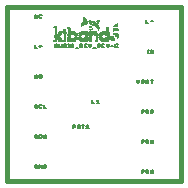
<source format=gto>
G75*
%MOIN*%
%OFA0B0*%
%FSLAX24Y24*%
%IPPOS*%
%LPD*%
%AMOC8*
5,1,8,0,0,1.08239X$1,22.5*
%
%ADD10C,0.0160*%
%ADD11R,0.0001X0.0001*%
%ADD12R,0.0002X0.0001*%
%ADD13R,0.0006X0.0001*%
%ADD14R,0.0005X0.0001*%
%ADD15R,0.0004X0.0001*%
%ADD16R,0.0007X0.0001*%
%ADD17R,0.0027X0.0001*%
%ADD18R,0.0037X0.0001*%
%ADD19R,0.0034X0.0001*%
%ADD20R,0.0028X0.0001*%
%ADD21R,0.0078X0.0001*%
%ADD22R,0.0030X0.0001*%
%ADD23R,0.0097X0.0001*%
%ADD24R,0.0017X0.0001*%
%ADD25R,0.0085X0.0001*%
%ADD26R,0.0087X0.0001*%
%ADD27R,0.0035X0.0001*%
%ADD28R,0.0048X0.0001*%
%ADD29R,0.0047X0.0001*%
%ADD30R,0.0079X0.0001*%
%ADD31R,0.0051X0.0001*%
%ADD32R,0.0018X0.0001*%
%ADD33R,0.0074X0.0001*%
%ADD34R,0.0084X0.0001*%
%ADD35R,0.0086X0.0001*%
%ADD36R,0.0109X0.0001*%
%ADD37R,0.0008X0.0001*%
%ADD38R,0.0098X0.0001*%
%ADD39R,0.0099X0.0001*%
%ADD40R,0.0103X0.0001*%
%ADD41R,0.0107X0.0001*%
%ADD42R,0.0014X0.0001*%
%ADD43R,0.0011X0.0001*%
%ADD44R,0.0019X0.0001*%
%ADD45R,0.0081X0.0001*%
%ADD46R,0.0096X0.0001*%
%ADD47R,0.0080X0.0001*%
%ADD48R,0.0089X0.0001*%
%ADD49R,0.0094X0.0001*%
%ADD50R,0.0136X0.0001*%
%ADD51R,0.0135X0.0001*%
%ADD52R,0.0123X0.0001*%
%ADD53R,0.0145X0.0001*%
%ADD54R,0.0146X0.0001*%
%ADD55R,0.0143X0.0001*%
%ADD56R,0.0148X0.0001*%
%ADD57R,0.0077X0.0001*%
%ADD58R,0.0090X0.0001*%
%ADD59R,0.0059X0.0001*%
%ADD60R,0.0058X0.0001*%
%ADD61R,0.0022X0.0001*%
%ADD62R,0.0043X0.0001*%
%ADD63R,0.0009X0.0001*%
%ADD64R,0.0063X0.0001*%
%ADD65R,0.0056X0.0001*%
%ADD66R,0.0015X0.0001*%
%ADD67R,0.0032X0.0001*%
%ADD68R,0.0031X0.0001*%
%ADD69R,0.0044X0.0001*%
%ADD70R,0.0054X0.0001*%
%ADD71R,0.0053X0.0001*%
%ADD72R,0.0039X0.0001*%
%ADD73R,0.0041X0.0001*%
%ADD74R,0.0052X0.0001*%
%ADD75R,0.0070X0.0001*%
%ADD76R,0.0066X0.0001*%
%ADD77R,0.0061X0.0001*%
%ADD78R,0.0046X0.0001*%
%ADD79R,0.0040X0.0001*%
%ADD80R,0.0072X0.0001*%
%ADD81R,0.0073X0.0001*%
%ADD82R,0.0060X0.0001*%
%ADD83R,0.0050X0.0001*%
%ADD84R,0.0012X0.0001*%
%ADD85R,0.0033X0.0001*%
%ADD86R,0.0057X0.0001*%
%ADD87R,0.0076X0.0001*%
%ADD88R,0.0069X0.0001*%
%ADD89R,0.0071X0.0001*%
%ADD90R,0.0178X0.0001*%
%ADD91R,0.0177X0.0001*%
%ADD92R,0.0175X0.0001*%
%ADD93R,0.0176X0.0001*%
%ADD94R,0.0106X0.0001*%
%ADD95R,0.0256X0.0001*%
%ADD96R,0.0262X0.0001*%
%ADD97R,0.0263X0.0001*%
%ADD98R,0.0265X0.0001*%
%ADD99R,0.0274X0.0001*%
%ADD100R,0.0275X0.0001*%
%ADD101R,0.0252X0.0001*%
%ADD102R,0.0021X0.0001*%
%ADD103R,0.0250X0.0001*%
%ADD104R,0.0083X0.0001*%
%ADD105R,0.0158X0.0001*%
%ADD106R,0.0157X0.0001*%
%ADD107R,0.0013X0.0001*%
%ADD108R,0.0282X0.0001*%
%ADD109R,0.0283X0.0001*%
%ADD110R,0.0025X0.0001*%
%ADD111R,0.0026X0.0001*%
%ADD112R,0.0285X0.0001*%
%ADD113R,0.0253X0.0001*%
%ADD114R,0.0161X0.0001*%
%ADD115R,0.0286X0.0001*%
%ADD116R,0.0269X0.0001*%
%ADD117R,0.0092X0.0001*%
%ADD118R,0.0294X0.0001*%
%ADD119R,0.0293X0.0001*%
%ADD120R,0.0038X0.0001*%
%ADD121R,0.0093X0.0001*%
%ADD122R,0.0295X0.0001*%
%ADD123R,0.0270X0.0001*%
%ADD124R,0.0278X0.0001*%
%ADD125R,0.0279X0.0001*%
%ADD126R,0.0105X0.0001*%
%ADD127R,0.0305X0.0001*%
%ADD128R,0.0304X0.0001*%
%ADD129R,0.0280X0.0001*%
%ADD130R,0.0281X0.0001*%
%ADD131R,0.0287X0.0001*%
%ADD132R,0.0288X0.0001*%
%ADD133R,0.0116X0.0001*%
%ADD134R,0.0289X0.0001*%
%ADD135R,0.0117X0.0001*%
%ADD136R,0.0118X0.0001*%
%ADD137R,0.0156X0.0001*%
%ADD138R,0.0124X0.0001*%
%ADD139R,0.0104X0.0001*%
%ADD140R,0.0184X0.0001*%
%ADD141R,0.0154X0.0001*%
%ADD142R,0.0126X0.0001*%
%ADD143R,0.0132X0.0001*%
%ADD144R,0.0125X0.0001*%
%ADD145R,0.0182X0.0001*%
%ADD146R,0.0128X0.0001*%
%ADD147R,0.0129X0.0001*%
%ADD148R,0.0152X0.0001*%
%ADD149R,0.0181X0.0001*%
%ADD150R,0.0151X0.0001*%
%ADD151R,0.0122X0.0001*%
%ADD152R,0.0120X0.0001*%
%ADD153R,0.0115X0.0001*%
%ADD154R,0.0155X0.0001*%
%ADD155R,0.0131X0.0001*%
%ADD156R,0.0130X0.0001*%
%ADD157R,0.0183X0.0001*%
%ADD158R,0.0291X0.0001*%
%ADD159R,0.0313X0.0001*%
%ADD160R,0.0292X0.0001*%
%ADD161R,0.0321X0.0001*%
%ADD162R,0.0296X0.0001*%
%ADD163R,0.0317X0.0001*%
%ADD164R,0.0315X0.0001*%
%ADD165R,0.0314X0.0001*%
%ADD166R,0.0322X0.0001*%
%ADD167R,0.0320X0.0001*%
%ADD168R,0.0324X0.0001*%
%ADD169R,0.0325X0.0001*%
%ADD170R,0.0200X0.0001*%
%ADD171R,0.0198X0.0001*%
%ADD172R,0.0150X0.0001*%
%ADD173R,0.0167X0.0001*%
%ADD174R,0.0119X0.0001*%
%ADD175R,0.0138X0.0001*%
%ADD176R,0.0137X0.0001*%
%ADD177R,0.0110X0.0001*%
%ADD178R,0.0111X0.0001*%
%ADD179R,0.0102X0.0001*%
%ADD180R,0.0113X0.0001*%
%ADD181R,0.0112X0.0001*%
%ADD182R,0.0207X0.0001*%
%ADD183R,0.0091X0.0001*%
%ADD184R,0.0100X0.0001*%
%ADD185R,0.0206X0.0001*%
%ADD186R,0.0020X0.0001*%
%ADD187R,0.0197X0.0001*%
%ADD188R,0.0196X0.0001*%
%ADD189R,0.0188X0.0001*%
%ADD190R,0.0164X0.0001*%
%ADD191R,0.0163X0.0001*%
%ADD192R,0.0162X0.0001*%
%ADD193R,0.0065X0.0001*%
%ADD194R,0.0067X0.0001*%
%ADD195R,0.0187X0.0001*%
%ADD196R,0.0185X0.0001*%
%ADD197R,0.0195X0.0001*%
%ADD198R,0.0024X0.0001*%
%ADD199R,0.0133X0.0001*%
%ADD200R,0.0142X0.0001*%
%ADD201R,0.0144X0.0001*%
%ADD202R,0.0159X0.0001*%
%ADD203R,0.0139X0.0001*%
%ADD204R,0.0299X0.0001*%
%ADD205R,0.0261X0.0001*%
%ADD206R,0.0260X0.0001*%
%ADD207R,0.0300X0.0001*%
%ADD208R,0.0301X0.0001*%
%ADD209R,0.0064X0.0001*%
%ADD210R,0.0237X0.0001*%
%ADD211R,0.0236X0.0001*%
%ADD212R,0.0045X0.0001*%
%ADD213R,0.0259X0.0001*%
%ADD214R,0.0312X0.0001*%
%ADD215R,0.0249X0.0001*%
%ADD216R,0.0302X0.0001*%
%ADD217R,0.0276X0.0001*%
%ADD218R,0.0229X0.0001*%
%ADD219R,0.0272X0.0001*%
%ADD220R,0.0227X0.0001*%
%ADD221R,0.0226X0.0001*%
%ADD222R,0.0268X0.0001*%
%ADD223R,0.0224X0.0001*%
%ADD224R,0.0267X0.0001*%
%ADD225R,0.0223X0.0001*%
%ADD226R,0.0266X0.0001*%
%ADD227R,0.0222X0.0001*%
%ADD228R,0.0219X0.0001*%
%ADD229R,0.0217X0.0001*%
%ADD230R,0.0216X0.0001*%
%ADD231R,0.0215X0.0001*%
%ADD232R,0.0214X0.0001*%
%ADD233R,0.0213X0.0001*%
%ADD234R,0.0243X0.0001*%
%ADD235R,0.0209X0.0001*%
%ADD236R,0.0241X0.0001*%
%ADD237R,0.0240X0.0001*%
%ADD238R,0.0208X0.0001*%
%ADD239R,0.0273X0.0001*%
%ADD240R,0.0221X0.0001*%
%ADD241R,0.0254X0.0001*%
%ADD242R,0.0255X0.0001*%
%ADD243R,0.0211X0.0001*%
%ADD244R,0.0169X0.0001*%
%ADD245R,0.0149X0.0001*%
%ADD246R,0.0165X0.0001*%
%ADD247C,0.0050*%
D10*
X002252Y002403D02*
X008072Y002403D01*
X008072Y008223D01*
X002252Y008223D01*
X002252Y002403D01*
D11*
X003834Y007053D03*
X003834Y007060D03*
X003834Y007061D03*
X003834Y007062D03*
X003834Y007063D03*
X003834Y007064D03*
X003834Y007066D03*
X003834Y007067D03*
X003834Y007068D03*
X003834Y007069D03*
X003924Y007035D03*
X004278Y007045D03*
X004552Y007064D03*
X004561Y007074D03*
X004758Y007143D03*
X004957Y007054D03*
X005015Y007370D03*
X005022Y007376D03*
X005039Y007513D03*
X005049Y007532D03*
X005152Y007577D03*
X005147Y007668D03*
X005138Y007712D03*
X005082Y007653D03*
X005009Y007689D03*
X004915Y007693D03*
X004900Y007699D03*
X004740Y007558D03*
X004740Y007554D03*
X005222Y007369D03*
X005298Y007280D03*
X005323Y007630D03*
X005323Y007631D03*
X005328Y007644D03*
X005705Y007181D03*
X005705Y007180D03*
X005705Y007179D03*
X005705Y007178D03*
X005705Y007177D03*
X005705Y007175D03*
X005705Y007174D03*
X005705Y007172D03*
X005705Y007171D03*
X005705Y007169D03*
X005705Y007168D03*
X005705Y007167D03*
X005713Y007114D03*
X005743Y007094D03*
X005945Y007135D03*
X005828Y007533D03*
X005939Y007592D03*
X004208Y007448D03*
D12*
X004284Y007506D03*
X004366Y007506D03*
X004483Y007271D03*
X004494Y007143D03*
X004357Y007035D03*
X004277Y007043D03*
X004039Y007251D03*
X003953Y007280D03*
X003834Y007051D03*
X004690Y007074D03*
X004857Y007369D03*
X004744Y007529D03*
X004744Y007530D03*
X004788Y007566D03*
X004848Y007596D03*
X004960Y007636D03*
X004960Y007637D03*
X004954Y007683D03*
X005009Y007690D03*
X005010Y007680D03*
X005049Y007708D03*
X005147Y007669D03*
X005147Y007661D03*
X005182Y007694D03*
X005121Y007597D03*
X005133Y007487D03*
X005128Y007464D03*
X005279Y007321D03*
X005290Y007309D03*
X005379Y007330D03*
X005389Y007340D03*
X005311Y007438D03*
X005527Y007377D03*
X005577Y007374D03*
X005575Y007504D03*
X005822Y007527D03*
X005823Y007529D03*
X005825Y007530D03*
X005828Y007534D03*
X005871Y007469D03*
X005812Y007389D03*
X005969Y007291D03*
X005945Y007138D03*
X005945Y007136D03*
X005812Y007190D03*
X005711Y007192D03*
X005704Y007184D03*
X005704Y007166D03*
X005704Y007165D03*
X005704Y007164D03*
X005704Y007162D03*
X005704Y007161D03*
X005704Y007160D03*
X005704Y007159D03*
X005704Y007158D03*
X005704Y007156D03*
X005665Y007035D03*
X005567Y007173D03*
X005938Y007590D03*
X005938Y007597D03*
X005940Y007625D03*
X005314Y007670D03*
X005290Y007742D03*
X005024Y007517D03*
X004957Y007055D03*
D13*
X005014Y007036D03*
X005104Y007036D03*
X004896Y007035D03*
X005112Y007252D03*
X005132Y007377D03*
X005093Y007429D03*
X005102Y007438D03*
X005125Y007459D03*
X005131Y007467D03*
X005133Y007480D03*
X005037Y007517D03*
X005022Y007440D03*
X005034Y007428D03*
X005054Y007606D03*
X005063Y007614D03*
X005081Y007640D03*
X005076Y007643D03*
X005033Y007640D03*
X005009Y007677D03*
X005007Y007694D03*
X005024Y007713D03*
X005013Y007725D03*
X005054Y007733D03*
X005139Y007708D03*
X005141Y007703D03*
X005145Y007673D03*
X005211Y007675D03*
X005261Y007723D03*
X005280Y007624D03*
X005321Y007635D03*
X005319Y007419D03*
X005250Y007350D03*
X005289Y007308D03*
X005202Y007254D03*
X005340Y007134D03*
X005301Y007036D03*
X005713Y007115D03*
X005783Y007200D03*
X005811Y007188D03*
X005890Y007232D03*
X005921Y007201D03*
X005940Y007154D03*
X005948Y007141D03*
X005830Y007309D03*
X005842Y007401D03*
X005930Y007537D03*
X005920Y007615D03*
X005576Y007503D03*
X005576Y007500D03*
X004958Y007642D03*
X004948Y007653D03*
X004917Y007636D03*
X004936Y007733D03*
X004906Y007773D03*
X004828Y007377D03*
X004739Y007368D03*
X004423Y007377D03*
X004285Y007505D03*
X004168Y007447D03*
X004178Y007353D03*
X004237Y007324D03*
X004237Y007323D03*
X004237Y007322D03*
X004237Y007321D03*
X004237Y007319D03*
X004237Y007318D03*
X004237Y007317D03*
X004237Y007316D03*
X004237Y007315D03*
X004081Y007344D03*
X003922Y007536D03*
X003852Y007519D03*
X003842Y007517D03*
X003842Y007536D03*
X004059Y007132D03*
X004098Y007064D03*
X004100Y007054D03*
X004010Y007036D03*
X004228Y007043D03*
X004237Y007043D03*
X004238Y007037D03*
X004493Y007036D03*
D14*
X004581Y007094D03*
X004610Y007143D03*
X004641Y007143D03*
X004590Y007301D03*
X004523Y007231D03*
X004512Y007368D03*
X004700Y007341D03*
X004745Y007533D03*
X004746Y007534D03*
X004789Y007664D03*
X004828Y007694D03*
X004901Y007707D03*
X004915Y007656D03*
X004949Y007651D03*
X004951Y007650D03*
X004951Y007649D03*
X004959Y007641D03*
X004959Y007640D03*
X004938Y007624D03*
X004897Y007608D03*
X005010Y007679D03*
X005009Y007691D03*
X005007Y007693D03*
X004998Y007696D03*
X005081Y007641D03*
X005085Y007623D03*
X005146Y007658D03*
X005146Y007671D03*
X005133Y007686D03*
X005138Y007709D03*
X005311Y007654D03*
X005322Y007634D03*
X005329Y007546D03*
X005338Y007498D03*
X005338Y007497D03*
X005338Y007495D03*
X005338Y007494D03*
X005338Y007493D03*
X005338Y007492D03*
X005338Y007491D03*
X005338Y007490D03*
X005338Y007488D03*
X005338Y007487D03*
X005338Y007486D03*
X005291Y007468D03*
X005193Y007377D03*
X005125Y007460D03*
X005127Y007461D03*
X005114Y007458D03*
X005133Y007475D03*
X005133Y007477D03*
X005133Y007478D03*
X005133Y007479D03*
X005052Y007420D03*
X005020Y007441D03*
X005020Y007442D03*
X005019Y007443D03*
X005018Y007445D03*
X005075Y007374D03*
X005075Y007373D03*
X005133Y007271D03*
X005340Y007271D03*
X005330Y007164D03*
X005350Y007116D03*
X005210Y007036D03*
X004966Y007035D03*
X004957Y007053D03*
X004957Y007057D03*
X004868Y007164D03*
X004729Y007045D03*
X004719Y007054D03*
X004276Y007036D03*
X004029Y007173D03*
X004029Y007234D03*
X004098Y007349D03*
X004198Y007351D03*
X004217Y007360D03*
X003992Y007064D03*
X004838Y007833D03*
X005467Y007377D03*
X005557Y007251D03*
X005704Y007191D03*
X005704Y007147D03*
X005704Y007146D03*
X005704Y007145D03*
X005704Y007143D03*
X005704Y007142D03*
X005558Y007045D03*
X005832Y007270D03*
X005841Y007262D03*
X005931Y007309D03*
X005978Y007192D03*
X005940Y007162D03*
X005940Y007161D03*
X005946Y007140D03*
X005981Y007408D03*
X005851Y007467D03*
X005829Y007536D03*
X005900Y007605D03*
X005665Y007505D03*
D15*
X005831Y007458D03*
X005871Y007468D03*
X005939Y007591D03*
X005939Y007598D03*
X005960Y007299D03*
X005978Y007282D03*
X005968Y007172D03*
X005946Y007139D03*
X005821Y007173D03*
X005761Y007086D03*
X005705Y007148D03*
X005705Y007149D03*
X005705Y007151D03*
X005705Y007152D03*
X005705Y007153D03*
X005705Y007154D03*
X005705Y007155D03*
X005585Y007036D03*
X005446Y007036D03*
X005408Y007055D03*
X005369Y007093D03*
X005330Y007171D03*
X005330Y007172D03*
X005330Y007173D03*
X005330Y007174D03*
X005437Y007251D03*
X005457Y007270D03*
X005537Y007270D03*
X005322Y007632D03*
X005211Y007546D03*
X005132Y007586D03*
X005073Y007547D03*
X005054Y007517D03*
X005016Y007447D03*
X005017Y007446D03*
X005065Y007420D03*
X005075Y007375D03*
X005075Y007371D03*
X005075Y007370D03*
X005022Y007370D03*
X005022Y007371D03*
X005022Y007373D03*
X005022Y007374D03*
X005022Y007375D03*
X005127Y007462D03*
X005128Y007465D03*
X005130Y007466D03*
X005080Y007642D03*
X005084Y007686D03*
X005053Y007683D03*
X005006Y007695D03*
X004959Y007638D03*
X004807Y007577D03*
X004760Y007625D03*
X004745Y007532D03*
X004745Y007531D03*
X004768Y007370D03*
X004710Y007350D03*
X004661Y007301D03*
X004551Y007341D03*
X004484Y007377D03*
X004374Y007379D03*
X004374Y007380D03*
X004374Y007381D03*
X004374Y007382D03*
X004374Y007383D03*
X004374Y007384D03*
X004374Y007386D03*
X004374Y007387D03*
X004374Y007388D03*
X004374Y007389D03*
X004374Y007390D03*
X004374Y007391D03*
X004374Y007393D03*
X004374Y007394D03*
X004374Y007395D03*
X004374Y007396D03*
X004374Y007397D03*
X004374Y007399D03*
X004374Y007400D03*
X004374Y007401D03*
X004374Y007402D03*
X004374Y007403D03*
X004374Y007404D03*
X004374Y007406D03*
X004374Y007407D03*
X004374Y007408D03*
X004374Y007409D03*
X004374Y007410D03*
X004374Y007412D03*
X004374Y007413D03*
X004374Y007414D03*
X004374Y007415D03*
X004374Y007416D03*
X004374Y007417D03*
X004374Y007419D03*
X004374Y007420D03*
X004374Y007421D03*
X004374Y007422D03*
X004374Y007423D03*
X004374Y007425D03*
X004374Y007426D03*
X004374Y007427D03*
X004374Y007428D03*
X004374Y007429D03*
X004374Y007430D03*
X004374Y007432D03*
X004374Y007433D03*
X004374Y007434D03*
X004374Y007435D03*
X004374Y007436D03*
X004374Y007438D03*
X004374Y007439D03*
X004374Y007440D03*
X004374Y007441D03*
X004374Y007442D03*
X004374Y007443D03*
X004374Y007445D03*
X004374Y007446D03*
X004374Y007447D03*
X004374Y007448D03*
X004374Y007449D03*
X004374Y007451D03*
X004374Y007452D03*
X004374Y007453D03*
X004374Y007454D03*
X004374Y007455D03*
X004374Y007456D03*
X004374Y007458D03*
X004374Y007459D03*
X004374Y007460D03*
X004374Y007461D03*
X004374Y007462D03*
X004374Y007464D03*
X004374Y007465D03*
X004374Y007466D03*
X004374Y007467D03*
X004374Y007468D03*
X004374Y007469D03*
X004374Y007471D03*
X004374Y007472D03*
X004374Y007473D03*
X004374Y007474D03*
X004374Y007475D03*
X004374Y007477D03*
X004374Y007478D03*
X004374Y007479D03*
X004374Y007480D03*
X004374Y007481D03*
X004374Y007482D03*
X004374Y007484D03*
X004374Y007485D03*
X004374Y007486D03*
X004374Y007487D03*
X004226Y007369D03*
X004374Y007210D03*
X004374Y007208D03*
X004374Y007207D03*
X004374Y007206D03*
X004374Y007205D03*
X004374Y007204D03*
X004374Y007203D03*
X004383Y007164D03*
X004524Y007182D03*
X004532Y007054D03*
X004522Y007045D03*
X004403Y007036D03*
X004227Y007040D03*
X004147Y007036D03*
X003982Y007083D03*
X003834Y007044D03*
X003834Y007043D03*
X003833Y007036D03*
X003852Y007512D03*
X003834Y007520D03*
X004670Y007094D03*
X004700Y007064D03*
X004748Y007153D03*
X004728Y007182D03*
X004848Y007036D03*
X004957Y007056D03*
X005182Y007271D03*
X005146Y007660D03*
X005146Y007670D03*
X005163Y007703D03*
X005138Y007710D03*
X004817Y007733D03*
D16*
X004808Y007725D03*
X004897Y007609D03*
X004926Y007636D03*
X004952Y007648D03*
X004953Y007647D03*
X004957Y007643D03*
X004958Y007694D03*
X005033Y007713D03*
X005024Y007637D03*
X005082Y007637D03*
X005082Y007636D03*
X005082Y007638D03*
X005084Y007624D03*
X005142Y007654D03*
X005144Y007657D03*
X005144Y007674D03*
X005143Y007675D03*
X005141Y007706D03*
X005140Y007707D03*
X005064Y007554D03*
X005133Y007486D03*
X005133Y007485D03*
X005133Y007484D03*
X005133Y007482D03*
X005133Y007481D03*
X005133Y007474D03*
X005133Y007473D03*
X005133Y007472D03*
X005131Y007468D03*
X005064Y007421D03*
X005053Y007421D03*
X005023Y007439D03*
X004747Y007536D03*
X004857Y007832D03*
X005316Y007671D03*
X005575Y007499D03*
X005575Y007498D03*
X005585Y007499D03*
X005656Y007499D03*
X005664Y007499D03*
X005664Y007498D03*
X005664Y007504D03*
X005584Y007371D03*
X005584Y007370D03*
X005584Y007369D03*
X005584Y007368D03*
X005555Y007260D03*
X005398Y007064D03*
X005447Y007037D03*
X005349Y007130D03*
X005349Y007132D03*
X005330Y007165D03*
X005359Y007309D03*
X005664Y007036D03*
X005762Y007087D03*
X005900Y007223D03*
X005949Y007142D03*
X005812Y007390D03*
X005821Y007423D03*
X005831Y007537D03*
X005940Y007624D03*
X004957Y007058D03*
X004896Y007051D03*
X004848Y007037D03*
X004758Y007036D03*
X004690Y007075D03*
X004404Y007043D03*
X004404Y007037D03*
X004355Y007036D03*
X004348Y007055D03*
X004348Y007056D03*
X004237Y007042D03*
X004237Y007040D03*
X004237Y007038D03*
X004228Y007042D03*
X004147Y007037D03*
X004109Y007053D03*
X004099Y007055D03*
X003972Y007095D03*
X003923Y007036D03*
X004147Y007340D03*
X004178Y007358D03*
X004366Y007505D03*
X003843Y007513D03*
X003843Y007514D03*
X003843Y007516D03*
X003843Y007518D03*
D17*
X004158Y007328D03*
X004188Y007354D03*
X004188Y007357D03*
X004432Y007036D03*
X004553Y007077D03*
X004698Y007079D03*
X004750Y007552D03*
X004750Y007553D03*
X004825Y007681D03*
X004878Y007772D03*
X004847Y007807D03*
X004926Y007723D03*
X004962Y007696D03*
X005046Y007695D03*
X005035Y007653D03*
X005023Y007634D03*
X005053Y007617D03*
X005092Y007675D03*
X005173Y007687D03*
X005204Y007670D03*
X005234Y007651D03*
X005280Y007726D03*
X005219Y007550D03*
X005306Y007494D03*
X005319Y007440D03*
X005095Y007443D03*
X005792Y007199D03*
X005791Y007193D03*
X005889Y007246D03*
X005950Y007167D03*
X005950Y007166D03*
X005950Y007165D03*
X005950Y007159D03*
X005950Y007158D03*
X005967Y007417D03*
X005929Y007606D03*
D18*
X005924Y007605D03*
X005917Y007588D03*
X005895Y007591D03*
X005855Y007547D03*
X005825Y007443D03*
X005825Y007408D03*
X005502Y007051D03*
X005511Y007036D03*
X005028Y007539D03*
X004919Y007628D03*
X004871Y007614D03*
X004840Y007690D03*
X004822Y007745D03*
X005089Y007714D03*
X005108Y007691D03*
X004822Y007037D03*
X004468Y007036D03*
X004459Y007051D03*
X004424Y007130D03*
X004221Y007327D03*
X004214Y007324D03*
X004214Y007323D03*
X004192Y007360D03*
X004162Y007322D03*
D19*
X004161Y007327D03*
X004784Y007036D03*
X005048Y007369D03*
X005027Y007534D03*
X005027Y007536D03*
X005027Y007537D03*
X004918Y007629D03*
X004916Y007632D03*
X004975Y007707D03*
X004840Y007693D03*
X004840Y007691D03*
X004845Y007756D03*
X004845Y007758D03*
X004845Y007759D03*
X004845Y007760D03*
X004845Y007761D03*
X004845Y007762D03*
X005135Y007595D03*
X005138Y007593D03*
X005272Y007721D03*
X005825Y007446D03*
X005894Y007593D03*
X005917Y007586D03*
X005917Y007585D03*
X005917Y007584D03*
X005917Y007583D03*
D20*
X005929Y007608D03*
X005929Y007609D03*
X005930Y007612D03*
X005930Y007614D03*
X005969Y007412D03*
X005971Y007276D03*
X005950Y007156D03*
X005792Y007194D03*
X005792Y007195D03*
X005792Y007197D03*
X005792Y007198D03*
X005397Y007335D03*
X005319Y007441D03*
X005319Y007442D03*
X005305Y007495D03*
X005305Y007497D03*
X005305Y007498D03*
X005220Y007551D03*
X005233Y007650D03*
X005181Y007660D03*
X005173Y007688D03*
X005173Y007689D03*
X005172Y007693D03*
X005092Y007676D03*
X005045Y007696D03*
X005032Y007715D03*
X005034Y007651D03*
X005034Y007650D03*
X005034Y007649D03*
X005034Y007648D03*
X005034Y007647D03*
X005034Y007645D03*
X005034Y007644D03*
X005034Y007643D03*
X005034Y007642D03*
X005034Y007641D03*
X005055Y007616D03*
X004957Y007695D03*
X004964Y007703D03*
X004876Y007706D03*
X004825Y007680D03*
X004797Y007660D03*
X004842Y007773D03*
X004842Y007774D03*
X004750Y007551D03*
X004750Y007550D03*
X004750Y007549D03*
X004707Y007335D03*
X004553Y007079D03*
X004458Y007055D03*
X004458Y007054D03*
X004217Y007321D03*
X004192Y007427D03*
X004192Y007428D03*
X004192Y007429D03*
X004821Y007036D03*
X005094Y007439D03*
X005095Y007440D03*
X005095Y007441D03*
X005095Y007442D03*
D21*
X005073Y007276D03*
X005073Y007273D03*
X004931Y007049D03*
X004931Y007048D03*
X004931Y007047D03*
X004931Y007045D03*
X004931Y007044D03*
X004931Y007043D03*
X004931Y007042D03*
X004931Y007036D03*
X004577Y007226D03*
X004320Y007051D03*
X004320Y007050D03*
X004320Y007049D03*
X004320Y007044D03*
X004320Y007043D03*
X004034Y007344D03*
X005212Y007624D03*
X005213Y007622D03*
X005629Y007060D03*
X005629Y007051D03*
X005629Y007050D03*
X005629Y007049D03*
X005629Y007048D03*
X005629Y007047D03*
X005629Y007045D03*
X005629Y007044D03*
X005629Y007043D03*
X005797Y007088D03*
X005797Y007089D03*
X005797Y007090D03*
X005945Y007213D03*
X005945Y007220D03*
X005945Y007221D03*
X005846Y007413D03*
X005914Y007468D03*
X005914Y007469D03*
D22*
X005856Y007458D03*
X005844Y007434D03*
X005836Y007429D03*
X005836Y007428D03*
X005929Y007610D03*
X005929Y007611D03*
X005790Y007192D03*
X005502Y007057D03*
X005502Y007056D03*
X005502Y007055D03*
X005502Y007054D03*
X005474Y007036D03*
X005304Y007499D03*
X005320Y007655D03*
X005172Y007690D03*
X005172Y007691D03*
X005108Y007694D03*
X005093Y007683D03*
X005093Y007679D03*
X005093Y007677D03*
X005045Y007697D03*
X005045Y007699D03*
X005045Y007700D03*
X005045Y007701D03*
X005045Y007702D03*
X004964Y007702D03*
X004963Y007697D03*
X004843Y007771D03*
X004843Y007772D03*
X004843Y007775D03*
X004843Y007777D03*
X004847Y007831D03*
X004838Y007603D03*
X004793Y007057D03*
X004793Y007056D03*
X004793Y007055D03*
X004793Y007054D03*
X004459Y007056D03*
X004321Y007056D03*
X004321Y007055D03*
X004321Y007054D03*
X004321Y007057D03*
X004188Y007355D03*
X004188Y007356D03*
D23*
X004331Y007239D03*
X004331Y007238D03*
X004331Y007237D03*
X004331Y007236D03*
X004331Y007234D03*
X004331Y007233D03*
X004329Y007225D03*
X004329Y007224D03*
X004329Y007223D03*
X004329Y007221D03*
X004329Y007220D03*
X004329Y007219D03*
X004329Y007191D03*
X004329Y007190D03*
X004329Y007188D03*
X004329Y007187D03*
X004329Y007186D03*
X004449Y007038D03*
X004546Y007148D03*
X004567Y007180D03*
X004567Y007181D03*
X004685Y007177D03*
X004685Y007175D03*
X004685Y007174D03*
X004685Y007173D03*
X004685Y007172D03*
X004685Y007171D03*
X004685Y007169D03*
X004685Y007168D03*
X004685Y007167D03*
X004685Y007166D03*
X004685Y007165D03*
X004685Y007237D03*
X004685Y007238D03*
X004685Y007239D03*
X004685Y007240D03*
X004685Y007241D03*
X004685Y007243D03*
X004685Y007244D03*
X004685Y007245D03*
X004802Y007043D03*
X004921Y007227D03*
X004921Y007229D03*
X004921Y007230D03*
X004921Y007231D03*
X004921Y007232D03*
X004921Y007233D03*
X004921Y007234D03*
X005058Y007047D03*
X005058Y007042D03*
X005257Y007043D03*
X005257Y007044D03*
X005257Y007045D03*
X005257Y007047D03*
X005257Y007048D03*
X005257Y007049D03*
X005257Y007050D03*
X005257Y007051D03*
X005373Y007193D03*
X005373Y007194D03*
X005373Y007195D03*
X005373Y007207D03*
X005373Y007208D03*
X005373Y007210D03*
X005373Y007211D03*
X005373Y007212D03*
X005373Y007213D03*
X005373Y007214D03*
X005373Y007216D03*
X005375Y007239D03*
X005375Y007240D03*
X005383Y007241D03*
X005255Y007241D03*
X005255Y007240D03*
X005255Y007239D03*
X005255Y007238D03*
X005255Y007237D03*
X005255Y007243D03*
X005255Y007244D03*
X005255Y007245D03*
X005255Y007246D03*
X005255Y007247D03*
X005255Y007249D03*
X005255Y007250D03*
X005255Y007251D03*
X005255Y007252D03*
X005255Y007253D03*
X005255Y007254D03*
X005495Y007044D03*
X005492Y007038D03*
X005619Y007173D03*
X005619Y007174D03*
X005619Y007175D03*
X005619Y007177D03*
X005619Y007178D03*
X005619Y007179D03*
X005619Y007180D03*
X005619Y007181D03*
X005619Y007182D03*
X005619Y007184D03*
X005619Y007185D03*
X005619Y007186D03*
X005619Y007187D03*
X005619Y007188D03*
X005619Y007190D03*
X005619Y007191D03*
X005619Y007192D03*
X005619Y007193D03*
X005619Y007194D03*
X005619Y007195D03*
X005619Y007197D03*
X005619Y007198D03*
X005619Y007199D03*
X005619Y007200D03*
X005619Y007201D03*
X005619Y007203D03*
X005619Y007204D03*
X005619Y007205D03*
X005619Y007206D03*
X005619Y007207D03*
X005619Y007208D03*
X005619Y007210D03*
X005619Y007211D03*
X005619Y007212D03*
X005619Y007213D03*
X005619Y007214D03*
X005619Y007216D03*
X005619Y007217D03*
X005619Y007218D03*
X005619Y007219D03*
X005619Y007220D03*
X005619Y007221D03*
X005619Y007223D03*
X005619Y007224D03*
X005619Y007225D03*
X005619Y007226D03*
X005619Y007227D03*
X005619Y007229D03*
X005619Y007230D03*
X005619Y007231D03*
X005619Y007232D03*
X005619Y007233D03*
X005619Y007234D03*
X005619Y007236D03*
X005619Y007237D03*
X005619Y007238D03*
X005619Y007239D03*
X005756Y007167D03*
X005900Y007280D03*
X005885Y007554D03*
X004863Y007660D03*
X004830Y007629D03*
X004829Y007628D03*
X004828Y007627D03*
X004329Y007497D03*
X004329Y007495D03*
X004329Y007492D03*
X004329Y007491D03*
X003996Y007143D03*
X003881Y007047D03*
X003879Y007041D03*
X003878Y007038D03*
X003878Y007037D03*
X004192Y007045D03*
X004192Y007047D03*
X004192Y007048D03*
X004192Y007049D03*
X004192Y007050D03*
X003878Y007523D03*
X003878Y007524D03*
X003878Y007525D03*
D24*
X003986Y007328D03*
X004085Y007331D03*
X004085Y007332D03*
X004086Y007334D03*
X004086Y007335D03*
X004086Y007336D03*
X004086Y007342D03*
X004086Y007343D03*
X004096Y007351D03*
X004096Y007353D03*
X004152Y007381D03*
X004152Y007382D03*
X004152Y007383D03*
X004152Y007384D03*
X004152Y007386D03*
X004152Y007387D03*
X004152Y007390D03*
X004152Y007391D03*
X004153Y007415D03*
X004153Y007421D03*
X004153Y007422D03*
X004233Y007416D03*
X004233Y007415D03*
X004233Y007414D03*
X004233Y007413D03*
X004233Y007412D03*
X004233Y007397D03*
X004233Y007396D03*
X004234Y007393D03*
X004231Y007314D03*
X004231Y007306D03*
X004231Y007305D03*
X004152Y007306D03*
X004152Y007312D03*
X004007Y007216D03*
X004007Y007214D03*
X004007Y007213D03*
X004007Y007212D03*
X004007Y007211D03*
X004006Y007208D03*
X004006Y007207D03*
X004016Y007186D03*
X004016Y007185D03*
X004016Y007178D03*
X004085Y007082D03*
X004085Y007081D03*
X004086Y007080D03*
X004086Y007079D03*
X004086Y007077D03*
X004086Y007071D03*
X004152Y007058D03*
X004152Y007057D03*
X004231Y007053D03*
X004231Y007068D03*
X004290Y007058D03*
X004368Y007217D03*
X004527Y007175D03*
X004527Y007168D03*
X004607Y007161D03*
X004607Y007160D03*
X004607Y007159D03*
X004607Y007158D03*
X004606Y007151D03*
X004606Y007149D03*
X004606Y007148D03*
X004607Y007175D03*
X004646Y007156D03*
X004664Y007114D03*
X004704Y007073D03*
X004725Y007178D03*
X004725Y007180D03*
X004724Y007227D03*
X004724Y007229D03*
X004725Y007234D03*
X004745Y007262D03*
X004665Y007299D03*
X004664Y007298D03*
X004645Y007254D03*
X004645Y007253D03*
X004645Y007252D03*
X004645Y007251D03*
X004645Y007250D03*
X004645Y007249D03*
X004645Y007247D03*
X004597Y007279D03*
X004587Y007299D03*
X004577Y007310D03*
X004567Y007321D03*
X004765Y007557D03*
X004752Y007583D03*
X004752Y007584D03*
X004752Y007585D03*
X004752Y007586D03*
X004752Y007588D03*
X004752Y007589D03*
X004752Y007601D03*
X004752Y007602D03*
X004763Y007623D03*
X004763Y007624D03*
X004802Y007666D03*
X004850Y007695D03*
X004812Y007734D03*
X004812Y007752D03*
X004812Y007753D03*
X004812Y007769D03*
X004812Y007771D03*
X004812Y007772D03*
X004812Y007773D03*
X004812Y007774D03*
X004814Y007787D03*
X004831Y007823D03*
X004841Y007832D03*
X004848Y007814D03*
X004872Y007813D03*
X004893Y007792D03*
X005062Y007713D03*
X005077Y007655D03*
X005019Y007635D03*
X005070Y007538D03*
X005226Y007545D03*
X005244Y007529D03*
X005245Y007527D03*
X005254Y007519D03*
X005254Y007518D03*
X005264Y007512D03*
X005264Y007511D03*
X005264Y007510D03*
X005273Y007500D03*
X005273Y007499D03*
X005274Y007498D03*
X005303Y007460D03*
X005304Y007459D03*
X005326Y007460D03*
X005325Y007452D03*
X005325Y007451D03*
X005325Y007449D03*
X005324Y007447D03*
X005324Y007446D03*
X005333Y007484D03*
X005325Y007533D03*
X005325Y007534D03*
X005325Y007536D03*
X005325Y007537D03*
X005325Y007538D03*
X005325Y007539D03*
X005325Y007540D03*
X005316Y007552D03*
X005316Y007553D03*
X005316Y007565D03*
X005305Y007584D03*
X005296Y007596D03*
X005277Y007617D03*
X005266Y007627D03*
X005274Y007694D03*
X005311Y007681D03*
X005334Y007687D03*
X005334Y007688D03*
X005334Y007671D03*
X005334Y007725D03*
X005334Y007726D03*
X005580Y007488D03*
X005659Y007488D03*
X005659Y007503D03*
X005659Y007427D03*
X005659Y007426D03*
X005659Y007425D03*
X005580Y007382D03*
X005549Y007263D03*
X005414Y007219D03*
X005414Y007218D03*
X005414Y007205D03*
X005414Y007204D03*
X005414Y007203D03*
X005414Y007201D03*
X005414Y007200D03*
X005414Y007199D03*
X005424Y007167D03*
X005424Y007166D03*
X005424Y007159D03*
X005363Y007106D03*
X005363Y007104D03*
X005371Y007096D03*
X005372Y007095D03*
X005382Y007086D03*
X005344Y007135D03*
X005344Y007136D03*
X005334Y007185D03*
X005334Y007186D03*
X005296Y007205D03*
X005296Y007218D03*
X005296Y007219D03*
X005297Y007231D03*
X005297Y007232D03*
X005297Y007233D03*
X005296Y007234D03*
X005296Y007258D03*
X005296Y007259D03*
X005296Y007260D03*
X005296Y007262D03*
X005294Y007275D03*
X005285Y007297D03*
X005285Y007303D03*
X005285Y007304D03*
X005277Y007317D03*
X005277Y007318D03*
X005266Y007330D03*
X005353Y007289D03*
X005343Y007264D03*
X005343Y007263D03*
X005343Y007259D03*
X005343Y007258D03*
X005334Y007236D03*
X005334Y007234D03*
X005216Y007236D03*
X005216Y007227D03*
X005098Y007229D03*
X005098Y007230D03*
X005098Y007231D03*
X005098Y007244D03*
X005098Y007245D03*
X005019Y007369D03*
X004881Y007224D03*
X004881Y007187D03*
X004881Y007180D03*
X004881Y007179D03*
X005019Y007053D03*
X005018Y007037D03*
X005098Y007053D03*
X005098Y007056D03*
X005098Y007057D03*
X005098Y007058D03*
X005216Y007058D03*
X005216Y007057D03*
X005216Y007053D03*
X005215Y007037D03*
X005296Y007053D03*
X005659Y007053D03*
X005659Y007057D03*
X005659Y007058D03*
X005717Y007121D03*
X005717Y007122D03*
X005717Y007123D03*
X005717Y007125D03*
X005717Y007126D03*
X005717Y007127D03*
X005808Y007182D03*
X005808Y007184D03*
X005807Y007185D03*
X005818Y007172D03*
X005819Y007171D03*
X005827Y007149D03*
X005827Y007141D03*
X005827Y007140D03*
X005827Y007139D03*
X005796Y007200D03*
X005835Y007279D03*
X005835Y007280D03*
X005835Y007282D03*
X005835Y007283D03*
X005835Y007291D03*
X005893Y007239D03*
X005944Y007171D03*
X005944Y007169D03*
X005953Y007153D03*
X005965Y007173D03*
X005966Y007175D03*
X005966Y007177D03*
X005984Y007229D03*
X005984Y007234D03*
X005984Y007236D03*
X005986Y007266D03*
X005985Y007270D03*
X005984Y007271D03*
X005965Y007427D03*
X005946Y007459D03*
X005926Y007564D03*
X005926Y007565D03*
X005926Y007566D03*
X005926Y007567D03*
X005926Y007569D03*
X005926Y007570D03*
X005936Y007615D03*
X005855Y007565D03*
X005815Y007434D03*
X005815Y007416D03*
X004577Y007101D03*
X004289Y007484D03*
X004289Y007485D03*
X004289Y007488D03*
X004005Y007055D03*
X004014Y007037D03*
X003846Y007053D03*
D25*
X004028Y007070D03*
X004072Y007037D03*
X004032Y007305D03*
X004039Y007354D03*
X003881Y007260D03*
X004681Y007221D03*
X004681Y007220D03*
X004681Y007219D03*
X004681Y007190D03*
X004701Y007156D03*
X004687Y007265D03*
X004927Y007351D03*
X004927Y007361D03*
X004927Y007079D03*
X004927Y007071D03*
X005240Y007257D03*
X005401Y007257D03*
X005626Y007038D03*
X005750Y007179D03*
X005750Y007184D03*
X005950Y007237D03*
X005911Y007472D03*
X005281Y007551D03*
X004869Y007670D03*
X004869Y007676D03*
D26*
X004801Y007369D03*
X004926Y007362D03*
X005052Y007366D03*
X005053Y007362D03*
X005255Y007565D03*
X005255Y007566D03*
X005215Y007618D03*
X005399Y007256D03*
X005624Y007500D03*
X005851Y007415D03*
X005851Y007414D03*
X005896Y007447D03*
X005896Y007448D03*
X005890Y007557D03*
X005890Y007558D03*
X005890Y007559D03*
X005890Y007560D03*
X005890Y007562D03*
X004680Y007200D03*
X004680Y007199D03*
X004680Y007198D03*
X004680Y007197D03*
X004680Y007195D03*
X004680Y007194D03*
X004680Y007193D03*
X004453Y007043D03*
X004316Y007038D03*
X004316Y007037D03*
X004029Y007069D03*
X003883Y007061D03*
X003882Y007145D03*
X004188Y007315D03*
X004188Y007316D03*
X004188Y007317D03*
X004188Y007318D03*
X004188Y007319D03*
X004326Y007369D03*
X004326Y007370D03*
X004326Y007371D03*
X004326Y007373D03*
X003883Y007508D03*
X003883Y007510D03*
X003883Y007511D03*
D27*
X004192Y007423D03*
X004430Y007037D03*
X004792Y007051D03*
X004827Y007130D03*
X005027Y007533D03*
X005027Y007538D03*
X005187Y007571D03*
X005108Y007693D03*
X005273Y007720D03*
X005825Y007445D03*
X005894Y007592D03*
X005917Y007582D03*
D28*
X005850Y007453D03*
X005620Y007453D03*
X005620Y007454D03*
X005620Y007455D03*
X005620Y007456D03*
X005620Y007458D03*
X005620Y007459D03*
X005620Y007460D03*
X005620Y007461D03*
X005620Y007462D03*
X005620Y007464D03*
X005620Y007465D03*
X005620Y007466D03*
X005620Y007467D03*
X005620Y007468D03*
X005620Y007469D03*
X005620Y007471D03*
X005620Y007472D03*
X005620Y007473D03*
X005620Y007474D03*
X005620Y007475D03*
X005620Y007477D03*
X005620Y007478D03*
X005620Y007479D03*
X005620Y007480D03*
X005620Y007481D03*
X005620Y007482D03*
X005620Y007484D03*
X005620Y007485D03*
X005620Y007486D03*
X005620Y007487D03*
X005620Y007452D03*
X005620Y007451D03*
X005620Y007449D03*
X005620Y007448D03*
X005620Y007447D03*
X005620Y007446D03*
X005620Y007445D03*
X005620Y007443D03*
X005620Y007442D03*
X005620Y007441D03*
X005620Y007440D03*
X005620Y007439D03*
X005620Y007438D03*
X005620Y007436D03*
X005620Y007435D03*
X005620Y007434D03*
X005620Y007433D03*
X005620Y007432D03*
X005620Y007430D03*
X005620Y007429D03*
X005620Y007428D03*
X005620Y007427D03*
X005310Y007469D03*
X005310Y007471D03*
X005310Y007472D03*
X005310Y007474D03*
X005310Y007475D03*
X005310Y007477D03*
X005310Y007478D03*
X005256Y007232D03*
X005256Y007231D03*
X005255Y007229D03*
X005059Y007230D03*
X005059Y007231D03*
X005059Y007232D03*
X005059Y007233D03*
X005059Y007234D03*
X005059Y007236D03*
X005059Y007237D03*
X005059Y007238D03*
X005059Y007239D03*
X005059Y007240D03*
X005059Y007241D03*
X005059Y007243D03*
X005059Y007360D03*
X004877Y007621D03*
X004793Y007606D03*
X004793Y007605D03*
X004793Y007604D03*
X004768Y007575D03*
X004852Y007782D03*
X004852Y007784D03*
X004852Y007785D03*
X004975Y007704D03*
X005310Y007735D03*
X005949Y007190D03*
X005949Y007188D03*
X005949Y007187D03*
X005949Y007186D03*
X005949Y007185D03*
X005550Y007056D03*
X005547Y007051D03*
X005256Y007054D03*
X005256Y007055D03*
X005255Y007056D03*
X005255Y007057D03*
X005059Y007056D03*
X005059Y007055D03*
X005059Y007054D03*
X004566Y007169D03*
X004566Y007171D03*
X004566Y007172D03*
X004566Y007173D03*
X004473Y007037D03*
X004193Y007054D03*
X004193Y007055D03*
X004192Y007056D03*
X004192Y007057D03*
X004193Y007387D03*
X004193Y007388D03*
X004193Y007389D03*
X004192Y007390D03*
X004192Y007391D03*
X004192Y007415D03*
X004192Y007416D03*
X004193Y007417D03*
X004193Y007419D03*
X004188Y007445D03*
X004188Y007446D03*
D29*
X004192Y007420D03*
X004503Y007051D03*
X004749Y007051D03*
X004778Y007037D03*
X005255Y007230D03*
X005043Y007526D03*
X004888Y007689D03*
X004866Y007700D03*
X004851Y007764D03*
X004888Y007778D03*
X004792Y007586D03*
X004789Y007582D03*
X005310Y007740D03*
X005310Y007741D03*
X005831Y007433D03*
X005831Y007409D03*
X005950Y007184D03*
D30*
X005945Y007214D03*
X005945Y007216D03*
X005945Y007217D03*
X005945Y007218D03*
X005945Y007219D03*
X005935Y007285D03*
X005213Y007621D03*
X004931Y007041D03*
X004931Y007040D03*
X004931Y007038D03*
X004931Y007037D03*
X004319Y007045D03*
X004319Y007048D03*
X004192Y007371D03*
X004192Y007373D03*
X004192Y007376D03*
D31*
X004194Y007384D03*
X004794Y007603D03*
X004876Y007612D03*
X005030Y007627D03*
X004853Y007781D03*
X004851Y007787D03*
X004838Y007806D03*
X005060Y007358D03*
X005060Y007245D03*
X005060Y007227D03*
X005256Y007234D03*
X005060Y007058D03*
X005059Y007037D03*
X005619Y007055D03*
X005619Y007056D03*
X005621Y007425D03*
X005620Y007488D03*
X005319Y007690D03*
D32*
X005310Y007682D03*
X005334Y007670D03*
X005335Y007720D03*
X005255Y007713D03*
X005209Y007667D03*
X005265Y007628D03*
X005276Y007618D03*
X005306Y007583D03*
X005306Y007582D03*
X005324Y007541D03*
X005324Y007532D03*
X005334Y007501D03*
X005326Y007462D03*
X005326Y007461D03*
X005324Y007445D03*
X005324Y007443D03*
X005264Y007508D03*
X005254Y007520D03*
X005254Y007521D03*
X005226Y007544D03*
X005143Y007596D03*
X005076Y007654D03*
X005079Y007666D03*
X005039Y007655D03*
X004900Y007781D03*
X004847Y007813D03*
X004833Y007752D03*
X004813Y007735D03*
X004762Y007622D03*
X004753Y007571D03*
X004745Y007562D03*
X004753Y007546D03*
X004713Y007342D03*
X004664Y007297D03*
X004664Y007296D03*
X004645Y007256D03*
X004645Y007246D03*
X004587Y007296D03*
X004587Y007297D03*
X004587Y007298D03*
X004606Y007177D03*
X004645Y007158D03*
X004645Y007148D03*
X004577Y007100D03*
X004527Y007167D03*
X004526Y007177D03*
X004723Y007226D03*
X004724Y007236D03*
X004882Y007226D03*
X004882Y007225D03*
X004882Y007178D03*
X005098Y007227D03*
X005020Y007361D03*
X005106Y007447D03*
X005277Y007316D03*
X005284Y007305D03*
X005285Y007296D03*
X005295Y007257D03*
X005295Y007236D03*
X005295Y007206D03*
X005335Y007187D03*
X005335Y007226D03*
X005343Y007257D03*
X005343Y007265D03*
X005353Y007286D03*
X005353Y007288D03*
X005414Y007226D03*
X005414Y007225D03*
X005413Y007217D03*
X005413Y007206D03*
X005413Y007198D03*
X005413Y007197D03*
X005424Y007158D03*
X005345Y007138D03*
X005217Y007226D03*
X005099Y007037D03*
X005550Y007264D03*
X005550Y007265D03*
X005659Y007423D03*
X005836Y007538D03*
X005837Y007545D03*
X005855Y007564D03*
X005864Y007570D03*
X005875Y007578D03*
X005885Y007588D03*
X005904Y007597D03*
X005904Y007571D03*
X005926Y007571D03*
X005926Y007563D03*
X005946Y007460D03*
X005836Y007292D03*
X005894Y007238D03*
X005943Y007177D03*
X005945Y007168D03*
X005954Y007154D03*
X005985Y007227D03*
X005826Y007156D03*
X005818Y007167D03*
X005718Y007128D03*
X004290Y007482D03*
X004162Y007430D03*
X004153Y007414D03*
X004153Y007393D03*
X004193Y007353D03*
X004153Y007305D03*
X004096Y007354D03*
X003985Y007327D03*
X003974Y007304D03*
X003974Y007296D03*
X004006Y007217D03*
X004085Y007070D03*
X004153Y007053D03*
D33*
X004181Y007067D03*
X004319Y007062D03*
X004398Y007058D03*
X004318Y007208D03*
X004318Y007210D03*
X004318Y007214D03*
X004319Y007375D03*
X004319Y007383D03*
X004319Y007425D03*
X004318Y007473D03*
X004318Y007474D03*
X004318Y007475D03*
X004578Y007236D03*
X004579Y007229D03*
X004674Y007236D03*
X004696Y007247D03*
X004697Y007249D03*
X004697Y007250D03*
X004674Y007178D03*
X004853Y007058D03*
X004932Y007179D03*
X004932Y007225D03*
X005061Y007436D03*
X005204Y007632D03*
X005204Y007634D03*
X005307Y007715D03*
X005304Y007732D03*
X005296Y007531D03*
X005297Y007524D03*
X005386Y007234D03*
X005386Y007233D03*
X005386Y007229D03*
X005362Y007218D03*
X005362Y007205D03*
X005362Y007198D03*
X005385Y007186D03*
X005386Y007185D03*
X005386Y007180D03*
X005386Y007179D03*
X005372Y007159D03*
X005497Y007283D03*
X005497Y007284D03*
X005497Y007285D03*
X005630Y007366D03*
X005881Y007309D03*
X005933Y007229D03*
X005933Y007227D03*
X005245Y007218D03*
X005268Y007037D03*
X004028Y007297D03*
X004028Y007298D03*
X004032Y007341D03*
X004032Y007342D03*
D34*
X004038Y007353D03*
X004032Y007304D03*
X004032Y007303D03*
X004317Y007042D03*
X004702Y007153D03*
X004702Y007154D03*
X004702Y007155D03*
X004702Y007252D03*
X004702Y007253D03*
X004687Y007262D03*
X004687Y007263D03*
X004687Y007264D03*
X004928Y007077D03*
X005076Y007270D03*
X005052Y007367D03*
X005239Y007258D03*
X005368Y007167D03*
X005400Y007258D03*
X005496Y007037D03*
X005627Y007040D03*
X005626Y007062D03*
X005750Y007180D03*
X005750Y007181D03*
X005750Y007182D03*
X005928Y007234D03*
X005952Y007244D03*
X005952Y007245D03*
X005911Y007471D03*
X005911Y007473D03*
X005283Y007546D03*
X005283Y007547D03*
X005282Y007550D03*
X005216Y007619D03*
X004870Y007671D03*
X004870Y007673D03*
X004870Y007674D03*
X004870Y007675D03*
X004811Y007602D03*
X004811Y007601D03*
X004811Y007599D03*
X004870Y007779D03*
D35*
X004926Y007369D03*
X004681Y007218D03*
X004681Y007217D03*
X004681Y007216D03*
X004681Y007214D03*
X004681Y007213D03*
X004681Y007212D03*
X004681Y007211D03*
X004681Y007210D03*
X004681Y007208D03*
X004681Y007207D03*
X004681Y007206D03*
X004681Y007205D03*
X004681Y007204D03*
X004681Y007203D03*
X004681Y007201D03*
X004681Y007192D03*
X004681Y007191D03*
X004701Y007158D03*
X004317Y007041D03*
X004317Y007040D03*
X003881Y007146D03*
X003881Y007147D03*
X005495Y007369D03*
X005751Y007178D03*
X005928Y007236D03*
X005950Y007246D03*
X005949Y007223D03*
X005626Y007037D03*
D36*
X005390Y007146D03*
X005389Y007152D03*
X005216Y007303D03*
X005089Y007356D03*
X005089Y007357D03*
X004915Y007155D03*
X004915Y007154D03*
X004561Y007253D03*
X004561Y007254D03*
X004561Y007257D03*
X004561Y007258D03*
X004561Y007259D03*
X004551Y007263D03*
X004551Y007264D03*
X004551Y007265D03*
X004551Y007266D03*
X004551Y007267D03*
X004551Y007269D03*
X004551Y007270D03*
X004335Y007259D03*
X004335Y007161D03*
X004060Y007040D03*
X004060Y007038D03*
X004049Y007061D03*
X004049Y007062D03*
X004040Y007068D03*
X004031Y007091D03*
X004001Y007140D03*
X004001Y007273D03*
X004001Y007275D03*
X004001Y007276D03*
X004001Y007277D03*
X004001Y007278D03*
X004009Y007284D03*
X004009Y007285D03*
X004020Y007306D03*
X004031Y007322D03*
X004051Y007355D03*
X004059Y007363D03*
X004059Y007364D03*
X004842Y007632D03*
X005900Y007461D03*
X005920Y007426D03*
X005880Y007306D03*
X005880Y007305D03*
X005880Y007304D03*
X005880Y007303D03*
X005880Y007302D03*
D37*
X005812Y007174D03*
X005812Y007173D03*
X005713Y007116D03*
X005555Y007259D03*
X005584Y007367D03*
X005583Y007373D03*
X005583Y007374D03*
X005584Y007503D03*
X005655Y007498D03*
X005812Y007397D03*
X005812Y007396D03*
X005930Y007538D03*
X005930Y007595D03*
X005940Y007617D03*
X005940Y007618D03*
X005950Y007449D03*
X005960Y007432D03*
X005960Y007430D03*
X005960Y007429D03*
X005960Y007171D03*
X005960Y007169D03*
X005940Y007155D03*
X005378Y007093D03*
X005368Y007102D03*
X005349Y007129D03*
X005348Y007133D03*
X005348Y007134D03*
X005358Y007291D03*
X005359Y007292D03*
X005359Y007293D03*
X005359Y007295D03*
X005271Y007321D03*
X005200Y007270D03*
X005200Y007269D03*
X005122Y007458D03*
X005132Y007469D03*
X005132Y007471D03*
X005239Y007536D03*
X005289Y007486D03*
X005309Y007456D03*
X005309Y007455D03*
X005309Y007454D03*
X005309Y007453D03*
X005309Y007452D03*
X005309Y007451D03*
X005309Y007449D03*
X005330Y007486D03*
X005330Y007487D03*
X005330Y007488D03*
X005330Y007490D03*
X005330Y007491D03*
X005330Y007492D03*
X005330Y007493D03*
X005330Y007494D03*
X005330Y007495D03*
X005330Y007497D03*
X005330Y007498D03*
X005310Y007567D03*
X005310Y007569D03*
X005301Y007586D03*
X005281Y007608D03*
X005320Y007636D03*
X005315Y007673D03*
X005269Y007703D03*
X005259Y007715D03*
X005206Y007662D03*
X005122Y007596D03*
X005082Y007632D03*
X005082Y007634D03*
X005082Y007635D03*
X005074Y007644D03*
X005054Y007609D03*
X005054Y007608D03*
X005023Y007636D03*
X005024Y007638D03*
X005024Y007640D03*
X004956Y007644D03*
X004954Y007645D03*
X004947Y007654D03*
X004917Y007637D03*
X004957Y007693D03*
X004964Y007714D03*
X005054Y007732D03*
X004897Y007784D03*
X004808Y007733D03*
X004808Y007732D03*
X004808Y007730D03*
X004807Y007726D03*
X004815Y007675D03*
X004778Y007637D03*
X004767Y007625D03*
X004758Y007606D03*
X004748Y007557D03*
X004748Y007556D03*
X004748Y007537D03*
X004669Y007301D03*
X004592Y007282D03*
X004583Y007301D03*
X004531Y007231D03*
X004582Y007110D03*
X004582Y007109D03*
X004561Y007075D03*
X004532Y007055D03*
X004669Y007112D03*
X004719Y007055D03*
X004720Y007184D03*
X004720Y007185D03*
X004965Y007058D03*
X004965Y007057D03*
X004965Y007056D03*
X004965Y007055D03*
X004965Y007054D03*
X004965Y007053D03*
X005014Y007544D03*
X005014Y007545D03*
X004365Y007504D03*
X004367Y007435D03*
X004367Y007434D03*
X004367Y007433D03*
X004367Y007432D03*
X004367Y007430D03*
X004367Y007429D03*
X004228Y007419D03*
X004237Y007340D03*
X004235Y007331D03*
X004168Y007360D03*
X004158Y007379D03*
X004090Y007349D03*
X004090Y007348D03*
X003990Y007331D03*
X003990Y007330D03*
X003843Y007512D03*
X003843Y007519D03*
X003922Y007057D03*
X003922Y007056D03*
X003922Y007055D03*
X003922Y007054D03*
X004010Y007053D03*
X004100Y007053D03*
X004100Y007056D03*
X004148Y007043D03*
X004148Y007042D03*
X004148Y007040D03*
X004148Y007038D03*
X004237Y007041D03*
X004348Y007057D03*
X004348Y007058D03*
X004349Y007054D03*
D38*
X004449Y007042D03*
X004330Y007167D03*
X004330Y007168D03*
X004330Y007169D03*
X004330Y007171D03*
X004330Y007172D03*
X004330Y007173D03*
X004330Y007174D03*
X004330Y007175D03*
X004330Y007177D03*
X004330Y007178D03*
X004330Y007179D03*
X004330Y007180D03*
X004330Y007181D03*
X004330Y007182D03*
X004330Y007184D03*
X004330Y007185D03*
X004330Y007226D03*
X004330Y007227D03*
X004330Y007229D03*
X004330Y007230D03*
X004330Y007231D03*
X004330Y007232D03*
X004331Y007240D03*
X004566Y007240D03*
X004566Y007239D03*
X004566Y007238D03*
X004566Y007237D03*
X004566Y007241D03*
X004566Y007243D03*
X004566Y007244D03*
X004566Y007245D03*
X004566Y007246D03*
X004566Y007247D03*
X004566Y007249D03*
X004566Y007250D03*
X004566Y007179D03*
X004566Y007178D03*
X004685Y007164D03*
X004801Y007044D03*
X004802Y007042D03*
X004802Y007041D03*
X004802Y007040D03*
X004802Y007038D03*
X004921Y007164D03*
X004921Y007165D03*
X004921Y007166D03*
X004921Y007167D03*
X004921Y007168D03*
X004921Y007169D03*
X004921Y007171D03*
X004921Y007172D03*
X004921Y007173D03*
X004921Y007174D03*
X004921Y007175D03*
X004921Y007177D03*
X004921Y007236D03*
X004921Y007237D03*
X004921Y007238D03*
X004921Y007239D03*
X004921Y007240D03*
X005059Y007041D03*
X005059Y007040D03*
X005059Y007038D03*
X005256Y007038D03*
X005256Y007040D03*
X005256Y007041D03*
X005256Y007042D03*
X005384Y007154D03*
X005384Y007155D03*
X005384Y007156D03*
X005382Y007172D03*
X005374Y007237D03*
X005374Y007238D03*
X005384Y007243D03*
X005384Y007244D03*
X005384Y007250D03*
X005384Y007251D03*
X005492Y007042D03*
X005757Y007191D03*
X005787Y007102D03*
X005787Y007097D03*
X005787Y007096D03*
X005787Y007095D03*
X005945Y007224D03*
X005945Y007225D03*
X005900Y007279D03*
X005901Y007282D03*
X005885Y007552D03*
X005885Y007553D03*
X004827Y007625D03*
X004330Y007494D03*
X004330Y007493D03*
X004055Y007360D03*
X004025Y007318D03*
X004025Y007317D03*
X004025Y007316D03*
X004025Y007315D03*
X004025Y007314D03*
X004025Y007312D03*
X004025Y007311D03*
X004015Y007295D03*
X004015Y007293D03*
X004015Y007292D03*
X004005Y007280D03*
X003996Y007270D03*
X003996Y007269D03*
X003996Y007267D03*
X003996Y007266D03*
X003996Y007265D03*
X003996Y007264D03*
X003996Y007263D03*
X003996Y007262D03*
X003996Y007145D03*
X004005Y007132D03*
X004025Y007095D03*
X004045Y007064D03*
X003879Y007040D03*
D39*
X003882Y007048D03*
X003882Y007049D03*
X003995Y007146D03*
X004331Y007164D03*
X004331Y007165D03*
X004331Y007166D03*
X004450Y007044D03*
X004449Y007041D03*
X004449Y007040D03*
X004828Y007624D03*
X005384Y007249D03*
X005384Y007247D03*
X005384Y007246D03*
X005384Y007245D03*
X005383Y007171D03*
X005787Y007103D03*
X005787Y007101D03*
X005787Y007100D03*
X005787Y007099D03*
X005901Y007283D03*
X005885Y007550D03*
X005885Y007551D03*
D40*
X005616Y007265D03*
X005616Y007260D03*
X005759Y007152D03*
X005759Y007151D03*
X005759Y007149D03*
X005759Y007148D03*
X005759Y007147D03*
X005759Y007146D03*
X005759Y007145D03*
X005785Y007125D03*
X005785Y007123D03*
X005785Y007122D03*
X005495Y007041D03*
X005495Y007040D03*
X005411Y007134D03*
X005411Y007135D03*
X005086Y007277D03*
X005086Y007278D03*
X005086Y007279D03*
X004918Y007263D03*
X004530Y007278D03*
X004530Y007279D03*
X004332Y007266D03*
X004332Y007265D03*
X004332Y007264D03*
D41*
X004336Y007258D03*
X004336Y007257D03*
X004336Y007256D03*
X004336Y007254D03*
X004336Y007253D03*
X004336Y007252D03*
X004336Y007251D03*
X004336Y007250D03*
X004336Y007249D03*
X004336Y007247D03*
X004336Y007246D03*
X004336Y007245D03*
X004335Y007162D03*
X004552Y007143D03*
X004561Y007252D03*
X004552Y007262D03*
X004690Y007160D03*
X004690Y007159D03*
X004700Y007143D03*
X004916Y007161D03*
X004916Y007162D03*
X004916Y007244D03*
X004916Y007245D03*
X004916Y007246D03*
X004916Y007247D03*
X004916Y007249D03*
X004916Y007250D03*
X004916Y007251D03*
X004916Y007252D03*
X004916Y007253D03*
X004916Y007254D03*
X004916Y007256D03*
X004916Y007257D03*
X004916Y007258D03*
X004916Y007259D03*
X005216Y007299D03*
X005216Y007301D03*
X005216Y007302D03*
X005388Y007254D03*
X005388Y007253D03*
X005388Y007153D03*
X005389Y007145D03*
X005389Y007143D03*
X005614Y007154D03*
X005614Y007155D03*
X005614Y007156D03*
X005614Y007158D03*
X005614Y007159D03*
X005614Y007160D03*
X005614Y007165D03*
X005614Y007166D03*
X005614Y007167D03*
X005614Y007168D03*
X005614Y007169D03*
X005614Y007243D03*
X005614Y007247D03*
X005614Y007249D03*
X005614Y007250D03*
X005614Y007251D03*
X005881Y007308D03*
X005900Y007462D03*
X005900Y007464D03*
X005900Y007465D03*
X004059Y007368D03*
X004058Y007362D03*
X004050Y007357D03*
X004050Y007356D03*
X004030Y007321D03*
X004021Y007309D03*
X004021Y007308D03*
X004010Y007289D03*
X004010Y007288D03*
X004010Y007283D03*
X004000Y007272D03*
X004000Y007141D03*
X004000Y007135D03*
X004000Y007134D03*
X004010Y007130D03*
X004010Y007129D03*
X004010Y007128D03*
X004010Y007127D03*
X004010Y007126D03*
X004010Y007125D03*
X004010Y007120D03*
X004010Y007119D03*
X004010Y007117D03*
X004010Y007116D03*
X004011Y007115D03*
X004021Y007112D03*
X004021Y007110D03*
X004021Y007109D03*
X004021Y007108D03*
X004021Y007107D03*
X004021Y007106D03*
X004021Y007104D03*
X004021Y007101D03*
X004021Y007100D03*
X004021Y007099D03*
X004021Y007097D03*
X004041Y007067D03*
X004041Y007066D03*
X004059Y007051D03*
X004059Y007050D03*
X004059Y007049D03*
X004059Y007048D03*
X004059Y007047D03*
X004059Y007045D03*
X004059Y007044D03*
X004059Y007043D03*
X004059Y007042D03*
X004059Y007041D03*
D42*
X004098Y007060D03*
X004084Y007083D03*
X004151Y007041D03*
X004289Y007054D03*
X004289Y007055D03*
X004289Y007056D03*
X004349Y007053D03*
X004384Y007156D03*
X004368Y007211D03*
X004514Y007256D03*
X004524Y007236D03*
X004524Y007234D03*
X004599Y007277D03*
X004599Y007278D03*
X004575Y007311D03*
X004560Y007329D03*
X004677Y007311D03*
X004683Y007319D03*
X004692Y007329D03*
X004697Y007331D03*
X004747Y007265D03*
X004661Y007119D03*
X004661Y007116D03*
X004662Y007115D03*
X004703Y007074D03*
X004590Y007117D03*
X004590Y007119D03*
X004589Y007115D03*
X004579Y007107D03*
X004579Y007106D03*
X004908Y007051D03*
X005297Y007225D03*
X005297Y007226D03*
X005297Y007227D03*
X005336Y007232D03*
X005334Y007182D03*
X005334Y007181D03*
X005364Y007103D03*
X005370Y007099D03*
X005379Y007089D03*
X005437Y007147D03*
X005294Y007271D03*
X005402Y007340D03*
X005301Y007461D03*
X005301Y007462D03*
X005281Y007490D03*
X005246Y007526D03*
X005242Y007532D03*
X005194Y007566D03*
X005143Y007597D03*
X005136Y007676D03*
X005164Y007694D03*
X005249Y007643D03*
X005258Y007635D03*
X005267Y007625D03*
X005278Y007612D03*
X005278Y007611D03*
X005314Y007566D03*
X005318Y007562D03*
X005317Y007559D03*
X005327Y007658D03*
X005327Y007660D03*
X005327Y007661D03*
X005327Y007662D03*
X005327Y007663D03*
X005327Y007664D03*
X005286Y007683D03*
X005281Y007687D03*
X005063Y007712D03*
X005011Y007546D03*
X005063Y007532D03*
X004801Y007664D03*
X004755Y007605D03*
X004751Y007567D03*
X004751Y007566D03*
X004745Y007559D03*
X004768Y007559D03*
X004768Y007560D03*
X004775Y007566D03*
X004835Y007753D03*
X004812Y007778D03*
X004812Y007779D03*
X004820Y007807D03*
X004835Y007824D03*
X004849Y007817D03*
X004875Y007812D03*
X004894Y007791D03*
X004900Y007782D03*
X004368Y007488D03*
X004225Y007427D03*
X004160Y007428D03*
X004084Y007330D03*
X003974Y007299D03*
X003974Y007298D03*
X003962Y007286D03*
X004002Y007058D03*
X004002Y007057D03*
X004006Y007054D03*
X003846Y007056D03*
X003846Y007057D03*
X005580Y007376D03*
X005580Y007377D03*
X005809Y007177D03*
X005893Y007240D03*
X005875Y007433D03*
X005947Y007455D03*
X005957Y007445D03*
X005904Y007564D03*
X005884Y007586D03*
D43*
X005904Y007567D03*
X005929Y007546D03*
X005930Y007591D03*
X005940Y007619D03*
X005856Y007291D03*
X005856Y007290D03*
X005857Y007288D03*
X005980Y007272D03*
X005950Y007151D03*
X005950Y007149D03*
X005950Y007148D03*
X005950Y007147D03*
X005950Y007146D03*
X005584Y007364D03*
X005320Y007438D03*
X005280Y007493D03*
X005280Y007494D03*
X005261Y007514D03*
X005250Y007525D03*
X005241Y007534D03*
X005291Y007597D03*
X005291Y007598D03*
X005301Y007589D03*
X005320Y007638D03*
X005320Y007640D03*
X005320Y007641D03*
X005320Y007642D03*
X005320Y007643D03*
X005320Y007644D03*
X005309Y007660D03*
X005309Y007661D03*
X005309Y007662D03*
X005308Y007663D03*
X005298Y007673D03*
X005289Y007682D03*
X005280Y007691D03*
X005269Y007702D03*
X005314Y007679D03*
X005314Y007677D03*
X005251Y007637D03*
X005242Y007647D03*
X005161Y007696D03*
X005161Y007697D03*
X005161Y007699D03*
X005160Y007702D03*
X005143Y007655D03*
X005084Y007671D03*
X005084Y007673D03*
X005084Y007674D03*
X005073Y007653D03*
X005073Y007651D03*
X005073Y007650D03*
X005073Y007649D03*
X005073Y007648D03*
X005073Y007647D03*
X005082Y007630D03*
X005082Y007629D03*
X005082Y007628D03*
X005054Y007614D03*
X005054Y007612D03*
X005054Y007611D03*
X005054Y007610D03*
X005043Y007656D03*
X005045Y007683D03*
X005034Y007708D03*
X005034Y007709D03*
X004995Y007703D03*
X004995Y007702D03*
X004945Y007693D03*
X004945Y007691D03*
X004945Y007690D03*
X004945Y007683D03*
X004945Y007682D03*
X004945Y007681D03*
X004945Y007680D03*
X004945Y007679D03*
X004945Y007677D03*
X004945Y007676D03*
X004945Y007675D03*
X004945Y007674D03*
X004945Y007673D03*
X004945Y007671D03*
X004945Y007670D03*
X004945Y007669D03*
X004945Y007668D03*
X004945Y007667D03*
X004945Y007666D03*
X004945Y007664D03*
X004945Y007663D03*
X004945Y007662D03*
X004945Y007661D03*
X004945Y007660D03*
X004945Y007658D03*
X004945Y007657D03*
X004945Y007656D03*
X004945Y007655D03*
X004936Y007725D03*
X004936Y007726D03*
X004897Y007785D03*
X004897Y007786D03*
X004887Y007794D03*
X004887Y007795D03*
X004887Y007797D03*
X004878Y007805D03*
X004852Y007819D03*
X004851Y007818D03*
X004826Y007814D03*
X004817Y007676D03*
X004768Y007631D03*
X004768Y007630D03*
X004769Y007564D03*
X004749Y007545D03*
X004749Y007544D03*
X004749Y007543D03*
X004749Y007541D03*
X004749Y007540D03*
X004749Y007539D03*
X004688Y007322D03*
X004678Y007312D03*
X004669Y007303D03*
X004740Y007259D03*
X004740Y007258D03*
X004749Y007269D03*
X004582Y007303D03*
X004582Y007304D03*
X004572Y007312D03*
X004572Y007314D03*
X004532Y007226D03*
X004365Y007384D03*
X004237Y007338D03*
X004237Y007337D03*
X004237Y007336D03*
X004237Y007335D03*
X004227Y007384D03*
X004227Y007421D03*
X004227Y007422D03*
X004218Y007430D03*
X004158Y007377D03*
X004148Y007336D03*
X004148Y007335D03*
X004148Y007334D03*
X004148Y007332D03*
X004080Y007327D03*
X004080Y007325D03*
X003991Y007335D03*
X004080Y007088D03*
X004080Y007087D03*
X004178Y007041D03*
X003921Y007060D03*
X005065Y007534D03*
X005113Y007449D03*
X005197Y007271D03*
X005271Y007322D03*
X005271Y007323D03*
X005368Y007101D03*
X005378Y007091D03*
D44*
X005363Y007107D03*
X005363Y007108D03*
X005344Y007256D03*
X005353Y007285D03*
X005404Y007342D03*
X005310Y007486D03*
X005310Y007487D03*
X005310Y007488D03*
X005310Y007490D03*
X005227Y007543D03*
X005265Y007629D03*
X005265Y007630D03*
X005265Y007631D03*
X005264Y007634D03*
X005227Y007656D03*
X005196Y007676D03*
X005159Y007624D03*
X005077Y007656D03*
X005077Y007657D03*
X005077Y007658D03*
X005078Y007664D03*
X005049Y007684D03*
X004949Y007684D03*
X004831Y007686D03*
X004803Y007668D03*
X004803Y007667D03*
X004763Y007621D03*
X004753Y007582D03*
X004814Y007736D03*
X004814Y007738D03*
X004814Y007739D03*
X004814Y007740D03*
X004814Y007741D03*
X004814Y007742D03*
X004847Y007811D03*
X004847Y007812D03*
X005310Y007725D03*
X005310Y007723D03*
X005310Y007722D03*
X005334Y007719D03*
X005334Y007689D03*
X005310Y007686D03*
X005310Y007684D03*
X005310Y007683D03*
X005324Y007645D03*
X005836Y007544D03*
X005836Y007543D03*
X005836Y007541D03*
X005836Y007540D03*
X005836Y007539D03*
X005855Y007563D03*
X005835Y007449D03*
X005816Y007440D03*
X005836Y007278D03*
X005965Y007283D03*
X005984Y007226D03*
X005955Y007155D03*
X004705Y007071D03*
X004576Y007099D03*
X004547Y007071D03*
X004222Y007041D03*
X004085Y007069D03*
X004015Y007187D03*
X003975Y007305D03*
X003986Y007325D03*
X004153Y007329D03*
X004192Y007358D03*
X004153Y007423D03*
D45*
X004029Y007340D03*
X004032Y007302D03*
X003879Y007259D03*
X003879Y007258D03*
X003879Y007257D03*
X003879Y007256D03*
X004028Y007075D03*
X004318Y007047D03*
X004550Y007161D03*
X004929Y007353D03*
X005075Y007253D03*
X005208Y007628D03*
X005628Y007041D03*
X005952Y007240D03*
X005952Y007241D03*
D46*
X005756Y007168D03*
X005620Y007490D03*
X005620Y007491D03*
X005620Y007492D03*
X005620Y007493D03*
X005620Y007494D03*
X005620Y007495D03*
X005620Y007497D03*
X005885Y007556D03*
X005374Y007192D03*
X005374Y007191D03*
X005374Y007190D03*
X005374Y007188D03*
X005375Y007177D03*
X005256Y007207D03*
X005256Y007208D03*
X005256Y007210D03*
X005256Y007211D03*
X005256Y007212D03*
X005256Y007213D03*
X005256Y007214D03*
X005256Y007216D03*
X005256Y007217D03*
X005059Y007051D03*
X005059Y007050D03*
X005059Y007049D03*
X005059Y007048D03*
X005059Y007045D03*
X005059Y007044D03*
X005059Y007043D03*
X004693Y007276D03*
X004329Y007218D03*
X004329Y007200D03*
X004329Y007199D03*
X004329Y007198D03*
X004329Y007197D03*
X004329Y007195D03*
X004329Y007194D03*
X004329Y007193D03*
X004329Y007192D03*
X004192Y007192D03*
X004192Y007193D03*
X004192Y007194D03*
X004192Y007195D03*
X004192Y007197D03*
X004192Y007198D03*
X004192Y007199D03*
X004192Y007200D03*
X004192Y007201D03*
X004192Y007203D03*
X004192Y007204D03*
X004192Y007205D03*
X004192Y007206D03*
X004192Y007207D03*
X004192Y007208D03*
X004192Y007210D03*
X004192Y007211D03*
X004192Y007212D03*
X004192Y007213D03*
X004192Y007214D03*
X004192Y007216D03*
X004192Y007217D03*
X004192Y007218D03*
X004192Y007219D03*
X004192Y007220D03*
X004192Y007221D03*
X004192Y007223D03*
X004192Y007224D03*
X004192Y007225D03*
X004192Y007226D03*
X004192Y007227D03*
X004192Y007229D03*
X004192Y007230D03*
X004192Y007231D03*
X004192Y007232D03*
X004192Y007233D03*
X004192Y007234D03*
X004192Y007236D03*
X004192Y007237D03*
X004192Y007238D03*
X004192Y007239D03*
X004192Y007240D03*
X004192Y007241D03*
X004192Y007243D03*
X004192Y007244D03*
X004192Y007245D03*
X004192Y007246D03*
X004192Y007247D03*
X004192Y007249D03*
X004192Y007250D03*
X004192Y007251D03*
X004192Y007252D03*
X004192Y007253D03*
X004192Y007254D03*
X004192Y007256D03*
X004192Y007257D03*
X004192Y007258D03*
X004192Y007259D03*
X004192Y007260D03*
X004192Y007262D03*
X004192Y007263D03*
X004192Y007264D03*
X004192Y007265D03*
X004192Y007266D03*
X004192Y007267D03*
X004192Y007269D03*
X004192Y007270D03*
X004192Y007271D03*
X004192Y007272D03*
X004192Y007273D03*
X004192Y007275D03*
X004192Y007276D03*
X004192Y007277D03*
X004192Y007278D03*
X004192Y007279D03*
X004192Y007280D03*
X004192Y007282D03*
X004192Y007283D03*
X004192Y007284D03*
X004192Y007285D03*
X004192Y007286D03*
X004192Y007288D03*
X004192Y007289D03*
X004192Y007290D03*
X004192Y007291D03*
X004192Y007292D03*
X004192Y007293D03*
X004192Y007295D03*
X004192Y007296D03*
X004192Y007297D03*
X004192Y007298D03*
X004192Y007299D03*
X004192Y007301D03*
X004192Y007302D03*
X004192Y007303D03*
X004192Y007304D03*
X004192Y007191D03*
X004192Y007190D03*
X004192Y007188D03*
X004192Y007187D03*
X004192Y007186D03*
X004192Y007185D03*
X004192Y007184D03*
X004192Y007182D03*
X004192Y007181D03*
X004192Y007180D03*
X004192Y007179D03*
X004192Y007178D03*
X004192Y007177D03*
X004192Y007175D03*
X004192Y007174D03*
X004192Y007173D03*
X004192Y007172D03*
X004192Y007171D03*
X004192Y007169D03*
X004192Y007168D03*
X004192Y007167D03*
X004192Y007166D03*
X004192Y007165D03*
X004192Y007164D03*
X004192Y007162D03*
X004192Y007161D03*
X004192Y007160D03*
X004192Y007159D03*
X004192Y007158D03*
X004192Y007156D03*
X004192Y007155D03*
X004192Y007154D03*
X004192Y007153D03*
X004192Y007152D03*
X004192Y007151D03*
X004192Y007149D03*
X004192Y007148D03*
X004192Y007147D03*
X004192Y007146D03*
X004192Y007145D03*
X004192Y007143D03*
X004192Y007142D03*
X004192Y007141D03*
X004192Y007140D03*
X004192Y007139D03*
X004192Y007138D03*
X004192Y007136D03*
X004192Y007135D03*
X004192Y007134D03*
X004192Y007133D03*
X004192Y007132D03*
X004192Y007130D03*
X004192Y007129D03*
X004192Y007128D03*
X004192Y007127D03*
X004192Y007126D03*
X004192Y007125D03*
X004192Y007123D03*
X004192Y007122D03*
X004192Y007121D03*
X004192Y007120D03*
X004192Y007119D03*
X004192Y007117D03*
X004192Y007116D03*
X004192Y007115D03*
X004192Y007114D03*
X004192Y007113D03*
X004192Y007112D03*
X004192Y007110D03*
X004192Y007109D03*
X004192Y007108D03*
X004192Y007107D03*
X004192Y007106D03*
X004192Y007104D03*
X004192Y007103D03*
X004192Y007102D03*
X004192Y007101D03*
X004192Y007100D03*
X004192Y007099D03*
X004192Y007097D03*
X004192Y007096D03*
X004192Y007095D03*
X004192Y007094D03*
X004192Y007093D03*
X004192Y007091D03*
X004192Y007090D03*
X004192Y007089D03*
X004192Y007088D03*
X004192Y007087D03*
X004192Y007086D03*
X004192Y007084D03*
X004192Y007083D03*
X004192Y007082D03*
X004192Y007081D03*
X004192Y007080D03*
X004192Y007079D03*
X004192Y007077D03*
X004192Y007076D03*
X004192Y007075D03*
X004192Y007074D03*
X004192Y007073D03*
X004192Y007071D03*
X004192Y007070D03*
X004192Y007069D03*
X004192Y007051D03*
X004192Y007044D03*
X003881Y007050D03*
X003880Y007045D03*
X003879Y007042D03*
X003886Y007153D03*
X003879Y007521D03*
X004329Y007490D03*
X004832Y007630D03*
X004864Y007661D03*
X005059Y007722D03*
X005254Y007552D03*
D47*
X005294Y007513D03*
X005207Y007629D03*
X005207Y007648D03*
X005207Y007649D03*
X005050Y007368D03*
X004929Y007360D03*
X004929Y007358D03*
X004929Y007357D03*
X004929Y007356D03*
X004929Y007355D03*
X004929Y007354D03*
X004550Y007162D03*
X004192Y007374D03*
X004192Y007375D03*
X004032Y007301D03*
X005397Y007138D03*
X005627Y007061D03*
X005629Y007042D03*
D48*
X005623Y007363D03*
X005895Y007446D03*
X005895Y007449D03*
X005300Y007716D03*
X005300Y007717D03*
X005256Y007569D03*
X005256Y007567D03*
X005255Y007564D03*
X004926Y007368D03*
X004690Y007266D03*
X004572Y007218D03*
X004572Y007217D03*
X004572Y007216D03*
X004572Y007214D03*
X004572Y007213D03*
X004572Y007212D03*
X004572Y007211D03*
X004572Y007210D03*
X004572Y007208D03*
X004572Y007207D03*
X004572Y007206D03*
X004572Y007205D03*
X004572Y007204D03*
X004572Y007203D03*
X004572Y007201D03*
X004572Y007200D03*
X004572Y007199D03*
X004572Y007198D03*
X004572Y007197D03*
X004572Y007195D03*
X004572Y007194D03*
X004572Y007193D03*
X004572Y007192D03*
X004572Y007191D03*
X004572Y007190D03*
X004572Y007188D03*
X004571Y007184D03*
X004571Y007182D03*
X004450Y007369D03*
X004326Y007368D03*
X004326Y007367D03*
X004326Y007366D03*
X004326Y007364D03*
X004326Y007363D03*
X004326Y007362D03*
X004326Y007386D03*
X004326Y007387D03*
X004326Y007388D03*
X004326Y007389D03*
X004326Y007390D03*
X004326Y007391D03*
X004326Y007393D03*
X004326Y007394D03*
X004326Y007395D03*
X004326Y007396D03*
X004326Y007397D03*
X004326Y007399D03*
X004326Y007400D03*
X004326Y007401D03*
X004326Y007402D03*
X004326Y007403D03*
X004326Y007404D03*
X004326Y007406D03*
X004326Y007407D03*
X004326Y007408D03*
X004326Y007409D03*
X004326Y007410D03*
X004326Y007412D03*
X004326Y007413D03*
X004326Y007414D03*
X004326Y007415D03*
X004326Y007416D03*
X004326Y007417D03*
X004326Y007419D03*
X004326Y007420D03*
X004326Y007421D03*
X004326Y007422D03*
X004326Y007423D03*
X004325Y007500D03*
X004325Y007501D03*
X004325Y007503D03*
X003882Y007504D03*
X003882Y007505D03*
X003882Y007506D03*
X003882Y007507D03*
X003882Y007503D03*
X003882Y007501D03*
X003882Y007500D03*
X003882Y007499D03*
X003882Y007498D03*
X003882Y007497D03*
X003882Y007495D03*
X003882Y007494D03*
X003882Y007493D03*
X003882Y007492D03*
X003882Y007491D03*
X003882Y007490D03*
X003882Y007488D03*
X003882Y007487D03*
X003882Y007486D03*
X003882Y007485D03*
X003882Y007484D03*
X003882Y007482D03*
X003882Y007481D03*
X003882Y007480D03*
X003882Y007479D03*
X003882Y007478D03*
X003882Y007477D03*
X003882Y007475D03*
X003882Y007474D03*
X003882Y007473D03*
X003882Y007472D03*
X003882Y007471D03*
X003882Y007469D03*
X003882Y007468D03*
X003882Y007467D03*
X003882Y007466D03*
X003882Y007465D03*
X003882Y007464D03*
X003882Y007462D03*
X003882Y007461D03*
X003882Y007460D03*
X003882Y007459D03*
X003882Y007458D03*
X003882Y007456D03*
X003882Y007455D03*
X003882Y007454D03*
X003882Y007453D03*
X003882Y007452D03*
X003882Y007451D03*
X003882Y007449D03*
X003882Y007448D03*
X003882Y007447D03*
X003882Y007446D03*
X003882Y007445D03*
X003882Y007443D03*
X003882Y007442D03*
X003882Y007441D03*
X003882Y007440D03*
X003882Y007439D03*
X003882Y007438D03*
X003882Y007436D03*
X003882Y007435D03*
X003882Y007434D03*
X003882Y007433D03*
X003882Y007432D03*
X003882Y007430D03*
X003882Y007429D03*
X003882Y007428D03*
X003882Y007427D03*
X003882Y007426D03*
X003882Y007425D03*
X003882Y007423D03*
X003882Y007422D03*
X003882Y007421D03*
X003882Y007420D03*
X003882Y007419D03*
X003882Y007417D03*
X003882Y007416D03*
X003882Y007415D03*
X003882Y007414D03*
X003882Y007413D03*
X003882Y007412D03*
X003882Y007410D03*
X003882Y007409D03*
X003882Y007408D03*
X003882Y007407D03*
X003882Y007406D03*
X003882Y007404D03*
X003882Y007403D03*
X003882Y007402D03*
X003882Y007401D03*
X003882Y007400D03*
X003882Y007399D03*
X003882Y007397D03*
X003882Y007396D03*
X003882Y007395D03*
X003882Y007394D03*
X003882Y007393D03*
X003882Y007391D03*
X003882Y007390D03*
X003882Y007389D03*
X003882Y007388D03*
X003882Y007387D03*
X003882Y007386D03*
X003882Y007384D03*
X003882Y007383D03*
X003882Y007382D03*
X003882Y007381D03*
X003882Y007380D03*
X003882Y007379D03*
X003882Y007377D03*
X003882Y007376D03*
X003882Y007375D03*
X003882Y007374D03*
X003882Y007373D03*
X003882Y007371D03*
X003882Y007370D03*
X003882Y007369D03*
X003882Y007368D03*
X003882Y007367D03*
X003882Y007366D03*
X003882Y007364D03*
X003882Y007363D03*
X003882Y007362D03*
X003882Y007361D03*
X003882Y007360D03*
X003882Y007358D03*
X003882Y007357D03*
X003882Y007356D03*
X003882Y007355D03*
X003882Y007354D03*
X003882Y007353D03*
X003882Y007351D03*
X003882Y007350D03*
X003882Y007349D03*
X003882Y007348D03*
X003882Y007347D03*
X003882Y007345D03*
X003882Y007344D03*
X003882Y007343D03*
X003882Y007342D03*
X003882Y007341D03*
X003882Y007340D03*
X003882Y007338D03*
X003882Y007337D03*
X003882Y007336D03*
X003882Y007335D03*
X003882Y007334D03*
X003882Y007332D03*
X003882Y007331D03*
X003882Y007330D03*
X003882Y007329D03*
X003882Y007328D03*
X003882Y007327D03*
X003882Y007325D03*
X003882Y007324D03*
X003882Y007323D03*
X003882Y007322D03*
X003882Y007321D03*
X003882Y007319D03*
X003882Y007318D03*
X003882Y007317D03*
X003882Y007316D03*
X003882Y007315D03*
X003882Y007314D03*
X003882Y007312D03*
X003882Y007311D03*
X003882Y007310D03*
X003882Y007309D03*
X003882Y007308D03*
X003882Y007306D03*
X003882Y007305D03*
X003882Y007304D03*
X003882Y007303D03*
X003882Y007302D03*
X003882Y007301D03*
X003882Y007299D03*
X003882Y007298D03*
X003882Y007297D03*
X003882Y007296D03*
X003882Y007295D03*
X003882Y007293D03*
X003882Y007292D03*
X003882Y007291D03*
X003882Y007290D03*
X003882Y007289D03*
X003882Y007288D03*
X003882Y007286D03*
X003882Y007285D03*
X003882Y007284D03*
X003882Y007283D03*
X003882Y007282D03*
X003882Y007280D03*
X003882Y007279D03*
X003882Y007278D03*
X003882Y007277D03*
X003882Y007276D03*
X003882Y007275D03*
X003882Y007273D03*
X003882Y007272D03*
X003882Y007271D03*
X003882Y007270D03*
X003882Y007269D03*
X003882Y007267D03*
X003882Y007266D03*
X003882Y007265D03*
X003882Y007264D03*
X003882Y007263D03*
X003882Y007262D03*
X003882Y007143D03*
X003882Y007142D03*
X003882Y007141D03*
X003882Y007140D03*
X003882Y007139D03*
X003882Y007138D03*
X003882Y007136D03*
X003882Y007135D03*
X003882Y007134D03*
X003882Y007133D03*
X003882Y007132D03*
X003882Y007130D03*
X003882Y007129D03*
X003882Y007128D03*
X003882Y007127D03*
X003882Y007126D03*
X003882Y007125D03*
X003882Y007123D03*
X003882Y007122D03*
X003882Y007121D03*
X003882Y007120D03*
X003882Y007119D03*
X003882Y007117D03*
X003882Y007116D03*
X003882Y007115D03*
X003882Y007114D03*
X003882Y007113D03*
X003882Y007112D03*
X003882Y007110D03*
X003882Y007109D03*
X003882Y007108D03*
X003882Y007107D03*
X003882Y007106D03*
X003882Y007104D03*
X003882Y007103D03*
X003882Y007102D03*
X003882Y007101D03*
X003882Y007100D03*
X003882Y007099D03*
X003882Y007097D03*
X003882Y007096D03*
X003882Y007095D03*
X003882Y007094D03*
X003882Y007093D03*
X003882Y007091D03*
X003882Y007090D03*
X003882Y007089D03*
X003882Y007088D03*
X003882Y007087D03*
X003882Y007086D03*
X003882Y007084D03*
X003882Y007083D03*
X003882Y007082D03*
X003882Y007081D03*
X003882Y007080D03*
X003882Y007079D03*
X003882Y007077D03*
X003882Y007076D03*
X003882Y007075D03*
X003882Y007074D03*
X003882Y007073D03*
X003882Y007071D03*
X003882Y007070D03*
X003882Y007069D03*
X003882Y007068D03*
X003882Y007067D03*
X003882Y007066D03*
X003882Y007064D03*
X003882Y007063D03*
X003882Y007062D03*
X003882Y007044D03*
X003882Y007043D03*
X003882Y007520D03*
X003882Y007527D03*
X003882Y007529D03*
X003882Y007530D03*
X003882Y007531D03*
X003882Y007532D03*
X003882Y007533D03*
D49*
X003879Y007526D03*
X004023Y007090D03*
X004328Y007156D03*
X004328Y007201D03*
X004546Y007149D03*
X004692Y007273D03*
X004692Y007275D03*
X004706Y007148D03*
X004801Y007612D03*
X004801Y007618D03*
X004801Y007619D03*
X004864Y007662D03*
X004864Y007663D03*
X005060Y007721D03*
X005253Y007554D03*
X005253Y007553D03*
X005257Y007276D03*
X005405Y007265D03*
X005405Y007264D03*
X005376Y007175D03*
X005493Y007043D03*
X005755Y007169D03*
X005755Y007171D03*
X005620Y007501D03*
D50*
X005600Y007271D03*
X005767Y007138D03*
X005769Y007134D03*
X005926Y007252D03*
X004714Y007132D03*
X004537Y007132D03*
X004448Y007045D03*
X004349Y007271D03*
D51*
X004803Y007045D03*
X004902Y007271D03*
X005600Y007142D03*
D52*
X005486Y007045D03*
X005416Y007110D03*
X005416Y007114D03*
X005416Y007298D03*
X005416Y007303D03*
X005164Y007367D03*
X005208Y007608D03*
X004707Y007133D03*
X004342Y007130D03*
X004342Y007129D03*
X004342Y007128D03*
X005888Y007277D03*
X005913Y007284D03*
D53*
X005902Y007422D03*
X005242Y007572D03*
X005242Y007573D03*
X005242Y007576D03*
X005221Y007580D03*
X004453Y007047D03*
D54*
X004738Y007108D03*
X004798Y007048D03*
X004798Y007047D03*
X005216Y007586D03*
X005496Y007048D03*
D55*
X005495Y007047D03*
X005897Y007272D03*
X005922Y007262D03*
X005903Y007419D03*
X005903Y007420D03*
X005219Y007582D03*
X004860Y007634D03*
D56*
X004847Y007641D03*
X004847Y007642D03*
X004847Y007643D03*
X004847Y007644D03*
X004847Y007645D03*
X004847Y007647D03*
X004847Y007648D03*
X004827Y007611D03*
X004798Y007050D03*
X004798Y007049D03*
X004453Y007049D03*
X004453Y007050D03*
X004453Y007048D03*
X005497Y007049D03*
X005497Y007050D03*
D57*
X005363Y007197D03*
X005363Y007217D03*
X005073Y007275D03*
X004931Y007226D03*
X004931Y007050D03*
X004319Y007217D03*
X004321Y007374D03*
X004321Y007384D03*
X004192Y007370D03*
X005205Y007630D03*
X005212Y007623D03*
X005304Y007727D03*
X005304Y007728D03*
X005304Y007729D03*
X005304Y007730D03*
X005629Y007364D03*
X005915Y007474D03*
X005936Y007286D03*
X005934Y007226D03*
X005946Y007212D03*
X005798Y007091D03*
D58*
X005623Y007362D03*
X005896Y007445D03*
X005378Y007174D03*
X005378Y007173D03*
X005290Y007523D03*
X005288Y007543D03*
X004926Y007367D03*
X004926Y007366D03*
X004926Y007364D03*
X004926Y007363D03*
X004867Y007669D03*
X004867Y007688D03*
X004572Y007225D03*
X004572Y007224D03*
X004572Y007223D03*
X004572Y007221D03*
X004572Y007220D03*
X004572Y007219D03*
X004572Y007187D03*
X004572Y007186D03*
X004572Y007185D03*
X004326Y007203D03*
X004326Y007204D03*
X004326Y007205D03*
X004326Y007206D03*
X004327Y007361D03*
X003883Y007051D03*
D59*
X004051Y007056D03*
X004192Y007362D03*
X004192Y007363D03*
X004192Y007368D03*
X004409Y007051D03*
X005029Y007554D03*
X005039Y007529D03*
X005058Y007429D03*
X005280Y007536D03*
X005280Y007537D03*
X005280Y007538D03*
X005280Y007539D03*
X005108Y007684D03*
X004892Y007708D03*
X004892Y007709D03*
X004892Y007710D03*
X004892Y007712D03*
X005307Y007733D03*
X005906Y007589D03*
X005920Y007430D03*
X005955Y007197D03*
X005955Y007195D03*
D60*
X005954Y007194D03*
X005954Y007193D03*
X005954Y007198D03*
X005954Y007199D03*
X005954Y007200D03*
X005954Y007201D03*
X005920Y007428D03*
X005920Y007429D03*
X005452Y007051D03*
X005314Y007480D03*
X005314Y007481D03*
X005314Y007482D03*
X005282Y007533D03*
X005281Y007534D03*
X005050Y007541D03*
X005040Y007527D03*
X004802Y007370D03*
X004773Y007577D03*
X004843Y007051D03*
X004192Y007361D03*
X004192Y007439D03*
X004050Y007055D03*
X004050Y007054D03*
D61*
X003938Y007256D03*
X003938Y007257D03*
X003938Y007258D03*
X004408Y007277D03*
X004761Y007273D03*
X004843Y007276D03*
X004844Y007272D03*
X004706Y007069D03*
X004958Y007051D03*
X005189Y007272D03*
X005187Y007275D03*
X005187Y007276D03*
X005451Y007138D03*
X005542Y007138D03*
X005542Y007139D03*
X005543Y007141D03*
X005972Y007410D03*
X005867Y007573D03*
X005868Y007575D03*
X005869Y007576D03*
X005907Y007599D03*
X005332Y007667D03*
X005310Y007688D03*
X005309Y007726D03*
X005225Y007661D03*
X005196Y007677D03*
X005049Y007622D03*
X005049Y007621D03*
X005049Y007619D03*
X005050Y007618D03*
X005040Y007706D03*
X005040Y007707D03*
X004845Y007694D03*
X004815Y007743D03*
X004847Y007808D03*
X004854Y007824D03*
X004782Y007571D03*
D62*
X005027Y007628D03*
X005027Y007629D03*
X005535Y007361D03*
X005910Y007454D03*
X005913Y007549D03*
X005913Y007573D03*
X004746Y007055D03*
X004326Y007484D03*
X004192Y007422D03*
X004165Y007324D03*
X003883Y007058D03*
X003883Y007053D03*
D63*
X003922Y007058D03*
X003923Y007053D03*
X004080Y007084D03*
X004080Y007086D03*
X004099Y007057D03*
X004366Y007207D03*
X004366Y007208D03*
X004366Y007210D03*
X004365Y007374D03*
X004366Y007375D03*
X004366Y007376D03*
X004366Y007377D03*
X004366Y007379D03*
X004366Y007380D03*
X004366Y007381D03*
X004366Y007382D03*
X004366Y007383D03*
X004366Y007425D03*
X004366Y007426D03*
X004366Y007427D03*
X004366Y007428D03*
X004366Y007436D03*
X004366Y007438D03*
X004366Y007439D03*
X004366Y007440D03*
X004366Y007441D03*
X004366Y007442D03*
X004366Y007443D03*
X004366Y007445D03*
X004366Y007446D03*
X004366Y007447D03*
X004366Y007448D03*
X004366Y007449D03*
X004366Y007451D03*
X004366Y007452D03*
X004366Y007453D03*
X004366Y007454D03*
X004366Y007455D03*
X004366Y007456D03*
X004366Y007458D03*
X004366Y007459D03*
X004366Y007460D03*
X004366Y007461D03*
X004366Y007462D03*
X004366Y007464D03*
X004366Y007465D03*
X004366Y007466D03*
X004366Y007467D03*
X004366Y007468D03*
X004366Y007469D03*
X004366Y007471D03*
X004366Y007472D03*
X004366Y007473D03*
X004366Y007474D03*
X004366Y007475D03*
X004366Y007477D03*
X004366Y007478D03*
X004366Y007479D03*
X004366Y007480D03*
X004366Y007481D03*
X004366Y007482D03*
X004366Y007484D03*
X004366Y007485D03*
X004366Y007486D03*
X004366Y007487D03*
X004365Y007498D03*
X004365Y007499D03*
X004286Y007499D03*
X004286Y007498D03*
X004286Y007504D03*
X004228Y007420D03*
X004228Y007388D03*
X004228Y007387D03*
X004228Y007386D03*
X004236Y007334D03*
X004236Y007332D03*
X004149Y007331D03*
X004149Y007330D03*
X004147Y007337D03*
X004147Y007338D03*
X004090Y007344D03*
X004090Y007345D03*
X004090Y007347D03*
X004080Y007329D03*
X004080Y007328D03*
X003990Y007332D03*
X003990Y007334D03*
X003922Y007512D03*
X003922Y007513D03*
X003922Y007514D03*
X003922Y007516D03*
X003922Y007517D03*
X003922Y007518D03*
X003922Y007519D03*
X003922Y007534D03*
X003843Y007534D03*
X004531Y007230D03*
X004531Y007229D03*
X004531Y007227D03*
X004592Y007283D03*
X004592Y007284D03*
X004592Y007285D03*
X004582Y007302D03*
X004670Y007302D03*
X004750Y007270D03*
X004752Y007271D03*
X004719Y007187D03*
X004719Y007186D03*
X004720Y007182D03*
X004670Y007110D03*
X004670Y007109D03*
X004582Y007112D03*
X004749Y007538D03*
X004747Y007554D03*
X004747Y007558D03*
X004759Y007554D03*
X004770Y007565D03*
X004758Y007608D03*
X004758Y007609D03*
X004758Y007610D03*
X004768Y007627D03*
X004768Y007628D03*
X004778Y007638D03*
X004778Y007640D03*
X004808Y007727D03*
X004808Y007728D03*
X004808Y007729D03*
X004916Y007707D03*
X004916Y007706D03*
X004916Y007704D03*
X004916Y007703D03*
X004916Y007702D03*
X004916Y007701D03*
X004916Y007700D03*
X004945Y007694D03*
X004957Y007691D03*
X004957Y007690D03*
X004985Y007714D03*
X004997Y007697D03*
X005009Y007676D03*
X005007Y007675D03*
X005044Y007675D03*
X005044Y007676D03*
X005044Y007677D03*
X005044Y007679D03*
X005044Y007680D03*
X005044Y007681D03*
X005044Y007682D03*
X005044Y007674D03*
X005044Y007673D03*
X005044Y007671D03*
X005044Y007670D03*
X005044Y007669D03*
X005044Y007668D03*
X005044Y007667D03*
X005044Y007666D03*
X005044Y007664D03*
X005044Y007663D03*
X005044Y007662D03*
X005044Y007661D03*
X005044Y007660D03*
X005044Y007658D03*
X005044Y007657D03*
X005044Y007640D03*
X005044Y007638D03*
X005044Y007637D03*
X005044Y007636D03*
X005044Y007635D03*
X005044Y007634D03*
X005053Y007615D03*
X005064Y007615D03*
X005083Y007625D03*
X005083Y007627D03*
X005083Y007631D03*
X005073Y007645D03*
X005083Y007667D03*
X005083Y007668D03*
X005083Y007669D03*
X005083Y007670D03*
X005058Y007714D03*
X005053Y007725D03*
X005053Y007726D03*
X005053Y007727D03*
X005053Y007728D03*
X005053Y007729D03*
X005053Y007730D03*
X005033Y007712D03*
X005033Y007710D03*
X005024Y007714D03*
X004936Y007729D03*
X004936Y007730D03*
X004936Y007732D03*
X004916Y007640D03*
X004916Y007638D03*
X004926Y007635D03*
X004897Y007624D03*
X004896Y007615D03*
X004896Y007614D03*
X004896Y007610D03*
X005014Y007543D03*
X005014Y007541D03*
X005112Y007448D03*
X005075Y007369D03*
X005201Y007267D03*
X005201Y007266D03*
X005319Y007420D03*
X005319Y007421D03*
X005319Y007422D03*
X005319Y007423D03*
X005319Y007425D03*
X005319Y007426D03*
X005319Y007427D03*
X005319Y007428D03*
X005319Y007429D03*
X005319Y007430D03*
X005319Y007432D03*
X005319Y007433D03*
X005319Y007434D03*
X005319Y007435D03*
X005319Y007436D03*
X005310Y007443D03*
X005310Y007445D03*
X005310Y007446D03*
X005310Y007447D03*
X005310Y007448D03*
X005290Y007484D03*
X005290Y007485D03*
X005279Y007495D03*
X005270Y007505D03*
X005270Y007506D03*
X005260Y007516D03*
X005310Y007570D03*
X005300Y007588D03*
X005280Y007609D03*
X005280Y007610D03*
X005252Y007636D03*
X005206Y007661D03*
X005172Y007670D03*
X005172Y007671D03*
X005172Y007673D03*
X005172Y007674D03*
X005172Y007675D03*
X005172Y007676D03*
X005172Y007677D03*
X005162Y007695D03*
X005142Y007704D03*
X005143Y007656D03*
X005314Y007674D03*
X005314Y007675D03*
X005314Y007676D03*
X005320Y007637D03*
X005585Y007498D03*
X005584Y007366D03*
X005812Y007391D03*
X005812Y007393D03*
X005812Y007394D03*
X005812Y007395D03*
X005813Y007399D03*
X005812Y007423D03*
X005812Y007425D03*
X005812Y007426D03*
X005812Y007427D03*
X005812Y007428D03*
X005812Y007429D03*
X005812Y007430D03*
X005875Y007429D03*
X005875Y007428D03*
X005950Y007451D03*
X005950Y007452D03*
X005950Y007453D03*
X005959Y007433D03*
X005930Y007539D03*
X005930Y007540D03*
X005930Y007541D03*
X005930Y007543D03*
X005930Y007544D03*
X005930Y007545D03*
X005905Y007566D03*
X005885Y007564D03*
X005860Y007567D03*
X005931Y007592D03*
X005931Y007593D03*
X005931Y007596D03*
X005931Y007597D03*
X005931Y007598D03*
X005939Y007616D03*
X005940Y007621D03*
X005940Y007622D03*
X005940Y007623D03*
X005857Y007289D03*
X005812Y007175D03*
X005950Y007152D03*
X005950Y007145D03*
X005950Y007143D03*
X005959Y007168D03*
X005960Y007172D03*
X005388Y007082D03*
D64*
X005446Y007358D03*
X005213Y007358D03*
X005313Y007702D03*
X005313Y007703D03*
X004859Y007765D03*
X004859Y007766D03*
X004844Y007794D03*
X004800Y007595D03*
X004800Y007590D03*
X004800Y007589D03*
X004848Y007357D03*
X004747Y007357D03*
X004200Y007380D03*
X004050Y007058D03*
X004050Y007053D03*
X005920Y007427D03*
D65*
X005373Y007226D03*
X005307Y007511D03*
X005284Y007532D03*
X005316Y007699D03*
X005081Y007715D03*
X005081Y007716D03*
X005052Y007544D03*
X005052Y007543D03*
X004792Y007610D03*
X004840Y007799D03*
X004741Y007057D03*
X004509Y007058D03*
X004407Y007053D03*
X004193Y007053D03*
D66*
X004232Y007054D03*
X004232Y007055D03*
X004232Y007056D03*
X004232Y007057D03*
X004232Y007058D03*
X004232Y007060D03*
X004232Y007061D03*
X004232Y007062D03*
X004232Y007063D03*
X004232Y007064D03*
X004232Y007066D03*
X004232Y007067D03*
X004290Y007057D03*
X004290Y007053D03*
X004152Y007054D03*
X004152Y007055D03*
X004152Y007056D03*
X004085Y007073D03*
X004085Y007074D03*
X004085Y007075D03*
X004085Y007076D03*
X004003Y007060D03*
X004003Y007056D03*
X004017Y007179D03*
X004017Y007180D03*
X004017Y007181D03*
X004017Y007182D03*
X004017Y007184D03*
X004006Y007210D03*
X003974Y007297D03*
X003974Y007301D03*
X003974Y007302D03*
X003974Y007303D03*
X003986Y007329D03*
X004085Y007337D03*
X004085Y007338D03*
X004085Y007340D03*
X004085Y007341D03*
X004095Y007350D03*
X004153Y007380D03*
X004153Y007388D03*
X004153Y007389D03*
X004153Y007416D03*
X004153Y007417D03*
X004153Y007419D03*
X004153Y007420D03*
X004161Y007429D03*
X004221Y007429D03*
X004224Y007428D03*
X004232Y007417D03*
X004232Y007410D03*
X004232Y007409D03*
X004232Y007408D03*
X004232Y007407D03*
X004232Y007406D03*
X004232Y007404D03*
X004232Y007403D03*
X004232Y007402D03*
X004232Y007401D03*
X004232Y007400D03*
X004232Y007399D03*
X004233Y007395D03*
X004233Y007394D03*
X004233Y007391D03*
X004233Y007390D03*
X004232Y007389D03*
X004232Y007312D03*
X004232Y007311D03*
X004232Y007310D03*
X004232Y007309D03*
X004232Y007308D03*
X004152Y007308D03*
X004152Y007309D03*
X004152Y007310D03*
X004152Y007311D03*
X004289Y007486D03*
X004289Y007487D03*
X004525Y007233D03*
X004526Y007232D03*
X004526Y007174D03*
X004526Y007173D03*
X004526Y007172D03*
X004526Y007171D03*
X004526Y007169D03*
X004606Y007156D03*
X004606Y007155D03*
X004606Y007154D03*
X004606Y007153D03*
X004606Y007152D03*
X004608Y007162D03*
X004608Y007164D03*
X004608Y007165D03*
X004608Y007166D03*
X004608Y007167D03*
X004608Y007168D03*
X004608Y007169D03*
X004608Y007171D03*
X004608Y007172D03*
X004608Y007173D03*
X004608Y007174D03*
X004645Y007155D03*
X004645Y007154D03*
X004645Y007153D03*
X004645Y007152D03*
X004645Y007151D03*
X004645Y007149D03*
X004665Y007113D03*
X004702Y007075D03*
X004726Y007179D03*
X004724Y007181D03*
X004724Y007230D03*
X004724Y007231D03*
X004724Y007232D03*
X004724Y007233D03*
X004743Y007260D03*
X004746Y007263D03*
X004747Y007264D03*
X004684Y007321D03*
X004694Y007330D03*
X004711Y007341D03*
X004674Y007310D03*
X004672Y007309D03*
X004597Y007280D03*
X004598Y007276D03*
X004579Y007309D03*
X004569Y007319D03*
X004558Y007330D03*
X004745Y007560D03*
X004752Y007569D03*
X004752Y007570D03*
X004766Y007558D03*
X004763Y007556D03*
X004753Y007590D03*
X004753Y007591D03*
X004753Y007592D03*
X004753Y007593D03*
X004753Y007595D03*
X004753Y007596D03*
X004753Y007597D03*
X004753Y007598D03*
X004753Y007599D03*
X004753Y007603D03*
X004753Y007604D03*
X004772Y007635D03*
X004774Y007636D03*
X004895Y007623D03*
X004812Y007754D03*
X004812Y007755D03*
X004812Y007756D03*
X004812Y007758D03*
X004812Y007759D03*
X004812Y007760D03*
X004812Y007761D03*
X004812Y007762D03*
X004812Y007764D03*
X004812Y007765D03*
X004812Y007766D03*
X004812Y007767D03*
X004812Y007768D03*
X004813Y007775D03*
X004813Y007777D03*
X004813Y007780D03*
X004813Y007781D03*
X004813Y007782D03*
X004813Y007784D03*
X004813Y007785D03*
X004813Y007786D03*
X004820Y007811D03*
X004821Y007812D03*
X004848Y007816D03*
X004880Y007804D03*
X004883Y007803D03*
X004891Y007793D03*
X005069Y007537D03*
X005117Y007456D03*
X005243Y007530D03*
X005243Y007531D03*
X005256Y007517D03*
X005265Y007507D03*
X005272Y007501D03*
X005276Y007497D03*
X005283Y007488D03*
X005284Y007487D03*
X005304Y007458D03*
X005326Y007458D03*
X005326Y007459D03*
X005326Y007456D03*
X005326Y007455D03*
X005326Y007454D03*
X005326Y007453D03*
X005324Y007448D03*
X005334Y007485D03*
X005334Y007499D03*
X005334Y007500D03*
X005316Y007554D03*
X005316Y007556D03*
X005316Y007557D03*
X005316Y007558D03*
X005317Y007560D03*
X005317Y007563D03*
X005316Y007564D03*
X005304Y007585D03*
X005297Y007595D03*
X005287Y007605D03*
X005285Y007606D03*
X005277Y007614D03*
X005277Y007615D03*
X005277Y007616D03*
X005268Y007624D03*
X005248Y007644D03*
X005247Y007645D03*
X005209Y007666D03*
X005198Y007675D03*
X005255Y007714D03*
X005272Y007695D03*
X005283Y007686D03*
X005284Y007684D03*
X005293Y007676D03*
X005294Y007675D03*
X005295Y007674D03*
X005303Y007666D03*
X005304Y007664D03*
X005327Y007657D03*
X005334Y007673D03*
X005334Y007674D03*
X005334Y007675D03*
X005335Y007676D03*
X005335Y007677D03*
X005335Y007679D03*
X005335Y007680D03*
X005335Y007681D03*
X005335Y007682D03*
X005335Y007683D03*
X005335Y007684D03*
X005335Y007686D03*
X005335Y007721D03*
X005335Y007722D03*
X005335Y007723D03*
X005196Y007565D03*
X005028Y007438D03*
X005019Y007360D03*
X005019Y007358D03*
X005019Y007357D03*
X005019Y007356D03*
X005019Y007355D03*
X005019Y007354D03*
X005019Y007353D03*
X005019Y007351D03*
X005019Y007350D03*
X005019Y007349D03*
X005019Y007348D03*
X005019Y007347D03*
X005019Y007345D03*
X005019Y007344D03*
X005019Y007343D03*
X005019Y007342D03*
X005019Y007341D03*
X005019Y007340D03*
X005019Y007338D03*
X005019Y007337D03*
X005019Y007336D03*
X005019Y007335D03*
X005019Y007334D03*
X005019Y007332D03*
X005019Y007331D03*
X005019Y007330D03*
X005019Y007329D03*
X005019Y007328D03*
X005019Y007327D03*
X005019Y007325D03*
X005019Y007324D03*
X005019Y007323D03*
X005019Y007322D03*
X005019Y007321D03*
X005019Y007319D03*
X005019Y007318D03*
X005019Y007317D03*
X005019Y007316D03*
X005019Y007315D03*
X005019Y007314D03*
X005019Y007312D03*
X005019Y007311D03*
X005019Y007310D03*
X005019Y007309D03*
X005019Y007308D03*
X005019Y007306D03*
X005019Y007305D03*
X005019Y007304D03*
X005019Y007303D03*
X005019Y007302D03*
X005019Y007301D03*
X005019Y007299D03*
X005019Y007298D03*
X005019Y007297D03*
X005019Y007296D03*
X005019Y007295D03*
X005019Y007293D03*
X005019Y007292D03*
X005019Y007291D03*
X005019Y007290D03*
X005019Y007289D03*
X005019Y007288D03*
X005019Y007286D03*
X005019Y007285D03*
X005019Y007284D03*
X005019Y007283D03*
X005019Y007282D03*
X005019Y007280D03*
X005019Y007279D03*
X005019Y007278D03*
X005019Y007277D03*
X005019Y007276D03*
X005019Y007275D03*
X005019Y007273D03*
X005019Y007272D03*
X005019Y007271D03*
X005019Y007270D03*
X005019Y007269D03*
X005019Y007267D03*
X005019Y007266D03*
X005019Y007265D03*
X005019Y007264D03*
X005019Y007263D03*
X005019Y007262D03*
X005019Y007260D03*
X005019Y007259D03*
X005019Y007258D03*
X005019Y007257D03*
X005019Y007256D03*
X005019Y007254D03*
X005019Y007253D03*
X005019Y007252D03*
X005019Y007251D03*
X005019Y007250D03*
X005019Y007249D03*
X005019Y007247D03*
X005019Y007246D03*
X005019Y007245D03*
X005019Y007244D03*
X005019Y007243D03*
X005019Y007241D03*
X005019Y007240D03*
X005019Y007239D03*
X005019Y007238D03*
X005019Y007237D03*
X005019Y007236D03*
X005019Y007234D03*
X005019Y007233D03*
X005019Y007232D03*
X005019Y007231D03*
X005019Y007230D03*
X005019Y007229D03*
X005019Y007227D03*
X005019Y007226D03*
X005019Y007225D03*
X005019Y007224D03*
X005019Y007223D03*
X005019Y007221D03*
X005019Y007220D03*
X005019Y007219D03*
X005019Y007218D03*
X005019Y007217D03*
X005019Y007216D03*
X005019Y007214D03*
X005019Y007213D03*
X005019Y007212D03*
X005019Y007211D03*
X005019Y007210D03*
X005019Y007208D03*
X005019Y007207D03*
X005019Y007206D03*
X005019Y007205D03*
X005019Y007204D03*
X005019Y007203D03*
X005019Y007201D03*
X005019Y007200D03*
X005019Y007199D03*
X005019Y007198D03*
X005019Y007197D03*
X005019Y007195D03*
X005019Y007194D03*
X005019Y007193D03*
X005019Y007192D03*
X005019Y007191D03*
X005019Y007190D03*
X005019Y007188D03*
X005019Y007187D03*
X005019Y007186D03*
X005019Y007185D03*
X005019Y007184D03*
X005019Y007182D03*
X005019Y007181D03*
X005019Y007180D03*
X005019Y007179D03*
X005019Y007178D03*
X005019Y007177D03*
X005019Y007175D03*
X005019Y007174D03*
X005019Y007173D03*
X005019Y007172D03*
X005019Y007171D03*
X005019Y007169D03*
X005019Y007168D03*
X005019Y007167D03*
X005019Y007166D03*
X005019Y007165D03*
X005019Y007164D03*
X005019Y007162D03*
X005019Y007161D03*
X005019Y007160D03*
X005019Y007159D03*
X005019Y007158D03*
X005019Y007156D03*
X005019Y007155D03*
X005019Y007154D03*
X005019Y007153D03*
X005019Y007152D03*
X005019Y007151D03*
X005019Y007149D03*
X005019Y007148D03*
X005019Y007147D03*
X005019Y007146D03*
X005019Y007145D03*
X005019Y007143D03*
X005019Y007142D03*
X005019Y007141D03*
X005019Y007140D03*
X005019Y007139D03*
X005019Y007138D03*
X005019Y007136D03*
X005019Y007135D03*
X005019Y007134D03*
X005019Y007133D03*
X005019Y007132D03*
X005019Y007130D03*
X005019Y007129D03*
X005019Y007128D03*
X005019Y007127D03*
X005019Y007126D03*
X005019Y007125D03*
X005019Y007123D03*
X005019Y007122D03*
X005019Y007121D03*
X005019Y007120D03*
X005019Y007119D03*
X005019Y007117D03*
X005019Y007116D03*
X005019Y007115D03*
X005019Y007114D03*
X005019Y007113D03*
X005019Y007112D03*
X005019Y007110D03*
X005019Y007109D03*
X005019Y007108D03*
X005019Y007107D03*
X005019Y007106D03*
X005019Y007104D03*
X005019Y007103D03*
X005019Y007102D03*
X005019Y007101D03*
X005019Y007100D03*
X005019Y007099D03*
X005019Y007097D03*
X005019Y007096D03*
X005019Y007095D03*
X005019Y007094D03*
X005019Y007093D03*
X005019Y007091D03*
X005019Y007090D03*
X005019Y007089D03*
X005019Y007088D03*
X005019Y007087D03*
X005019Y007086D03*
X005019Y007084D03*
X005019Y007083D03*
X005019Y007082D03*
X005019Y007081D03*
X005019Y007080D03*
X005019Y007079D03*
X005019Y007077D03*
X005019Y007076D03*
X005019Y007075D03*
X005019Y007074D03*
X005019Y007073D03*
X005019Y007071D03*
X005019Y007070D03*
X005019Y007069D03*
X005019Y007068D03*
X005019Y007067D03*
X005019Y007066D03*
X005019Y007064D03*
X005019Y007063D03*
X005019Y007062D03*
X005019Y007061D03*
X005019Y007060D03*
X005019Y007058D03*
X005019Y007057D03*
X005019Y007056D03*
X005019Y007055D03*
X005019Y007054D03*
X005099Y007054D03*
X005099Y007055D03*
X005216Y007055D03*
X005216Y007056D03*
X005216Y007054D03*
X005296Y007054D03*
X005296Y007055D03*
X005296Y007056D03*
X005296Y007057D03*
X005296Y007058D03*
X005296Y007060D03*
X005296Y007061D03*
X005296Y007062D03*
X005296Y007063D03*
X005296Y007064D03*
X005296Y007066D03*
X005296Y007067D03*
X005296Y007068D03*
X005296Y007069D03*
X005296Y007070D03*
X005296Y007071D03*
X005296Y007073D03*
X005296Y007074D03*
X005296Y007075D03*
X005296Y007076D03*
X005296Y007077D03*
X005296Y007079D03*
X005296Y007080D03*
X005296Y007081D03*
X005296Y007082D03*
X005296Y007083D03*
X005296Y007084D03*
X005296Y007086D03*
X005296Y007087D03*
X005296Y007088D03*
X005296Y007089D03*
X005296Y007090D03*
X005296Y007091D03*
X005296Y007093D03*
X005296Y007094D03*
X005296Y007095D03*
X005296Y007096D03*
X005296Y007097D03*
X005296Y007099D03*
X005296Y007100D03*
X005296Y007101D03*
X005296Y007102D03*
X005296Y007103D03*
X005296Y007104D03*
X005296Y007106D03*
X005296Y007107D03*
X005296Y007108D03*
X005296Y007109D03*
X005296Y007110D03*
X005296Y007112D03*
X005296Y007113D03*
X005296Y007114D03*
X005296Y007115D03*
X005296Y007116D03*
X005296Y007117D03*
X005296Y007119D03*
X005296Y007120D03*
X005296Y007121D03*
X005296Y007122D03*
X005296Y007123D03*
X005296Y007125D03*
X005296Y007126D03*
X005296Y007127D03*
X005296Y007128D03*
X005296Y007129D03*
X005296Y007130D03*
X005296Y007132D03*
X005296Y007133D03*
X005296Y007134D03*
X005296Y007135D03*
X005296Y007136D03*
X005296Y007138D03*
X005296Y007139D03*
X005296Y007140D03*
X005296Y007141D03*
X005296Y007142D03*
X005296Y007143D03*
X005296Y007145D03*
X005296Y007146D03*
X005296Y007147D03*
X005296Y007148D03*
X005296Y007149D03*
X005296Y007151D03*
X005296Y007152D03*
X005296Y007153D03*
X005296Y007154D03*
X005296Y007155D03*
X005296Y007156D03*
X005296Y007158D03*
X005296Y007159D03*
X005296Y007160D03*
X005296Y007161D03*
X005296Y007162D03*
X005296Y007164D03*
X005296Y007165D03*
X005296Y007166D03*
X005296Y007167D03*
X005296Y007168D03*
X005296Y007169D03*
X005296Y007171D03*
X005296Y007172D03*
X005296Y007173D03*
X005296Y007174D03*
X005296Y007175D03*
X005296Y007177D03*
X005296Y007178D03*
X005296Y007179D03*
X005296Y007180D03*
X005296Y007181D03*
X005296Y007182D03*
X005296Y007184D03*
X005296Y007185D03*
X005296Y007186D03*
X005296Y007187D03*
X005296Y007188D03*
X005296Y007190D03*
X005296Y007191D03*
X005296Y007192D03*
X005296Y007193D03*
X005296Y007194D03*
X005296Y007195D03*
X005296Y007197D03*
X005296Y007198D03*
X005296Y007199D03*
X005296Y007200D03*
X005296Y007201D03*
X005296Y007203D03*
X005296Y007204D03*
X005296Y007220D03*
X005296Y007221D03*
X005296Y007223D03*
X005296Y007224D03*
X005297Y007229D03*
X005297Y007230D03*
X005295Y007263D03*
X005295Y007264D03*
X005295Y007265D03*
X005295Y007266D03*
X005295Y007267D03*
X005295Y007269D03*
X005295Y007270D03*
X005295Y007272D03*
X005295Y007273D03*
X005285Y007298D03*
X005285Y007299D03*
X005285Y007301D03*
X005285Y007302D03*
X005276Y007319D03*
X005268Y007329D03*
X005258Y007338D03*
X005257Y007340D03*
X005255Y007341D03*
X005354Y007290D03*
X005343Y007262D03*
X005343Y007260D03*
X005335Y007233D03*
X005335Y007231D03*
X005335Y007230D03*
X005335Y007229D03*
X005335Y007227D03*
X005334Y007184D03*
X005335Y007180D03*
X005335Y007179D03*
X005335Y007178D03*
X005371Y007097D03*
X005373Y007094D03*
X005380Y007088D03*
X005381Y007087D03*
X005382Y007084D03*
X005384Y007083D03*
X005425Y007160D03*
X005425Y007161D03*
X005425Y007162D03*
X005425Y007164D03*
X005425Y007165D03*
X005414Y007220D03*
X005414Y007221D03*
X005414Y007223D03*
X005414Y007224D03*
X005402Y007341D03*
X005550Y007262D03*
X005580Y007379D03*
X005580Y007380D03*
X005580Y007381D03*
X005580Y007383D03*
X005580Y007384D03*
X005580Y007386D03*
X005580Y007387D03*
X005580Y007388D03*
X005580Y007389D03*
X005580Y007390D03*
X005580Y007391D03*
X005580Y007393D03*
X005580Y007394D03*
X005580Y007395D03*
X005580Y007396D03*
X005580Y007397D03*
X005580Y007399D03*
X005580Y007400D03*
X005580Y007401D03*
X005580Y007402D03*
X005580Y007403D03*
X005580Y007404D03*
X005580Y007406D03*
X005580Y007407D03*
X005580Y007408D03*
X005580Y007409D03*
X005580Y007410D03*
X005580Y007412D03*
X005580Y007413D03*
X005580Y007414D03*
X005580Y007415D03*
X005580Y007416D03*
X005580Y007417D03*
X005580Y007419D03*
X005580Y007420D03*
X005580Y007421D03*
X005580Y007422D03*
X005580Y007423D03*
X005580Y007425D03*
X005580Y007426D03*
X005580Y007427D03*
X005580Y007428D03*
X005580Y007429D03*
X005580Y007430D03*
X005580Y007432D03*
X005580Y007433D03*
X005580Y007434D03*
X005580Y007435D03*
X005580Y007436D03*
X005580Y007438D03*
X005580Y007439D03*
X005580Y007440D03*
X005580Y007441D03*
X005580Y007442D03*
X005580Y007443D03*
X005580Y007445D03*
X005580Y007446D03*
X005580Y007447D03*
X005580Y007448D03*
X005580Y007449D03*
X005580Y007451D03*
X005580Y007452D03*
X005580Y007453D03*
X005580Y007454D03*
X005580Y007455D03*
X005580Y007456D03*
X005580Y007458D03*
X005580Y007459D03*
X005580Y007460D03*
X005580Y007461D03*
X005580Y007462D03*
X005580Y007464D03*
X005580Y007465D03*
X005580Y007466D03*
X005580Y007467D03*
X005580Y007468D03*
X005580Y007469D03*
X005580Y007471D03*
X005580Y007472D03*
X005580Y007473D03*
X005580Y007474D03*
X005580Y007475D03*
X005580Y007477D03*
X005580Y007478D03*
X005580Y007479D03*
X005580Y007480D03*
X005580Y007481D03*
X005580Y007482D03*
X005580Y007484D03*
X005580Y007485D03*
X005580Y007486D03*
X005580Y007487D03*
X005660Y007487D03*
X005660Y007486D03*
X005660Y007485D03*
X005660Y007484D03*
X005660Y007482D03*
X005660Y007481D03*
X005660Y007480D03*
X005660Y007479D03*
X005660Y007478D03*
X005660Y007477D03*
X005660Y007475D03*
X005660Y007474D03*
X005660Y007473D03*
X005660Y007472D03*
X005660Y007471D03*
X005660Y007469D03*
X005660Y007468D03*
X005660Y007467D03*
X005660Y007466D03*
X005660Y007465D03*
X005660Y007464D03*
X005660Y007462D03*
X005660Y007461D03*
X005660Y007460D03*
X005660Y007459D03*
X005660Y007458D03*
X005660Y007456D03*
X005660Y007455D03*
X005660Y007454D03*
X005660Y007453D03*
X005660Y007452D03*
X005660Y007451D03*
X005660Y007449D03*
X005660Y007448D03*
X005660Y007447D03*
X005660Y007446D03*
X005660Y007445D03*
X005660Y007443D03*
X005660Y007442D03*
X005660Y007441D03*
X005660Y007440D03*
X005660Y007439D03*
X005660Y007438D03*
X005660Y007436D03*
X005660Y007435D03*
X005660Y007434D03*
X005660Y007433D03*
X005660Y007432D03*
X005660Y007430D03*
X005660Y007429D03*
X005660Y007428D03*
X005815Y007422D03*
X005815Y007421D03*
X005815Y007420D03*
X005815Y007419D03*
X005815Y007417D03*
X005815Y007435D03*
X005815Y007436D03*
X005815Y007438D03*
X005815Y007439D03*
X005834Y007448D03*
X005947Y007456D03*
X005947Y007458D03*
X005954Y007448D03*
X005955Y007447D03*
X005956Y007446D03*
X005956Y007443D03*
X005965Y007428D03*
X005975Y007409D03*
X005967Y007282D03*
X005986Y007269D03*
X005985Y007233D03*
X005985Y007232D03*
X005985Y007231D03*
X005985Y007230D03*
X005966Y007174D03*
X005943Y007174D03*
X005943Y007173D03*
X005943Y007172D03*
X005943Y007175D03*
X005826Y007155D03*
X005826Y007154D03*
X005826Y007153D03*
X005826Y007152D03*
X005826Y007151D03*
X005828Y007148D03*
X005828Y007147D03*
X005828Y007146D03*
X005828Y007145D03*
X005828Y007143D03*
X005828Y007142D03*
X005819Y007168D03*
X005819Y007169D03*
X005809Y007178D03*
X005809Y007179D03*
X005809Y007180D03*
X005809Y007181D03*
X005835Y007284D03*
X005835Y007285D03*
X005835Y007286D03*
X005835Y007288D03*
X005835Y007289D03*
X005835Y007290D03*
X005660Y007056D03*
X005660Y007055D03*
X005660Y007054D03*
X005216Y007229D03*
X005216Y007230D03*
X005216Y007231D03*
X005216Y007232D03*
X005216Y007233D03*
X005216Y007234D03*
X005099Y007234D03*
X005099Y007233D03*
X005099Y007232D03*
X005099Y007236D03*
X005099Y007237D03*
X005099Y007238D03*
X005099Y007239D03*
X005099Y007240D03*
X005099Y007241D03*
X005099Y007243D03*
X004882Y007223D03*
X004882Y007221D03*
X004882Y007220D03*
X004882Y007219D03*
X004882Y007218D03*
X004882Y007217D03*
X004882Y007216D03*
X004882Y007214D03*
X004882Y007213D03*
X004882Y007212D03*
X004882Y007211D03*
X004882Y007210D03*
X004882Y007208D03*
X004882Y007207D03*
X004882Y007206D03*
X004882Y007205D03*
X004882Y007204D03*
X004882Y007203D03*
X004882Y007201D03*
X004882Y007200D03*
X004882Y007199D03*
X004882Y007198D03*
X004882Y007197D03*
X004882Y007195D03*
X004882Y007194D03*
X004882Y007193D03*
X004882Y007192D03*
X004882Y007191D03*
X004882Y007190D03*
X004882Y007188D03*
X004880Y007186D03*
X004880Y007185D03*
X004880Y007184D03*
X004880Y007182D03*
X004880Y007181D03*
X004587Y007114D03*
X004586Y007113D03*
X004578Y007104D03*
X004578Y007103D03*
X004578Y007102D03*
X004548Y007075D03*
X004547Y007073D03*
X004369Y007212D03*
X004369Y007213D03*
X004369Y007214D03*
X004369Y007216D03*
X003847Y007058D03*
X003846Y007055D03*
X003846Y007054D03*
X005856Y007566D03*
X005874Y007577D03*
X005902Y007596D03*
D67*
X005895Y007595D03*
X005862Y007460D03*
X005502Y007058D03*
X005187Y007569D03*
X005218Y007664D03*
X005202Y007669D03*
X005034Y007716D03*
X004975Y007712D03*
X004975Y007710D03*
X004965Y007701D03*
X004964Y007699D03*
X004883Y007773D03*
X004844Y007754D03*
X004847Y007826D03*
X004847Y007827D03*
X004793Y007058D03*
X004321Y007058D03*
X004321Y007053D03*
D68*
X004458Y007053D03*
X004458Y007057D03*
X004792Y007053D03*
X005083Y007438D03*
X004872Y007615D03*
X004877Y007707D03*
X004876Y007771D03*
X004843Y007778D03*
X004847Y007829D03*
X004847Y007830D03*
X004975Y007713D03*
X005092Y007682D03*
X005092Y007681D03*
X005092Y007680D03*
X005319Y007656D03*
X005305Y007500D03*
X005502Y007053D03*
X005836Y007427D03*
X005836Y007430D03*
X004224Y007328D03*
X004216Y007322D03*
X004192Y007425D03*
X004192Y007426D03*
X004192Y007430D03*
D69*
X004495Y007360D03*
X004505Y007055D03*
X004504Y007053D03*
X004747Y007053D03*
X005122Y007361D03*
X004919Y007625D03*
X004879Y007617D03*
X004879Y007616D03*
X004865Y007703D03*
X004889Y007774D03*
X004791Y007585D03*
X004791Y007584D03*
X005189Y007654D03*
X005189Y007655D03*
X005189Y007656D03*
X005189Y007657D03*
X005189Y007658D03*
X005849Y007456D03*
X005849Y007455D03*
X005854Y007417D03*
X005909Y007460D03*
X005961Y007415D03*
X005961Y007414D03*
X005913Y007575D03*
X005913Y007576D03*
X005913Y007577D03*
X005549Y007054D03*
X005548Y007053D03*
D70*
X005618Y007053D03*
X005619Y007058D03*
X005450Y007053D03*
X005307Y007507D03*
X005307Y007508D03*
X005307Y007510D03*
X005317Y007696D03*
X005317Y007697D03*
X004840Y007800D03*
X004840Y007801D03*
X004840Y007803D03*
X004844Y007053D03*
X004742Y007056D03*
X004510Y007056D03*
X004510Y007057D03*
X004406Y007054D03*
D71*
X004567Y007177D03*
X004845Y007054D03*
X005059Y007053D03*
X005256Y007053D03*
X005256Y007236D03*
X005115Y007358D03*
X005052Y007545D03*
X005052Y007546D03*
X004893Y007694D03*
X004854Y007608D03*
X004839Y007804D03*
X005317Y007695D03*
X005317Y007694D03*
X005317Y007693D03*
X005622Y007423D03*
X005450Y007054D03*
D72*
X005847Y007293D03*
X005826Y007403D03*
X005826Y007404D03*
X005826Y007406D03*
X005910Y007456D03*
X005910Y007458D03*
X005954Y007181D03*
X005954Y007180D03*
X005954Y007179D03*
X005315Y007467D03*
X005315Y007468D03*
X005186Y007680D03*
X005186Y007681D03*
X005186Y007682D03*
X005108Y007686D03*
X005108Y007687D03*
X005108Y007688D03*
X005108Y007689D03*
X004841Y007689D03*
X004325Y007487D03*
X004192Y007447D03*
X004188Y007310D03*
X004188Y007309D03*
X003882Y007055D03*
X003882Y007054D03*
D73*
X004188Y007306D03*
X004165Y007323D03*
X004219Y007325D03*
X004504Y007054D03*
X004747Y007054D03*
X005028Y007630D03*
X004975Y007706D03*
X004912Y007717D03*
X004912Y007719D03*
X004912Y007720D03*
X004912Y007721D03*
X004910Y007714D03*
X005914Y007572D03*
D74*
X005619Y007057D03*
X005618Y007054D03*
X005551Y007058D03*
X005253Y007226D03*
X004792Y007609D03*
X004838Y007805D03*
X005318Y007691D03*
X004564Y007167D03*
D75*
X004674Y007181D03*
X004674Y007232D03*
X004694Y007254D03*
X004693Y007256D03*
X004935Y007061D03*
X005244Y007267D03*
X005045Y007540D03*
X005034Y007550D03*
X005034Y007551D03*
X005034Y007552D03*
X005202Y007640D03*
X005309Y007710D03*
X005900Y007580D03*
X005900Y007579D03*
X005949Y007211D03*
X005949Y007210D03*
X005949Y007208D03*
X005949Y007207D03*
X004398Y007055D03*
X004188Y007432D03*
X004188Y007433D03*
X004188Y007434D03*
X004188Y007435D03*
X004188Y007436D03*
D76*
X004189Y007438D03*
X004504Y007355D03*
X004675Y007230D03*
X004677Y007185D03*
X004675Y007182D03*
X004747Y007355D03*
X004799Y007371D03*
X004799Y007373D03*
X004799Y007374D03*
X004799Y007375D03*
X004848Y007355D03*
X004851Y007055D03*
X005213Y007355D03*
X005301Y007521D03*
X005446Y007356D03*
X005496Y007376D03*
X005803Y007087D03*
X004879Y007680D03*
D77*
X004843Y007795D03*
X004799Y007588D03*
X004848Y007358D03*
X004747Y007358D03*
X004504Y007358D03*
X005062Y007361D03*
X005280Y007540D03*
X005311Y007506D03*
X005312Y007505D03*
X005313Y007701D03*
X005838Y007410D03*
X005920Y007432D03*
X005446Y007055D03*
D78*
X005550Y007055D03*
X005456Y007361D03*
X005203Y007361D03*
X005119Y007360D03*
X005023Y007556D03*
X004851Y007606D03*
X004889Y007690D03*
X004865Y007701D03*
X004889Y007777D03*
X005190Y007650D03*
X004839Y007361D03*
X004758Y007361D03*
X004494Y007361D03*
X004413Y007361D03*
X004326Y007482D03*
X004188Y007312D03*
X005849Y007454D03*
X005910Y007453D03*
X005859Y007549D03*
X005919Y007601D03*
X005919Y007602D03*
X005919Y007603D03*
X005950Y007182D03*
D79*
X005955Y007178D03*
X005910Y007455D03*
X005910Y007459D03*
X005892Y007563D03*
X005897Y007590D03*
X005314Y007466D03*
X005314Y007465D03*
X005314Y007464D03*
X005187Y007679D03*
X005049Y007704D03*
X005029Y007632D03*
X005029Y007631D03*
X005039Y007525D03*
X005039Y007524D03*
X005039Y007523D03*
X005039Y007521D03*
X005039Y007520D03*
X005039Y007519D03*
X004920Y007627D03*
X004887Y007695D03*
X004912Y007715D03*
X004912Y007716D03*
X004326Y007488D03*
X004326Y007486D03*
X004326Y007485D03*
X004188Y007311D03*
X004188Y007308D03*
X004164Y007325D03*
X003883Y007057D03*
X003883Y007056D03*
D80*
X004180Y007060D03*
X004180Y007061D03*
X004180Y007062D03*
X004397Y007056D03*
X004554Y007166D03*
X004674Y007180D03*
X004674Y007233D03*
X004853Y007057D03*
X004853Y007056D03*
X004934Y007062D03*
X004934Y007184D03*
X004934Y007185D03*
X004934Y007186D03*
X004934Y007187D03*
X004934Y007216D03*
X004934Y007217D03*
X004934Y007218D03*
X004934Y007219D03*
X004934Y007220D03*
X005071Y007220D03*
X005071Y007219D03*
X005071Y007218D03*
X005071Y007217D03*
X005071Y007216D03*
X005071Y007214D03*
X005071Y007213D03*
X005071Y007212D03*
X005071Y007211D03*
X005071Y007210D03*
X005071Y007208D03*
X005071Y007207D03*
X005071Y007206D03*
X005071Y007205D03*
X005071Y007204D03*
X005071Y007203D03*
X005071Y007201D03*
X005071Y007200D03*
X005071Y007199D03*
X005071Y007198D03*
X005071Y007197D03*
X005071Y007195D03*
X005071Y007194D03*
X005071Y007193D03*
X005071Y007192D03*
X005071Y007191D03*
X005071Y007190D03*
X005071Y007188D03*
X005071Y007187D03*
X005071Y007186D03*
X005071Y007185D03*
X005071Y007184D03*
X005071Y007182D03*
X005071Y007181D03*
X005071Y007180D03*
X005071Y007179D03*
X005071Y007178D03*
X005071Y007177D03*
X005071Y007175D03*
X005071Y007174D03*
X005071Y007173D03*
X005071Y007172D03*
X005071Y007171D03*
X005071Y007169D03*
X005071Y007168D03*
X005071Y007167D03*
X005071Y007166D03*
X005071Y007165D03*
X005071Y007164D03*
X005071Y007162D03*
X005071Y007161D03*
X005071Y007160D03*
X005071Y007159D03*
X005071Y007158D03*
X005071Y007156D03*
X005071Y007155D03*
X005071Y007154D03*
X005071Y007153D03*
X005071Y007152D03*
X005071Y007151D03*
X005071Y007149D03*
X005071Y007148D03*
X005071Y007147D03*
X005071Y007146D03*
X005071Y007145D03*
X005071Y007143D03*
X005071Y007142D03*
X005071Y007141D03*
X005071Y007140D03*
X005071Y007139D03*
X005071Y007138D03*
X005071Y007136D03*
X005071Y007135D03*
X005071Y007134D03*
X005071Y007133D03*
X005071Y007132D03*
X005071Y007130D03*
X005071Y007129D03*
X005071Y007128D03*
X005071Y007127D03*
X005071Y007126D03*
X005071Y007125D03*
X005071Y007123D03*
X005071Y007122D03*
X005071Y007121D03*
X005071Y007120D03*
X005071Y007119D03*
X005071Y007117D03*
X005071Y007116D03*
X005071Y007115D03*
X005071Y007114D03*
X005071Y007113D03*
X005071Y007112D03*
X005071Y007110D03*
X005071Y007109D03*
X005071Y007108D03*
X005071Y007107D03*
X005071Y007106D03*
X005071Y007104D03*
X005071Y007103D03*
X005071Y007102D03*
X005071Y007101D03*
X005071Y007100D03*
X005071Y007099D03*
X005071Y007097D03*
X005071Y007096D03*
X005071Y007095D03*
X005071Y007094D03*
X005071Y007093D03*
X005071Y007091D03*
X005071Y007090D03*
X005071Y007089D03*
X005071Y007088D03*
X005071Y007087D03*
X005071Y007086D03*
X005071Y007084D03*
X005071Y007083D03*
X005071Y007082D03*
X005071Y007081D03*
X005071Y007080D03*
X005071Y007079D03*
X005071Y007077D03*
X005071Y007076D03*
X005071Y007075D03*
X005071Y007074D03*
X005071Y007073D03*
X005071Y007071D03*
X005071Y007070D03*
X005071Y007069D03*
X005071Y007068D03*
X005071Y007067D03*
X005071Y007066D03*
X005071Y007064D03*
X005071Y007063D03*
X005071Y007062D03*
X005071Y007061D03*
X005071Y007060D03*
X005071Y007221D03*
X005071Y007223D03*
X005071Y007224D03*
X005071Y007225D03*
X005071Y007226D03*
X005071Y007246D03*
X005071Y007247D03*
X005243Y007266D03*
X005244Y007221D03*
X005244Y007220D03*
X005244Y007204D03*
X005244Y007203D03*
X005244Y007201D03*
X005244Y007195D03*
X005244Y007194D03*
X005244Y007193D03*
X005244Y007192D03*
X005244Y007191D03*
X005244Y007190D03*
X005244Y007188D03*
X005244Y007187D03*
X005244Y007186D03*
X005244Y007185D03*
X005244Y007184D03*
X005244Y007182D03*
X005244Y007181D03*
X005244Y007180D03*
X005244Y007179D03*
X005244Y007178D03*
X005244Y007177D03*
X005244Y007175D03*
X005244Y007174D03*
X005244Y007173D03*
X005244Y007172D03*
X005244Y007171D03*
X005244Y007169D03*
X005244Y007168D03*
X005244Y007167D03*
X005244Y007166D03*
X005244Y007165D03*
X005244Y007164D03*
X005244Y007162D03*
X005244Y007161D03*
X005244Y007160D03*
X005244Y007159D03*
X005244Y007158D03*
X005244Y007156D03*
X005244Y007155D03*
X005244Y007154D03*
X005244Y007153D03*
X005244Y007152D03*
X005244Y007151D03*
X005244Y007149D03*
X005244Y007148D03*
X005244Y007147D03*
X005244Y007146D03*
X005244Y007145D03*
X005244Y007143D03*
X005244Y007142D03*
X005244Y007141D03*
X005244Y007140D03*
X005244Y007139D03*
X005244Y007138D03*
X005244Y007136D03*
X005244Y007135D03*
X005244Y007134D03*
X005244Y007133D03*
X005244Y007132D03*
X005244Y007130D03*
X005244Y007129D03*
X005244Y007128D03*
X005244Y007127D03*
X005244Y007126D03*
X005244Y007125D03*
X005244Y007123D03*
X005244Y007122D03*
X005244Y007121D03*
X005244Y007120D03*
X005244Y007119D03*
X005244Y007117D03*
X005244Y007116D03*
X005244Y007115D03*
X005244Y007114D03*
X005244Y007113D03*
X005244Y007112D03*
X005244Y007110D03*
X005244Y007109D03*
X005244Y007108D03*
X005244Y007107D03*
X005244Y007106D03*
X005244Y007104D03*
X005244Y007103D03*
X005244Y007102D03*
X005244Y007101D03*
X005244Y007100D03*
X005244Y007099D03*
X005244Y007097D03*
X005244Y007096D03*
X005244Y007095D03*
X005244Y007094D03*
X005244Y007093D03*
X005244Y007091D03*
X005244Y007090D03*
X005244Y007089D03*
X005244Y007088D03*
X005244Y007087D03*
X005244Y007086D03*
X005244Y007084D03*
X005244Y007083D03*
X005244Y007082D03*
X005244Y007081D03*
X005244Y007080D03*
X005244Y007079D03*
X005244Y007077D03*
X005244Y007076D03*
X005244Y007075D03*
X005244Y007074D03*
X005244Y007073D03*
X005244Y007071D03*
X005244Y007070D03*
X005244Y007069D03*
X005244Y007068D03*
X005244Y007067D03*
X005244Y007066D03*
X005244Y007064D03*
X005244Y007063D03*
X005244Y007062D03*
X005244Y007061D03*
X005362Y007199D03*
X005362Y007200D03*
X005362Y007201D03*
X005362Y007203D03*
X005362Y007204D03*
X005362Y007220D03*
X005362Y007221D03*
X005362Y007223D03*
X005362Y007224D03*
X005062Y007434D03*
X005203Y007637D03*
X005308Y007713D03*
X005297Y007529D03*
X005046Y007723D03*
X004840Y007788D03*
X004317Y007480D03*
X004318Y007449D03*
X004318Y007448D03*
X004318Y007447D03*
X004318Y007446D03*
X004318Y007445D03*
X004318Y007443D03*
X004318Y007442D03*
X004318Y007441D03*
X004318Y007440D03*
X004318Y007439D03*
X004318Y007438D03*
X004318Y007436D03*
X004318Y007435D03*
X004318Y007434D03*
X004318Y007433D03*
X004318Y007432D03*
X004318Y007430D03*
X004318Y007429D03*
X004318Y007428D03*
X004318Y007380D03*
X004318Y007379D03*
X004180Y007394D03*
X004180Y007395D03*
X005632Y007394D03*
X005632Y007395D03*
X005632Y007396D03*
X005632Y007397D03*
X005632Y007399D03*
X005632Y007400D03*
X005632Y007401D03*
X005632Y007402D03*
X005632Y007403D03*
X005632Y007404D03*
X005632Y007406D03*
X005632Y007407D03*
X005632Y007408D03*
X005632Y007409D03*
X005632Y007410D03*
X005632Y007412D03*
X005632Y007413D03*
X005632Y007414D03*
X005632Y007415D03*
X005632Y007416D03*
X005632Y007417D03*
X005632Y007419D03*
X005632Y007420D03*
X005632Y007421D03*
X005632Y007422D03*
X005632Y007393D03*
X005632Y007391D03*
X005632Y007390D03*
X005632Y007389D03*
X005632Y007388D03*
X005632Y007387D03*
X005632Y007386D03*
X005632Y007384D03*
X005632Y007383D03*
X005632Y007382D03*
X005632Y007381D03*
X005632Y007380D03*
X005632Y007379D03*
X005632Y007377D03*
X005632Y007376D03*
X005632Y007375D03*
X005632Y007374D03*
X005632Y007373D03*
X005632Y007371D03*
X005632Y007370D03*
X005632Y007369D03*
X005632Y007368D03*
X005933Y007232D03*
X005933Y007231D03*
X005933Y007230D03*
D81*
X005937Y007289D03*
X005937Y007290D03*
X005917Y007475D03*
X005631Y007367D03*
X005386Y007232D03*
X005386Y007231D03*
X005386Y007230D03*
X005363Y007225D03*
X005362Y007219D03*
X005386Y007184D03*
X005386Y007182D03*
X005386Y007181D03*
X005371Y007165D03*
X005371Y007164D03*
X005371Y007162D03*
X005371Y007161D03*
X005371Y007160D03*
X005441Y007057D03*
X005441Y007056D03*
X005245Y007205D03*
X005245Y007219D03*
X005071Y007249D03*
X005071Y007250D03*
X005071Y007251D03*
X005071Y007252D03*
X004933Y007224D03*
X004933Y007223D03*
X004933Y007221D03*
X004933Y007214D03*
X004933Y007213D03*
X004933Y007212D03*
X004933Y007211D03*
X004933Y007210D03*
X004933Y007208D03*
X004933Y007207D03*
X004933Y007206D03*
X004933Y007205D03*
X004933Y007204D03*
X004933Y007203D03*
X004933Y007201D03*
X004933Y007200D03*
X004933Y007199D03*
X004933Y007198D03*
X004933Y007197D03*
X004933Y007195D03*
X004933Y007194D03*
X004933Y007193D03*
X004933Y007192D03*
X004933Y007191D03*
X004933Y007190D03*
X004933Y007188D03*
X004933Y007182D03*
X004933Y007181D03*
X004933Y007180D03*
X004673Y007179D03*
X004673Y007234D03*
X004579Y007234D03*
X004579Y007233D03*
X004579Y007232D03*
X004579Y007231D03*
X004579Y007230D03*
X004554Y007165D03*
X004554Y007164D03*
X004398Y007057D03*
X004318Y007211D03*
X004318Y007212D03*
X004318Y007213D03*
X004319Y007376D03*
X004319Y007377D03*
X004319Y007381D03*
X004319Y007382D03*
X004319Y007426D03*
X004319Y007427D03*
X004318Y007451D03*
X004318Y007452D03*
X004318Y007453D03*
X004318Y007454D03*
X004318Y007455D03*
X004318Y007456D03*
X004318Y007458D03*
X004318Y007459D03*
X004318Y007460D03*
X004318Y007461D03*
X004318Y007462D03*
X004318Y007464D03*
X004318Y007465D03*
X004318Y007466D03*
X004318Y007467D03*
X004318Y007468D03*
X004318Y007469D03*
X004318Y007471D03*
X004318Y007472D03*
X004318Y007477D03*
X004318Y007478D03*
X004318Y007479D03*
X004181Y007413D03*
X004181Y007412D03*
X004181Y007410D03*
X004181Y007409D03*
X004181Y007408D03*
X004181Y007407D03*
X004181Y007406D03*
X004181Y007404D03*
X004181Y007403D03*
X004181Y007402D03*
X004181Y007401D03*
X004181Y007400D03*
X004181Y007399D03*
X004181Y007397D03*
X004181Y007396D03*
X004181Y007314D03*
X004028Y007299D03*
X004049Y007060D03*
X004181Y007063D03*
X004181Y007064D03*
X004181Y007066D03*
X004814Y007621D03*
X005062Y007435D03*
X005203Y007635D03*
X005203Y007636D03*
X005307Y007714D03*
X005297Y007530D03*
X005298Y007527D03*
X005298Y007526D03*
X005298Y007525D03*
D82*
X005313Y007504D03*
X005314Y007700D03*
X005040Y007531D03*
X005040Y007530D03*
X004872Y007697D03*
X004857Y007609D03*
X004843Y007797D03*
X004192Y007367D03*
X004192Y007366D03*
X004192Y007364D03*
X004050Y007057D03*
D83*
X004191Y007058D03*
X004194Y007386D03*
X004191Y007393D03*
X004191Y007414D03*
X004188Y007440D03*
X004188Y007441D03*
X004188Y007442D03*
X004188Y007443D03*
X004567Y007175D03*
X004567Y007174D03*
X004566Y007168D03*
X004769Y007573D03*
X004769Y007576D03*
X004792Y007608D03*
X004867Y007699D03*
X004851Y007786D03*
X005033Y007625D03*
X005310Y007734D03*
X005310Y007736D03*
X005310Y007738D03*
X005310Y007739D03*
X005310Y007473D03*
X005255Y007233D03*
X005254Y007227D03*
X005059Y007229D03*
X005059Y007244D03*
X005059Y007057D03*
X005254Y007058D03*
X005551Y007057D03*
X005620Y007426D03*
X005950Y007192D03*
X005950Y007191D03*
D84*
X005979Y007273D03*
X005858Y007286D03*
X005875Y007430D03*
X005875Y007432D03*
X005841Y007546D03*
X005905Y007565D03*
X005905Y007569D03*
X005566Y007246D03*
X005566Y007245D03*
X005437Y007149D03*
X005271Y007324D03*
X005262Y007331D03*
X005261Y007332D03*
X005251Y007342D03*
X005280Y007492D03*
X005271Y007504D03*
X005241Y007533D03*
X005236Y007537D03*
X005291Y007599D03*
X005291Y007601D03*
X005291Y007602D03*
X005290Y007603D03*
X005290Y007604D03*
X005300Y007591D03*
X005300Y007590D03*
X005310Y007657D03*
X005310Y007658D03*
X005300Y007668D03*
X005300Y007669D03*
X005299Y007670D03*
X005299Y007671D03*
X005290Y007681D03*
X005280Y007690D03*
X005271Y007697D03*
X005270Y007701D03*
X005251Y007640D03*
X005251Y007638D03*
X005205Y007660D03*
X005161Y007700D03*
X005161Y007701D03*
X005133Y007683D03*
X005133Y007682D03*
X005134Y007681D03*
X005134Y007680D03*
X005134Y007679D03*
X005064Y007706D03*
X005064Y007707D03*
X005064Y007708D03*
X005064Y007709D03*
X004996Y007701D03*
X004996Y007700D03*
X004996Y007699D03*
X004936Y007727D03*
X004936Y007728D03*
X004916Y007699D03*
X004916Y007697D03*
X004916Y007696D03*
X004915Y007695D03*
X004915Y007654D03*
X004916Y007653D03*
X004916Y007651D03*
X004916Y007650D03*
X004915Y007649D03*
X004896Y007787D03*
X004896Y007788D03*
X004887Y007798D03*
X004887Y007799D03*
X004887Y007800D03*
X004886Y007801D03*
X004877Y007806D03*
X004877Y007807D03*
X004877Y007808D03*
X004877Y007810D03*
X004876Y007811D03*
X004828Y007820D03*
X004827Y007817D03*
X004827Y007816D03*
X004769Y007632D03*
X004768Y007629D03*
X004769Y007563D03*
X004699Y007332D03*
X004690Y007327D03*
X004690Y007325D03*
X004690Y007324D03*
X004688Y007323D03*
X004680Y007317D03*
X004679Y007315D03*
X004679Y007314D03*
X004670Y007305D03*
X004670Y007304D03*
X004739Y007257D03*
X004739Y007256D03*
X004739Y007254D03*
X004749Y007267D03*
X004857Y007264D03*
X004867Y007160D03*
X004867Y007159D03*
X004867Y007158D03*
X004581Y007305D03*
X004581Y007306D03*
X004572Y007315D03*
X004572Y007316D03*
X004572Y007317D03*
X004563Y007322D03*
X004562Y007323D03*
X004562Y007324D03*
X004394Y007265D03*
X004394Y007264D03*
X004384Y007160D03*
X004234Y007330D03*
X004227Y007423D03*
X004227Y007425D03*
X004079Y007324D03*
X004079Y007323D03*
X004079Y007089D03*
X004099Y007058D03*
X005114Y007451D03*
X005114Y007452D03*
X005142Y007601D03*
X005142Y007602D03*
X005142Y007603D03*
D85*
X005187Y007570D03*
X005219Y007663D03*
X005273Y007722D03*
X005316Y007742D03*
X005305Y007501D03*
X004975Y007708D03*
X004975Y007709D03*
X004965Y007700D03*
X004916Y007631D03*
X004918Y007630D03*
X004844Y007755D03*
X004847Y007825D03*
X004160Y007321D03*
X004458Y007058D03*
X005825Y007447D03*
X005836Y007426D03*
X005918Y007547D03*
D86*
X005858Y007416D03*
X005808Y007086D03*
X005313Y007479D03*
X005314Y007503D03*
X005306Y007512D03*
X004803Y007376D03*
X004742Y007058D03*
X004856Y007780D03*
X004841Y007798D03*
D87*
X005205Y007631D03*
X005385Y007236D03*
X005385Y007227D03*
X005363Y007206D03*
X005384Y007187D03*
X005385Y007178D03*
X005372Y007158D03*
X005441Y007058D03*
X005246Y007206D03*
X004932Y007178D03*
X004696Y007246D03*
X004579Y007227D03*
X004319Y007216D03*
X004319Y007207D03*
X004182Y007068D03*
X004027Y007296D03*
X004033Y007343D03*
X005799Y007094D03*
X005937Y007288D03*
D88*
X005949Y007206D03*
X005949Y007205D03*
X005802Y007093D03*
X005841Y007412D03*
X005496Y007374D03*
X005496Y007373D03*
X005496Y007371D03*
X005246Y007273D03*
X005246Y007272D03*
X005246Y007271D03*
X005246Y007270D03*
X005245Y007269D03*
X005162Y007370D03*
X005162Y007371D03*
X005162Y007373D03*
X005162Y007374D03*
X005162Y007375D03*
X005063Y007430D03*
X005034Y007547D03*
X005034Y007549D03*
X005033Y007553D03*
X004778Y007579D03*
X004778Y007580D03*
X004674Y007231D03*
X004677Y007227D03*
X004453Y007371D03*
X004453Y007373D03*
X004453Y007374D03*
X004453Y007375D03*
X004035Y007330D03*
X004035Y007329D03*
X004035Y007328D03*
X004034Y007325D03*
X003873Y007060D03*
X004935Y007060D03*
D89*
X004678Y007187D03*
X004678Y007226D03*
X004318Y007061D03*
X004318Y007060D03*
X004316Y007481D03*
X004841Y007790D03*
X004841Y007791D03*
X005063Y007433D03*
X005063Y007432D03*
X005246Y007275D03*
X005244Y007225D03*
X005244Y007224D03*
X005244Y007223D03*
X005244Y007200D03*
X005244Y007199D03*
X005244Y007198D03*
X005244Y007197D03*
X005244Y007060D03*
X005202Y007638D03*
X005309Y007712D03*
D90*
X004802Y007062D03*
X004449Y007061D03*
X004448Y007062D03*
X004449Y007060D03*
D91*
X004802Y007061D03*
X004802Y007060D03*
X003927Y007193D03*
X003927Y007194D03*
X003927Y007195D03*
X003927Y007218D03*
X003927Y007219D03*
X003927Y007220D03*
D92*
X005490Y007061D03*
X005490Y007060D03*
D93*
X005492Y007062D03*
X003926Y007197D03*
X003926Y007198D03*
X003926Y007199D03*
X003926Y007200D03*
X003926Y007201D03*
X003926Y007203D03*
X003926Y007204D03*
X003926Y007205D03*
X003926Y007206D03*
D94*
X004000Y007271D03*
X004001Y007279D03*
X004009Y007282D03*
X004010Y007290D03*
X004051Y007358D03*
X004060Y007369D03*
X004010Y007123D03*
X004010Y007122D03*
X004010Y007121D03*
X004012Y007114D03*
X004019Y007113D03*
X004021Y007103D03*
X004021Y007102D03*
X004021Y007096D03*
X004031Y007093D03*
X004049Y007063D03*
X004335Y007243D03*
X004335Y007244D03*
X004562Y007251D03*
X004690Y007161D03*
X004916Y007243D03*
X004840Y007631D03*
X005388Y007252D03*
X005379Y007168D03*
X005614Y007171D03*
X005614Y007172D03*
X005614Y007164D03*
X005614Y007162D03*
X005614Y007161D03*
X005614Y007241D03*
X005754Y007188D03*
X005783Y007128D03*
X005900Y007466D03*
D95*
X004841Y007063D03*
X004409Y007063D03*
D96*
X004838Y007325D03*
X005536Y007063D03*
D97*
X005536Y007064D03*
X004413Y007064D03*
X004414Y007349D03*
D98*
X004414Y007348D03*
X004414Y007347D03*
X004414Y007341D03*
X004837Y007348D03*
X004837Y007349D03*
X004837Y007064D03*
D99*
X004833Y007066D03*
X004833Y007067D03*
X004833Y007315D03*
X004419Y007315D03*
X004419Y007340D03*
X004418Y007066D03*
X005531Y007067D03*
X005531Y007066D03*
X005531Y007073D03*
X005531Y007343D03*
X005531Y007344D03*
X005531Y007345D03*
D100*
X005530Y007089D03*
X005530Y007071D03*
X005530Y007070D03*
X005530Y007069D03*
X005530Y007068D03*
X004832Y007068D03*
X004419Y007068D03*
X004419Y007069D03*
X004419Y007067D03*
X004420Y007336D03*
X004420Y007337D03*
X004420Y007338D03*
D101*
X004407Y007077D03*
X004407Y007076D03*
X004407Y007071D03*
X004407Y007070D03*
X004844Y007069D03*
X005542Y007335D03*
D102*
X005551Y007266D03*
X005542Y007140D03*
X005451Y007140D03*
X005451Y007139D03*
X005188Y007273D03*
X005127Y007273D03*
X005127Y007275D03*
X005127Y007276D03*
X005069Y007539D03*
X005049Y007623D03*
X005157Y007621D03*
X005159Y007618D03*
X005177Y007684D03*
X005207Y007668D03*
X005225Y007662D03*
X005226Y007660D03*
X005226Y007658D03*
X005257Y007706D03*
X005259Y007704D03*
X005255Y007708D03*
X005255Y007709D03*
X005255Y007710D03*
X005310Y007720D03*
X005310Y007721D03*
X005332Y007668D03*
X005331Y007666D03*
X005228Y007539D03*
X005309Y007492D03*
X005310Y007485D03*
X004951Y007687D03*
X004951Y007688D03*
X004951Y007689D03*
X004900Y007780D03*
X004833Y007687D03*
X004804Y007673D03*
X004782Y007570D03*
X004782Y007569D03*
X004781Y007567D03*
X004747Y007565D03*
X004746Y007564D03*
X004843Y007275D03*
X004843Y007273D03*
X004705Y007070D03*
X004546Y007070D03*
X004407Y007272D03*
X004409Y007273D03*
X004409Y007275D03*
X004409Y007276D03*
X004156Y007426D03*
X005866Y007572D03*
D103*
X005542Y007342D03*
X005542Y007336D03*
X005160Y007314D03*
X005160Y007312D03*
X005160Y007311D03*
X005160Y007309D03*
X005160Y007308D03*
X004844Y007070D03*
X004406Y007073D03*
X004406Y007074D03*
X004406Y007075D03*
D104*
X004549Y007153D03*
X004549Y007154D03*
X004549Y007155D03*
X004549Y007156D03*
X004549Y007158D03*
X004549Y007159D03*
X004549Y007160D03*
X004683Y007188D03*
X004701Y007251D03*
X004928Y007076D03*
X004928Y007075D03*
X004928Y007074D03*
X004928Y007073D03*
X005076Y007254D03*
X005076Y007256D03*
X005076Y007257D03*
X005076Y007258D03*
X005076Y007259D03*
X005076Y007260D03*
X005076Y007262D03*
X005076Y007263D03*
X005076Y007264D03*
X005076Y007265D03*
X005076Y007266D03*
X005076Y007267D03*
X005076Y007269D03*
X005238Y007265D03*
X005238Y007264D03*
X005238Y007263D03*
X005239Y007262D03*
X005239Y007260D03*
X005239Y007259D03*
X005368Y007166D03*
X005401Y007259D03*
X005401Y007260D03*
X005283Y007549D03*
X005208Y007627D03*
X004810Y007598D03*
X004810Y007597D03*
X004038Y007351D03*
X004038Y007350D03*
X004038Y007349D03*
X004038Y007348D03*
X004038Y007347D03*
X004038Y007345D03*
X004027Y007338D03*
X004027Y007337D03*
X004027Y007336D03*
X003879Y007254D03*
X004027Y007083D03*
X004027Y007082D03*
X004027Y007081D03*
X004027Y007080D03*
X004027Y007079D03*
X004027Y007077D03*
X004027Y007076D03*
X004028Y007074D03*
X004028Y007073D03*
X004028Y007071D03*
X005927Y007233D03*
X005951Y007238D03*
X005951Y007239D03*
X005952Y007243D03*
D105*
X005916Y007263D03*
X005916Y007264D03*
X005916Y007265D03*
X004798Y007077D03*
X004798Y007071D03*
D106*
X004798Y007073D03*
X004798Y007074D03*
X004798Y007075D03*
X004798Y007076D03*
X005204Y007591D03*
X005203Y007592D03*
X005885Y007442D03*
X005885Y007441D03*
D107*
X005876Y007427D03*
X005948Y007454D03*
X005904Y007570D03*
X005929Y007590D03*
X005862Y007569D03*
X005856Y007292D03*
X005858Y007285D03*
X005581Y007375D03*
X005567Y007244D03*
X005556Y007151D03*
X005556Y007149D03*
X005556Y007148D03*
X005556Y007147D03*
X005438Y007148D03*
X005437Y007151D03*
X005379Y007090D03*
X005369Y007100D03*
X005270Y007325D03*
X005270Y007327D03*
X005269Y007328D03*
X005261Y007334D03*
X005261Y007335D03*
X005259Y007336D03*
X005259Y007337D03*
X005281Y007491D03*
X005271Y007503D03*
X005251Y007524D03*
X005224Y007546D03*
X005298Y007593D03*
X005300Y007592D03*
X005250Y007641D03*
X005250Y007642D03*
X005290Y007679D03*
X005290Y007680D03*
X005291Y007677D03*
X005301Y007667D03*
X005313Y007680D03*
X005281Y007688D03*
X005281Y007689D03*
X005277Y007693D03*
X005271Y007696D03*
X005270Y007699D03*
X005270Y007700D03*
X005173Y007669D03*
X005134Y007677D03*
X005143Y007604D03*
X005143Y007599D03*
X005143Y007598D03*
X005067Y007536D03*
X005063Y007533D03*
X005115Y007455D03*
X005114Y007454D03*
X005114Y007453D03*
X005063Y007710D03*
X004896Y007790D03*
X004869Y007814D03*
X004867Y007816D03*
X004867Y007817D03*
X004866Y007818D03*
X004866Y007819D03*
X004828Y007821D03*
X004827Y007819D03*
X004827Y007818D03*
X004824Y007813D03*
X004819Y007810D03*
X004819Y007808D03*
X004769Y007634D03*
X004768Y007562D03*
X004690Y007328D03*
X004681Y007318D03*
X004680Y007316D03*
X004671Y007308D03*
X004670Y007306D03*
X004748Y007266D03*
X004857Y007266D03*
X004857Y007265D03*
X004858Y007263D03*
X004867Y007156D03*
X004661Y007117D03*
X004590Y007116D03*
X004579Y007108D03*
X004548Y007074D03*
X004384Y007158D03*
X004384Y007159D03*
X004394Y007263D03*
X004394Y007266D03*
X004552Y007332D03*
X004554Y007331D03*
X004561Y007328D03*
X004561Y007327D03*
X004561Y007325D03*
X004571Y007318D03*
X004580Y007308D03*
X004226Y007426D03*
X004078Y007090D03*
D108*
X004422Y007099D03*
X004423Y007305D03*
X004828Y007305D03*
X005526Y007099D03*
X005526Y007074D03*
D109*
X005526Y007075D03*
X005526Y007331D03*
D110*
X005319Y007439D03*
X005307Y007493D03*
X005219Y007547D03*
X005219Y007549D03*
X005190Y007567D03*
X005179Y007662D03*
X005179Y007663D03*
X005179Y007664D03*
X005179Y007666D03*
X005179Y007668D03*
X005234Y007654D03*
X005234Y007653D03*
X005277Y007723D03*
X005278Y007725D03*
X005035Y007654D03*
X004874Y007704D03*
X004825Y007683D03*
X004840Y007605D03*
X004860Y007821D03*
X004859Y007823D03*
X005058Y007428D03*
X004761Y007276D03*
X004553Y007076D03*
X005888Y007243D03*
X005888Y007244D03*
X005972Y007278D03*
X005878Y007584D03*
D111*
X005879Y007583D03*
X005879Y007582D03*
X005859Y007459D03*
X005821Y007401D03*
X005888Y007245D03*
X005972Y007277D03*
X005951Y007164D03*
X005951Y007160D03*
X005397Y007336D03*
X005397Y007337D03*
X005096Y007445D03*
X005180Y007661D03*
X005203Y007671D03*
X005203Y007673D03*
X005311Y007689D03*
X005310Y007719D03*
X004860Y007820D03*
X004825Y007682D03*
X004796Y007661D03*
X004840Y007604D03*
X004750Y007547D03*
X004706Y007337D03*
X004706Y007336D03*
X004698Y007077D03*
X004698Y007076D03*
D112*
X004827Y007080D03*
X004827Y007081D03*
X004827Y007082D03*
X004827Y007083D03*
X004423Y007083D03*
X005525Y007081D03*
X005525Y007080D03*
X005525Y007079D03*
X005525Y007077D03*
X005525Y007076D03*
X005525Y007330D03*
X005525Y007332D03*
X005525Y007334D03*
D113*
X004407Y007079D03*
D114*
X004798Y007079D03*
X005208Y007588D03*
X005207Y007589D03*
D115*
X004827Y007304D03*
X004425Y007304D03*
X004424Y007082D03*
X004424Y007081D03*
X004424Y007080D03*
D116*
X004417Y007318D03*
X004417Y007319D03*
X004417Y007321D03*
X004835Y007321D03*
X004835Y007319D03*
X005533Y007087D03*
X005533Y007086D03*
X005533Y007084D03*
X005533Y007083D03*
X005533Y007082D03*
D117*
X005382Y007147D03*
X005405Y007263D03*
X005622Y007246D03*
X005622Y007244D03*
X005896Y007443D03*
X005081Y007271D03*
X004923Y007160D03*
X004923Y007159D03*
X004923Y007158D03*
X004706Y007152D03*
X004685Y007223D03*
X004686Y007224D03*
X004681Y007257D03*
X004683Y007259D03*
X004692Y007269D03*
X004692Y007270D03*
X004692Y007271D03*
X004692Y007272D03*
X004801Y007615D03*
X004801Y007616D03*
X004801Y007617D03*
X004866Y007667D03*
X005063Y007717D03*
X005063Y007719D03*
X004022Y007324D03*
X003884Y007152D03*
X003884Y007151D03*
X004022Y007087D03*
X004023Y007084D03*
D118*
X004428Y007084D03*
X004822Y007086D03*
X004822Y007087D03*
X004822Y007090D03*
X004822Y007091D03*
X004822Y007094D03*
X005521Y007321D03*
X005521Y007322D03*
X005521Y007323D03*
X005521Y007324D03*
X005521Y007325D03*
X005521Y007327D03*
D119*
X005521Y007328D03*
X005521Y007329D03*
X004823Y007093D03*
X004823Y007084D03*
D120*
X005039Y007518D03*
X005029Y007532D03*
X005049Y007703D03*
X005108Y007690D03*
X005186Y007683D03*
X005274Y007719D03*
X004884Y007696D03*
X004823Y007746D03*
X004823Y007747D03*
X004823Y007748D03*
X004823Y007749D03*
X004823Y007751D03*
X005826Y007407D03*
X005826Y007402D03*
X005964Y007413D03*
X005964Y007416D03*
X005816Y007084D03*
D121*
X005754Y007172D03*
X005754Y007173D03*
X005754Y007174D03*
X005754Y007175D03*
X005748Y007185D03*
X005381Y007151D03*
X005252Y007556D03*
X005062Y007720D03*
X004865Y007666D03*
X004865Y007664D03*
X004800Y007614D03*
X004569Y007256D03*
X004545Y007151D03*
X004707Y007151D03*
X004707Y007149D03*
X004923Y007156D03*
X004328Y007158D03*
X004328Y007159D03*
X004328Y007160D03*
X004023Y007086D03*
X004022Y007088D03*
X004022Y007089D03*
X003998Y007256D03*
X003998Y007257D03*
X003998Y007258D03*
X004017Y007286D03*
X004023Y007323D03*
D122*
X004429Y007094D03*
X004429Y007093D03*
X004429Y007091D03*
X004429Y007090D03*
X004429Y007089D03*
X004429Y007088D03*
X004429Y007087D03*
X004429Y007086D03*
X004822Y007088D03*
X004822Y007089D03*
D123*
X004834Y007317D03*
X004834Y007318D03*
X004417Y007317D03*
X005532Y007088D03*
D124*
X005529Y007090D03*
X004831Y007312D03*
X004421Y007312D03*
D125*
X004422Y007311D03*
X004422Y007310D03*
X004422Y007309D03*
X004830Y007311D03*
X005528Y007096D03*
X005528Y007095D03*
X005528Y007094D03*
X005528Y007093D03*
X005528Y007091D03*
D126*
X005380Y007169D03*
X005251Y007256D03*
X005262Y007571D03*
X004917Y007241D03*
X004689Y007162D03*
X004531Y007276D03*
X004029Y007319D03*
X004022Y007310D03*
X004011Y007291D03*
X003992Y007153D03*
X004000Y007142D03*
X004002Y007133D03*
X004030Y007094D03*
X005615Y007266D03*
X005753Y007190D03*
X005760Y007156D03*
X005760Y007155D03*
D127*
X004817Y007107D03*
X004817Y007106D03*
X004817Y007104D03*
X004817Y007103D03*
X004817Y007101D03*
X004817Y007100D03*
X004817Y007099D03*
X004817Y007097D03*
X004433Y007097D03*
X004433Y007096D03*
X004433Y007095D03*
D128*
X004818Y007095D03*
X004818Y007096D03*
X004818Y007102D03*
X005516Y007295D03*
X005516Y007309D03*
X005516Y007312D03*
X005516Y007314D03*
X005516Y007315D03*
X005516Y007316D03*
X005516Y007317D03*
D129*
X005528Y007097D03*
X004830Y007308D03*
X004830Y007309D03*
X004830Y007310D03*
X004422Y007308D03*
X004421Y007104D03*
X004421Y007103D03*
X004421Y007102D03*
D130*
X004422Y007101D03*
X004422Y007100D03*
X004422Y007106D03*
X004422Y007107D03*
X004423Y007306D03*
X004829Y007306D03*
D131*
X004426Y007303D03*
X005524Y007100D03*
D132*
X005523Y007101D03*
X005523Y007102D03*
X005523Y007103D03*
X005523Y007104D03*
X004825Y007302D03*
X004825Y007303D03*
X004426Y007302D03*
D133*
X004339Y007153D03*
X004696Y007145D03*
X004704Y007142D03*
X004912Y007153D03*
X004912Y007260D03*
X005214Y007602D03*
X005213Y007603D03*
X005219Y007599D03*
X005220Y007598D03*
X005205Y007611D03*
X005610Y007253D03*
X005610Y007252D03*
X005610Y007153D03*
X005779Y007114D03*
X005779Y007104D03*
D134*
X005523Y007106D03*
X005523Y007107D03*
X004825Y007298D03*
X004825Y007299D03*
X004825Y007301D03*
X004427Y007301D03*
X004427Y007299D03*
X004427Y007298D03*
X004427Y007297D03*
D135*
X004339Y007260D03*
X004547Y007142D03*
X004556Y007145D03*
X004556Y007146D03*
X004704Y007141D03*
X004911Y007152D03*
X005093Y007301D03*
X005093Y007302D03*
X004802Y007368D03*
X004847Y007636D03*
X005212Y007604D03*
X005221Y007597D03*
X005492Y007368D03*
X005402Y007271D03*
X005394Y007270D03*
X005609Y007258D03*
X005609Y007257D03*
X005609Y007256D03*
X005609Y007254D03*
X005609Y007152D03*
X005778Y007115D03*
X005778Y007112D03*
X005778Y007110D03*
X005778Y007106D03*
X003986Y007259D03*
D136*
X003986Y007254D03*
X004340Y007262D03*
X004340Y007152D03*
X004340Y007151D03*
X004547Y007141D03*
X004547Y007140D03*
X004547Y007139D03*
X004547Y007135D03*
X004547Y007134D03*
X004556Y007147D03*
X004696Y007147D03*
X004696Y007146D03*
X004705Y007140D03*
X004705Y007139D03*
X004705Y007138D03*
X004705Y007136D03*
X004705Y007135D03*
X004705Y007134D03*
X004910Y007145D03*
X004910Y007146D03*
X004910Y007147D03*
X004910Y007148D03*
X004910Y007149D03*
X004910Y007151D03*
X004910Y007262D03*
X004910Y007270D03*
X005094Y007299D03*
X005094Y007303D03*
X005166Y007368D03*
X005221Y007595D03*
X005221Y007596D03*
X005394Y007269D03*
X005394Y007267D03*
X005394Y007266D03*
X005403Y007272D03*
X005609Y007146D03*
X005609Y007145D03*
X005609Y007143D03*
X005767Y007162D03*
X005767Y007164D03*
X005777Y007116D03*
X005777Y007109D03*
X005777Y007108D03*
X005777Y007107D03*
X005934Y007247D03*
X005934Y007249D03*
X005934Y007250D03*
X005934Y007251D03*
X004848Y007635D03*
D137*
X004892Y007108D03*
X004359Y007108D03*
X003916Y007217D03*
X005897Y007425D03*
D138*
X005417Y007304D03*
X005406Y007280D03*
X005398Y007142D03*
X005417Y007115D03*
X004840Y007622D03*
X004454Y007367D03*
X004502Y007108D03*
D139*
X004530Y007277D03*
X004529Y007280D03*
X004333Y007263D03*
X004334Y007241D03*
X004830Y007623D03*
X005086Y007280D03*
X005410Y007136D03*
X005411Y007133D03*
X005429Y007108D03*
X005616Y007240D03*
X005616Y007259D03*
X005760Y007154D03*
X005760Y007153D03*
X005760Y007143D03*
X005760Y007142D03*
X005784Y007127D03*
X005784Y007126D03*
X005784Y007121D03*
D140*
X005575Y007108D03*
X003930Y007192D03*
X003930Y007221D03*
D141*
X003915Y007216D03*
X003915Y007214D03*
X003915Y007208D03*
X004358Y007110D03*
X004358Y007109D03*
X004359Y007355D03*
X004893Y007115D03*
X004893Y007109D03*
X005591Y007132D03*
X005591Y007355D03*
D142*
X005604Y007270D03*
X005604Y007269D03*
X005496Y007362D03*
X005496Y007364D03*
X005771Y007161D03*
X005889Y007276D03*
X005889Y007299D03*
X004906Y007142D03*
X004710Y007280D03*
X004543Y007272D03*
X004507Y007112D03*
X004506Y007109D03*
D143*
X004743Y007109D03*
X005203Y007605D03*
X005898Y007439D03*
X005898Y007438D03*
X005898Y007436D03*
X005903Y007270D03*
X005903Y007269D03*
X005903Y007267D03*
D144*
X005495Y007366D03*
X005417Y007305D03*
X005417Y007297D03*
X005398Y007141D03*
X005416Y007109D03*
X005240Y007279D03*
X005163Y007366D03*
X004907Y007143D03*
X004344Y007143D03*
D145*
X005577Y007109D03*
X005577Y007298D03*
X005577Y007304D03*
D146*
X005604Y007267D03*
X005496Y007363D03*
X005240Y007278D03*
X004906Y007141D03*
X004744Y007114D03*
X004744Y007113D03*
X004744Y007112D03*
X004710Y007279D03*
X004798Y007362D03*
X004798Y007363D03*
X004798Y007364D03*
X004798Y007366D03*
X004798Y007367D03*
X004542Y007275D03*
X004542Y007273D03*
X004508Y007114D03*
X004508Y007113D03*
X004507Y007110D03*
X004345Y007142D03*
X004848Y007656D03*
X005772Y007160D03*
X005772Y007159D03*
X005772Y007158D03*
X005773Y007132D03*
X005773Y007130D03*
X005773Y007129D03*
X005773Y007120D03*
X005773Y007119D03*
X005773Y007117D03*
D147*
X005772Y007133D03*
X005163Y007362D03*
X004905Y007140D03*
X004905Y007139D03*
X004905Y007138D03*
X004905Y007136D03*
X004905Y007135D03*
X004905Y007134D03*
X004743Y007110D03*
X004709Y007277D03*
X004709Y007278D03*
X004453Y007366D03*
X004345Y007141D03*
X004345Y007140D03*
X004345Y007139D03*
X004345Y007138D03*
X004345Y007136D03*
X004345Y007135D03*
X004345Y007134D03*
X004847Y007657D03*
X004847Y007658D03*
D148*
X005238Y007577D03*
X005591Y007356D03*
X004893Y007114D03*
X004893Y007110D03*
X004357Y007112D03*
X004357Y007113D03*
X004357Y007114D03*
X004358Y007356D03*
X004358Y007357D03*
X003914Y007213D03*
X003914Y007212D03*
X003914Y007211D03*
X003914Y007210D03*
D149*
X005577Y007299D03*
X005577Y007301D03*
X005577Y007302D03*
X005577Y007303D03*
X005577Y007114D03*
X005577Y007113D03*
X005577Y007112D03*
X005577Y007110D03*
D150*
X005592Y007357D03*
X005592Y007358D03*
X005592Y007360D03*
X004894Y007113D03*
X004894Y007112D03*
X004358Y007358D03*
X004358Y007360D03*
D151*
X004544Y007133D03*
X004909Y007130D03*
X004909Y007129D03*
X004909Y007128D03*
X005415Y007112D03*
X005415Y007299D03*
X005415Y007301D03*
X005415Y007302D03*
X005493Y007367D03*
X005208Y007609D03*
X004847Y007640D03*
D152*
X005095Y007305D03*
X005416Y007113D03*
D153*
X005758Y007186D03*
X005758Y007187D03*
X005779Y007113D03*
X005217Y007601D03*
D154*
X004358Y007115D03*
X003915Y007207D03*
D155*
X004506Y007115D03*
X004839Y007649D03*
X004839Y007650D03*
X004839Y007651D03*
X004839Y007653D03*
X004840Y007654D03*
X005204Y007606D03*
X005602Y007285D03*
X005602Y007284D03*
X005602Y007283D03*
X005422Y007130D03*
D156*
X004745Y007115D03*
X004452Y007362D03*
X004452Y007363D03*
X004452Y007364D03*
D157*
X005576Y007305D03*
X005576Y007115D03*
D158*
X004824Y007116D03*
X004824Y007117D03*
X004824Y007296D03*
X004824Y007297D03*
X004427Y007296D03*
X004426Y007116D03*
D159*
X005511Y007116D03*
X005511Y007129D03*
X005511Y007296D03*
X005511Y007306D03*
D160*
X004427Y007117D03*
D161*
X005507Y007117D03*
X005507Y007119D03*
X005507Y007120D03*
X005507Y007121D03*
D162*
X004821Y007119D03*
X004429Y007119D03*
D163*
X004439Y007120D03*
D164*
X004439Y007121D03*
X004439Y007122D03*
X004812Y007121D03*
X004812Y007120D03*
D165*
X004812Y007122D03*
X004812Y007282D03*
X004812Y007283D03*
X004812Y007284D03*
X004812Y007285D03*
X004812Y007286D03*
X004812Y007288D03*
X004812Y007289D03*
X004812Y007290D03*
X004812Y007291D03*
X004812Y007292D03*
X004812Y007293D03*
X004812Y007295D03*
X004439Y007295D03*
X004439Y007293D03*
X004439Y007292D03*
X004439Y007291D03*
X004439Y007290D03*
X004439Y007289D03*
X004439Y007288D03*
X004439Y007286D03*
D166*
X004442Y007123D03*
X004808Y007125D03*
X005506Y007126D03*
X005506Y007127D03*
X005506Y007128D03*
X005506Y007125D03*
X005506Y007123D03*
X005506Y007122D03*
D167*
X004809Y007123D03*
D168*
X004808Y007126D03*
X004808Y007127D03*
X004443Y007125D03*
X005506Y007282D03*
D169*
X004443Y007127D03*
X004443Y007126D03*
D170*
X004506Y007128D03*
X004506Y007129D03*
D171*
X004745Y007129D03*
X004745Y007128D03*
X003937Y007167D03*
D172*
X004356Y007132D03*
X004531Y007130D03*
X004721Y007130D03*
X004895Y007132D03*
D173*
X004798Y007353D03*
X004798Y007354D03*
X005231Y007579D03*
X005584Y007130D03*
D174*
X005418Y007132D03*
X005404Y007273D03*
X005404Y007275D03*
X005404Y007276D03*
X005404Y007277D03*
X005404Y007278D03*
X005404Y007279D03*
X005236Y007280D03*
X005094Y007298D03*
X005094Y007304D03*
X004910Y007269D03*
X004910Y007267D03*
X004847Y007637D03*
X004847Y007638D03*
X005206Y007610D03*
X005221Y007593D03*
X005767Y007166D03*
X005767Y007165D03*
X004546Y007138D03*
X004546Y007136D03*
X004341Y007145D03*
X004341Y007146D03*
X004341Y007147D03*
X004341Y007148D03*
X004341Y007149D03*
X004341Y007267D03*
X004341Y007269D03*
X004341Y007270D03*
D175*
X004351Y007280D03*
X004350Y007133D03*
X004900Y007133D03*
X004900Y007278D03*
X005598Y007133D03*
X005895Y007297D03*
X005926Y007260D03*
X005926Y007259D03*
X005924Y007257D03*
D176*
X005925Y007258D03*
X005925Y007256D03*
X005925Y007254D03*
X005925Y007253D03*
X005896Y007295D03*
X005896Y007296D03*
X005894Y007298D03*
X005768Y007136D03*
X005768Y007135D03*
X005599Y007135D03*
X005599Y007134D03*
X005599Y007136D03*
X005599Y007272D03*
X005599Y007273D03*
X005599Y007275D03*
X005599Y007276D03*
X005599Y007277D03*
X005599Y007278D03*
X005599Y007279D03*
X004901Y007279D03*
X004853Y007655D03*
X004351Y007279D03*
X004351Y007278D03*
D177*
X004336Y007155D03*
X004336Y007154D03*
X004452Y007368D03*
X004059Y007367D03*
X004059Y007366D03*
X004000Y007139D03*
X004000Y007138D03*
X004000Y007136D03*
X005089Y007355D03*
X005216Y007298D03*
X005757Y007141D03*
X005881Y007301D03*
D178*
X005881Y007452D03*
X005612Y007140D03*
X005612Y007139D03*
X005612Y007138D03*
X005216Y007304D03*
X005244Y007558D03*
X005244Y007559D03*
X004914Y007276D03*
X004914Y007275D03*
X004914Y007273D03*
X004338Y007273D03*
X004338Y007275D03*
X004338Y007276D03*
X003989Y007147D03*
D179*
X003994Y007151D03*
X003994Y007152D03*
X003994Y007260D03*
X004055Y007361D03*
X004919Y007266D03*
X004919Y007265D03*
X004919Y007264D03*
X005085Y007272D03*
X005386Y007140D03*
X005386Y007139D03*
X005617Y007147D03*
X005617Y007151D03*
X005617Y007262D03*
X005617Y007263D03*
X005617Y007264D03*
X005899Y007278D03*
X005913Y007434D03*
D180*
X005757Y007139D03*
X005401Y007283D03*
X005216Y007305D03*
X004913Y007277D03*
X004557Y007260D03*
X004549Y007271D03*
X004338Y007272D03*
X005205Y007612D03*
D181*
X005204Y007614D03*
X005204Y007615D03*
X005204Y007616D03*
X005204Y007617D03*
X005243Y007563D03*
X005243Y007562D03*
X005243Y007560D03*
X005400Y007284D03*
X005611Y007141D03*
X005757Y007140D03*
X005882Y007451D03*
X004913Y007272D03*
X004338Y007277D03*
D182*
X003941Y007253D03*
X003941Y007159D03*
X003941Y007158D03*
X003941Y007156D03*
X003941Y007155D03*
X003941Y007154D03*
X003941Y007149D03*
X003941Y007148D03*
X005138Y007336D03*
X005138Y007337D03*
X005138Y007341D03*
D183*
X005163Y007369D03*
X005288Y007544D03*
X005288Y007545D03*
X005256Y007570D03*
X005205Y007625D03*
X005412Y007285D03*
X005405Y007262D03*
X005381Y007149D03*
X005381Y007148D03*
X005622Y007245D03*
X005622Y007361D03*
X005753Y007177D03*
X005908Y007467D03*
X004866Y007668D03*
X004691Y007267D03*
X004683Y007260D03*
X004682Y007258D03*
X004687Y007225D03*
X004545Y007152D03*
D184*
X004861Y007677D03*
X004861Y007679D03*
X005249Y007557D03*
X005254Y007277D03*
X005617Y007149D03*
X005617Y007148D03*
D185*
X005137Y007338D03*
X005137Y007340D03*
X003941Y007252D03*
X003941Y007161D03*
X003941Y007160D03*
D186*
X004154Y007425D03*
X004156Y007427D03*
X004746Y007563D03*
X004804Y007669D03*
X004804Y007670D03*
X004804Y007671D03*
X004806Y007674D03*
X004852Y007696D03*
X004950Y007686D03*
X004847Y007810D03*
X005049Y007694D03*
X005049Y007693D03*
X005049Y007691D03*
X005049Y007690D03*
X005049Y007689D03*
X005049Y007688D03*
X005049Y007687D03*
X005049Y007686D03*
X005078Y007663D03*
X005078Y007662D03*
X005078Y007661D03*
X005078Y007660D03*
X005049Y007624D03*
X005158Y007623D03*
X005158Y007622D03*
X005158Y007619D03*
X005197Y007564D03*
X005228Y007541D03*
X005228Y007540D03*
X005230Y007538D03*
X005304Y007580D03*
X005275Y007619D03*
X005264Y007632D03*
X005226Y007657D03*
X005177Y007686D03*
X005256Y007707D03*
X005255Y007712D03*
X005310Y007687D03*
X005333Y007669D03*
X005324Y007654D03*
X005324Y007653D03*
X005324Y007651D03*
X005324Y007650D03*
X005324Y007649D03*
X005324Y007648D03*
X005324Y007647D03*
X005309Y007491D03*
X005276Y007315D03*
X005100Y007446D03*
X005059Y007427D03*
X005059Y007426D03*
X005059Y007425D03*
X005059Y007423D03*
X005059Y007422D03*
X005818Y007400D03*
X005865Y007571D03*
X005906Y007598D03*
X005930Y007599D03*
X005895Y007237D03*
X005954Y007162D03*
X005954Y007161D03*
D187*
X003937Y007162D03*
X003937Y007164D03*
X003937Y007165D03*
X003937Y007166D03*
X003937Y007168D03*
X003937Y007169D03*
X003937Y007171D03*
X003937Y007249D03*
X003937Y007250D03*
X003937Y007251D03*
D188*
X003936Y007247D03*
X003936Y007246D03*
X003936Y007245D03*
X003936Y007244D03*
X003936Y007243D03*
X003936Y007241D03*
X003936Y007240D03*
X003936Y007239D03*
X003936Y007172D03*
D189*
X003932Y007173D03*
X003932Y007174D03*
X003932Y007175D03*
X003932Y007177D03*
X003932Y007225D03*
X003932Y007226D03*
X003932Y007227D03*
X003932Y007229D03*
X003932Y007234D03*
D190*
X003920Y007187D03*
X003920Y007178D03*
D191*
X003920Y007179D03*
X003920Y007180D03*
X003920Y007185D03*
X003920Y007186D03*
D192*
X003919Y007184D03*
X003919Y007182D03*
X003919Y007181D03*
D193*
X004676Y007184D03*
X004747Y007356D03*
X004848Y007356D03*
X004801Y007596D03*
X004858Y007610D03*
X004879Y007681D03*
X004879Y007682D03*
X004879Y007686D03*
X004879Y007687D03*
X004896Y007713D03*
X005199Y007647D03*
X005199Y007641D03*
X005311Y007708D03*
X005302Y007520D03*
X005213Y007357D03*
X005213Y007356D03*
X005932Y007292D03*
D194*
X005930Y007293D03*
X005949Y007204D03*
X005949Y007203D03*
X005497Y007370D03*
X005497Y007375D03*
X005446Y007355D03*
X005161Y007376D03*
X005310Y007709D03*
X004778Y007578D03*
X004676Y007229D03*
X004677Y007186D03*
X004453Y007370D03*
X004453Y007376D03*
X004188Y007369D03*
X004035Y007335D03*
X004035Y007334D03*
X004035Y007332D03*
X004035Y007331D03*
X004035Y007327D03*
D195*
X003931Y007233D03*
X003931Y007232D03*
X003931Y007231D03*
X003931Y007230D03*
X003931Y007224D03*
X003931Y007223D03*
X003931Y007190D03*
X003931Y007188D03*
D196*
X003931Y007191D03*
X005575Y007297D03*
D197*
X003935Y007238D03*
X003935Y007237D03*
X003935Y007236D03*
D198*
X004228Y007329D03*
X004706Y007338D03*
X004707Y007340D03*
X004762Y007275D03*
X004760Y007272D03*
X004843Y007277D03*
X004782Y007572D03*
X004756Y007572D03*
X004796Y007662D03*
X004796Y007663D03*
X004825Y007684D03*
X005179Y007667D03*
X005203Y007674D03*
X005233Y007655D03*
X005272Y007623D03*
X005273Y007622D03*
X005273Y007621D03*
X005310Y007484D03*
X005397Y007338D03*
X005188Y007277D03*
X005888Y007241D03*
X005971Y007280D03*
X005972Y007279D03*
X005879Y007585D03*
D199*
X005897Y007440D03*
X005897Y007435D03*
X005903Y007266D03*
D200*
X005898Y007271D03*
X005597Y007280D03*
X005219Y007583D03*
X005219Y007584D03*
X005219Y007585D03*
D201*
X005242Y007575D03*
X005903Y007421D03*
X005898Y007273D03*
D202*
X005906Y007275D03*
X005206Y007590D03*
D203*
X004900Y007280D03*
D204*
X004432Y007282D03*
X004432Y007283D03*
X005518Y007288D03*
X005518Y007289D03*
X005518Y007290D03*
X005518Y007291D03*
X005518Y007292D03*
D205*
X005537Y007349D03*
X005165Y007282D03*
X004839Y007327D03*
X004413Y007325D03*
D206*
X004412Y007327D03*
X004412Y007328D03*
X004412Y007329D03*
X004412Y007330D03*
X004412Y007331D03*
X004412Y007332D03*
X004840Y007332D03*
X004840Y007331D03*
X004840Y007330D03*
X004840Y007329D03*
X004840Y007328D03*
X005164Y007295D03*
X005164Y007293D03*
X005164Y007292D03*
X005164Y007291D03*
X005164Y007290D03*
X005164Y007289D03*
X005164Y007288D03*
X005164Y007286D03*
X005164Y007285D03*
X005164Y007284D03*
X005164Y007283D03*
D207*
X005518Y007286D03*
X004432Y007284D03*
D208*
X004433Y007285D03*
X005517Y007293D03*
X005517Y007319D03*
D209*
X005446Y007357D03*
X005303Y007514D03*
X005303Y007516D03*
X005303Y007517D03*
X005303Y007518D03*
X005303Y007519D03*
X005280Y007541D03*
X005199Y007642D03*
X005199Y007643D03*
X005199Y007644D03*
X005199Y007645D03*
X005312Y007704D03*
X005312Y007706D03*
X005312Y007707D03*
X004880Y007684D03*
X004880Y007683D03*
X004860Y007767D03*
X004860Y007768D03*
X004860Y007769D03*
X004844Y007792D03*
X004844Y007793D03*
X004801Y007593D03*
X004801Y007592D03*
X004801Y007591D03*
X004504Y007357D03*
X004504Y007356D03*
X004201Y007381D03*
X004201Y007382D03*
X004201Y007383D03*
X004199Y007379D03*
X004199Y007377D03*
X005920Y007433D03*
X005920Y007477D03*
X005932Y007291D03*
D210*
X005153Y007296D03*
D211*
X005153Y007297D03*
D212*
X005205Y007360D03*
X005455Y007360D03*
X005829Y007432D03*
X005912Y007578D03*
X005919Y007604D03*
X005189Y007651D03*
X005189Y007653D03*
X004915Y007722D03*
X004889Y007693D03*
X004889Y007691D03*
X004864Y007702D03*
X004889Y007775D03*
X004879Y007619D03*
X004879Y007618D03*
X004790Y007583D03*
X004756Y007360D03*
X004840Y007360D03*
X004192Y007421D03*
X004188Y007305D03*
D213*
X005164Y007306D03*
D214*
X005512Y007308D03*
D215*
X005543Y007337D03*
X005543Y007338D03*
X005543Y007340D03*
X005543Y007341D03*
X005159Y007310D03*
D216*
X005516Y007310D03*
X005516Y007311D03*
X005516Y007318D03*
D217*
X004831Y007314D03*
X004831Y007334D03*
X004420Y007335D03*
X004420Y007334D03*
X004420Y007314D03*
D218*
X005149Y007315D03*
D219*
X004834Y007316D03*
X004418Y007316D03*
X005532Y007348D03*
D220*
X005148Y007317D03*
X005148Y007316D03*
D221*
X005147Y007318D03*
X005147Y007319D03*
X005147Y007321D03*
D222*
X004835Y007322D03*
X004416Y007322D03*
D223*
X005147Y007322D03*
D224*
X004836Y007323D03*
X004416Y007323D03*
D225*
X005146Y007323D03*
D226*
X004837Y007324D03*
X004837Y007343D03*
X004837Y007344D03*
X004837Y007345D03*
X004837Y007347D03*
X004415Y007345D03*
X004415Y007344D03*
X004415Y007343D03*
X004415Y007342D03*
X004415Y007324D03*
D227*
X005146Y007324D03*
X005146Y007343D03*
X005146Y007344D03*
X005146Y007345D03*
X005146Y007347D03*
D228*
X005144Y007325D03*
D229*
X005143Y007327D03*
X005118Y007363D03*
X005118Y007364D03*
D230*
X005143Y007330D03*
X005143Y007329D03*
X005143Y007328D03*
D231*
X005142Y007331D03*
D232*
X005141Y007332D03*
D233*
X005141Y007334D03*
D234*
X004848Y007335D03*
D235*
X005139Y007335D03*
D236*
X004849Y007336D03*
X004849Y007337D03*
X004849Y007342D03*
D237*
X004850Y007341D03*
X004850Y007340D03*
X004850Y007338D03*
D238*
X005138Y007342D03*
D239*
X005531Y007347D03*
D240*
X005145Y007348D03*
X005145Y007349D03*
D241*
X004409Y007350D03*
X004409Y007351D03*
D242*
X004410Y007353D03*
X004410Y007354D03*
X004842Y007350D03*
X005540Y007350D03*
X005540Y007351D03*
X005540Y007353D03*
X005540Y007354D03*
D243*
X005140Y007354D03*
X005140Y007353D03*
X005140Y007351D03*
X005140Y007350D03*
D244*
X004799Y007351D03*
D245*
X005900Y007423D03*
D246*
X005232Y007578D03*
D247*
X005282Y006974D02*
X005337Y006974D01*
X005356Y006956D01*
X005356Y006919D01*
X005337Y006901D01*
X005282Y006901D01*
X005282Y006864D02*
X005282Y006974D01*
X005319Y006901D02*
X005356Y006864D01*
X005430Y006864D02*
X005430Y006974D01*
X005503Y006974D01*
X005466Y006919D02*
X005430Y006919D01*
X005430Y006864D02*
X005503Y006864D01*
X005577Y006901D02*
X005614Y006864D01*
X005650Y006901D01*
X005650Y006974D01*
X005577Y006974D02*
X005577Y006901D01*
X005724Y006919D02*
X005798Y006919D01*
X005871Y006882D02*
X005890Y006864D01*
X005927Y006864D01*
X005945Y006882D01*
X005871Y006882D02*
X005871Y006956D01*
X005890Y006974D01*
X005927Y006974D01*
X005945Y006956D01*
X005208Y006846D02*
X005135Y006846D01*
X005061Y006901D02*
X005061Y006974D01*
X005061Y006901D02*
X005024Y006864D01*
X004988Y006901D01*
X004988Y006974D01*
X004914Y006974D02*
X004840Y006974D01*
X004840Y006864D01*
X004914Y006864D01*
X004877Y006919D02*
X004840Y006919D01*
X004766Y006882D02*
X004766Y006956D01*
X004748Y006974D01*
X004693Y006974D01*
X004693Y006864D01*
X004748Y006864D01*
X004766Y006882D01*
X004619Y006846D02*
X004546Y006846D01*
X004472Y006882D02*
X004472Y006956D01*
X004453Y006974D01*
X004417Y006974D01*
X004398Y006956D01*
X004398Y006882D01*
X004417Y006864D01*
X004453Y006864D01*
X004472Y006882D01*
X004337Y006864D02*
X004300Y006864D01*
X004318Y006864D02*
X004318Y006974D01*
X004300Y006974D02*
X004337Y006974D01*
X004226Y006956D02*
X004226Y006882D01*
X004208Y006864D01*
X004153Y006864D01*
X004153Y006974D01*
X004208Y006974D01*
X004226Y006956D01*
X004079Y006974D02*
X004079Y006882D01*
X004060Y006864D01*
X004024Y006864D01*
X004005Y006882D01*
X004005Y006974D01*
X003931Y006938D02*
X003931Y006864D01*
X003931Y006919D02*
X003858Y006919D01*
X003858Y006938D02*
X003895Y006974D01*
X003931Y006938D01*
X003858Y006938D02*
X003858Y006864D01*
X003408Y006893D02*
X003335Y006893D01*
X003371Y006857D02*
X003371Y006930D01*
X003261Y006838D02*
X003187Y006838D01*
X003187Y006948D01*
X003187Y007838D02*
X003187Y007948D01*
X003261Y007838D01*
X003261Y007948D01*
X003335Y007930D02*
X003335Y007857D01*
X003353Y007838D01*
X003390Y007838D01*
X003408Y007857D01*
X003408Y007930D02*
X003390Y007948D01*
X003353Y007948D01*
X003335Y007930D01*
X003353Y005948D02*
X003390Y005948D01*
X003408Y005930D01*
X003335Y005857D01*
X003353Y005838D01*
X003390Y005838D01*
X003408Y005857D01*
X003408Y005930D01*
X003353Y005948D02*
X003335Y005930D01*
X003335Y005857D01*
X003261Y005838D02*
X003261Y005912D01*
X003224Y005948D01*
X003187Y005912D01*
X003187Y005838D01*
X003187Y005893D02*
X003261Y005893D01*
X003242Y004948D02*
X003206Y004948D01*
X003187Y004930D01*
X003187Y004912D01*
X003206Y004893D01*
X003242Y004893D01*
X003261Y004875D01*
X003261Y004857D01*
X003242Y004838D01*
X003206Y004838D01*
X003187Y004857D01*
X003261Y004930D02*
X003242Y004948D01*
X003335Y004930D02*
X003335Y004857D01*
X003353Y004838D01*
X003390Y004838D01*
X003408Y004857D01*
X003408Y004930D02*
X003390Y004948D01*
X003353Y004948D01*
X003335Y004930D01*
X003482Y004948D02*
X003482Y004838D01*
X003555Y004838D01*
X003519Y003948D02*
X003555Y003912D01*
X003555Y003838D01*
X003555Y003893D02*
X003482Y003893D01*
X003482Y003912D02*
X003519Y003948D01*
X003482Y003912D02*
X003482Y003838D01*
X003408Y003857D02*
X003408Y003930D01*
X003390Y003948D01*
X003335Y003948D01*
X003335Y003838D01*
X003390Y003838D01*
X003408Y003857D01*
X003261Y003857D02*
X003242Y003838D01*
X003206Y003838D01*
X003187Y003857D01*
X003206Y003893D02*
X003242Y003893D01*
X003261Y003875D01*
X003261Y003857D01*
X003206Y003893D02*
X003187Y003912D01*
X003187Y003930D01*
X003206Y003948D01*
X003242Y003948D01*
X003261Y003930D01*
X003242Y002948D02*
X003206Y002948D01*
X003187Y002930D01*
X003187Y002857D01*
X003206Y002838D01*
X003242Y002838D01*
X003261Y002857D01*
X003261Y002893D01*
X003224Y002893D01*
X003261Y002930D02*
X003242Y002948D01*
X003335Y002948D02*
X003408Y002838D01*
X003408Y002948D01*
X003335Y002948D02*
X003335Y002838D01*
X003482Y002838D02*
X003482Y002948D01*
X003537Y002948D01*
X003555Y002930D01*
X003555Y002857D01*
X003537Y002838D01*
X003482Y002838D01*
X004462Y004164D02*
X004462Y004274D01*
X004517Y004274D01*
X004535Y004256D01*
X004535Y004219D01*
X004517Y004201D01*
X004462Y004201D01*
X004609Y004182D02*
X004609Y004256D01*
X004627Y004274D01*
X004664Y004274D01*
X004682Y004256D01*
X004682Y004182D01*
X004664Y004164D01*
X004627Y004164D01*
X004609Y004182D01*
X004756Y004274D02*
X004830Y004274D01*
X004793Y004274D02*
X004793Y004164D01*
X004904Y004164D02*
X004977Y004164D01*
X004940Y004164D02*
X004940Y004274D01*
X004904Y004237D01*
X005097Y005000D02*
X005170Y005000D01*
X005097Y005000D02*
X005097Y005110D01*
X005244Y005073D02*
X005281Y005110D01*
X005281Y005000D01*
X005244Y005000D02*
X005318Y005000D01*
X006598Y005715D02*
X006635Y005678D01*
X006671Y005715D01*
X006671Y005788D01*
X006598Y005788D02*
X006598Y005715D01*
X006745Y005733D02*
X006800Y005733D01*
X006819Y005715D01*
X006819Y005697D01*
X006800Y005678D01*
X006745Y005678D01*
X006745Y005788D01*
X006800Y005788D01*
X006819Y005770D01*
X006819Y005752D01*
X006800Y005733D01*
X006893Y005733D02*
X006966Y005733D01*
X006966Y005752D02*
X006966Y005678D01*
X006893Y005678D02*
X006893Y005752D01*
X006929Y005788D01*
X006966Y005752D01*
X007040Y005788D02*
X007113Y005788D01*
X007077Y005788D02*
X007077Y005678D01*
X007095Y004788D02*
X007113Y004770D01*
X007113Y004752D01*
X007095Y004733D01*
X007040Y004733D01*
X007040Y004678D02*
X007040Y004788D01*
X007095Y004788D01*
X007095Y004733D02*
X007113Y004715D01*
X007113Y004697D01*
X007095Y004678D01*
X007040Y004678D01*
X006966Y004697D02*
X006966Y004770D01*
X006893Y004697D01*
X006911Y004678D01*
X006948Y004678D01*
X006966Y004697D01*
X006966Y004770D02*
X006948Y004788D01*
X006911Y004788D01*
X006893Y004770D01*
X006893Y004697D01*
X006819Y004733D02*
X006800Y004715D01*
X006745Y004715D01*
X006745Y004678D02*
X006745Y004788D01*
X006800Y004788D01*
X006819Y004770D01*
X006819Y004733D01*
X006800Y003788D02*
X006745Y003788D01*
X006745Y003678D01*
X006745Y003715D02*
X006800Y003715D01*
X006819Y003733D01*
X006819Y003770D01*
X006800Y003788D01*
X006893Y003770D02*
X006911Y003788D01*
X006948Y003788D01*
X006966Y003770D01*
X006893Y003697D01*
X006911Y003678D01*
X006948Y003678D01*
X006966Y003697D01*
X006966Y003770D01*
X006893Y003770D02*
X006893Y003697D01*
X007040Y003678D02*
X007040Y003788D01*
X007113Y003788D02*
X007113Y003678D01*
X007077Y003715D01*
X007040Y003678D01*
X007077Y002788D02*
X007113Y002752D01*
X007113Y002678D01*
X007113Y002733D02*
X007040Y002733D01*
X007040Y002752D02*
X007077Y002788D01*
X007040Y002752D02*
X007040Y002678D01*
X006966Y002697D02*
X006948Y002678D01*
X006911Y002678D01*
X006893Y002697D01*
X006966Y002770D01*
X006966Y002697D01*
X006966Y002770D02*
X006948Y002788D01*
X006911Y002788D01*
X006893Y002770D01*
X006893Y002697D01*
X006819Y002733D02*
X006800Y002715D01*
X006745Y002715D01*
X006745Y002678D02*
X006745Y002788D01*
X006800Y002788D01*
X006819Y002770D01*
X006819Y002733D01*
X006942Y006678D02*
X006978Y006678D01*
X006960Y006678D02*
X006960Y006788D01*
X006942Y006788D02*
X006978Y006788D01*
X007040Y006788D02*
X007040Y006678D01*
X007113Y006678D02*
X007040Y006788D01*
X007113Y006788D02*
X007113Y006678D01*
X006966Y007678D02*
X006893Y007678D01*
X006893Y007788D01*
X007040Y007733D02*
X007113Y007733D01*
M02*

</source>
